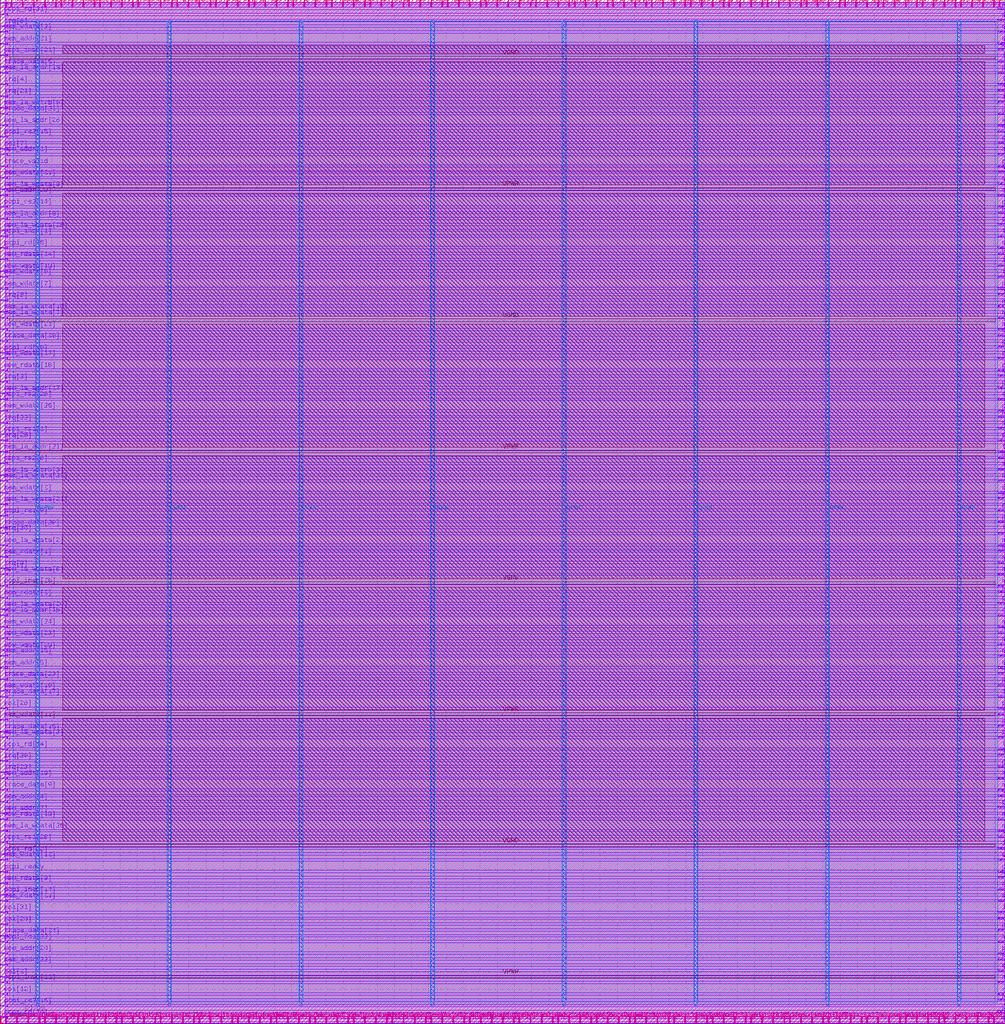
<source format=lef>
# Copyright 2020 The SkyWater PDK Authors
#
# Licensed under the Apache License, Version 2.0 (the "License");
# you may not use this file except in compliance with the License.
# You may obtain a copy of the License at
#
#     https://www.apache.org/licenses/LICENSE-2.0
#
# Unless required by applicable law or agreed to in writing, software
# distributed under the License is distributed on an "AS IS" BASIS,
# WITHOUT WARRANTIES OR CONDITIONS OF ANY KIND, either express or implied.
# See the License for the specific language governing permissions and
# limitations under the License.
#
# SPDX-License-Identifier: Apache-2.0

VERSION 5.7 ;

BUSBITCHARS "[]" ;
DIVIDERCHAR "/" ;

UNITS
  TIME NANOSECONDS 1 ;
  CAPACITANCE PICOFARADS 1 ;
  RESISTANCE OHMS 1 ;
  DATABASE MICRONS 1000 ;
END UNITS

MANUFACTURINGGRID 0.005 ;
USEMINSPACING OBS OFF ;

PROPERTYDEFINITIONS
  LAYER LEF58_TYPE STRING ;
END PROPERTYDEFINITIONS

# High density, single height
SITE unithd
  SYMMETRY Y ;
  CLASS CORE ;
  SIZE 0.46 BY 2.72 ;
END unithd

# High density, double height
SITE unithddbl
  SYMMETRY Y ;
  CLASS CORE ;
  SIZE 0.46 BY 5.44 ;
END unithddbl

LAYER nwell
  TYPE MASTERSLICE ;
  PROPERTY LEF58_TYPE "TYPE NWELL ;" ;
END nwell

LAYER pwell
  TYPE MASTERSLICE ;
  PROPERTY LEF58_TYPE "TYPE PWELL ;" ;
END pwell

LAYER li1
  TYPE ROUTING ;
  DIRECTION VERTICAL ;

  PITCH 0.46 0.34 ;
  OFFSET 0.23 0.17 ;

  WIDTH 0.17 ;          # LI 1
  # SPACING  0.17 ;     # LI 2
  SPACINGTABLE
     PARALLELRUNLENGTH 0
     WIDTH 0 0.17 ;
  AREA 0.0561 ;         # LI 6
  THICKNESS 0.1 ;
  EDGECAPACITANCE 40.697E-6 ;
  CAPACITANCE CPERSQDIST 36.9866E-6 ;
  RESISTANCE RPERSQ 12.2 ;

  ANTENNAMODEL OXIDE1 ;
  ANTENNADIFFSIDEAREARATIO PWL ( ( 0 75 ) ( 0.0125 75 ) ( 0.0225 85.125 ) ( 22.5 10200 ) ) ;
END li1

LAYER mcon
  TYPE CUT ;

  WIDTH 0.17 ;                # Mcon 1
  SPACING 0.19 ;              # Mcon 2
  ENCLOSURE BELOW 0 0 ;       # Mcon 4
  ENCLOSURE ABOVE 0.03 0.06 ; # Met1 4 / Met1 5

  ANTENNADIFFAREARATIO PWL ( ( 0 3 ) ( 0.0125 3 ) ( 0.0225 3.405 ) ( 22.5 408 ) ) ;
  DCCURRENTDENSITY AVERAGE 0.36 ; # mA per via Iavg_max at Tj = 90oC

END mcon

LAYER met1
  TYPE ROUTING ;
  DIRECTION HORIZONTAL ;

  PITCH 0.34 ;
  OFFSET 0.17 ;

  WIDTH 0.14 ;                     # Met1 1
  # SPACING 0.14 ;                 # Met1 2
  # SPACING 0.28 RANGE 3.001 100 ; # Met1 3b
  SPACINGTABLE
     PARALLELRUNLENGTH 0
     WIDTH 0 0.14
     WIDTH 3 0.28 ;
  AREA 0.083 ;                     # Met1 6
  THICKNESS 0.35 ;
  MINENCLOSEDAREA 0.14 ;

  ANTENNAMODEL OXIDE1 ;
  ANTENNADIFFSIDEAREARATIO PWL ( ( 0 400 ) ( 0.0125 400 ) ( 0.0225 2609 ) ( 22.5 11600 ) ) ;

  EDGECAPACITANCE 40.567E-6 ;
  CAPACITANCE CPERSQDIST 25.7784E-6 ;
  DCCURRENTDENSITY AVERAGE 2.8 ; # mA/um Iavg_max at Tj = 90oC
  ACCURRENTDENSITY RMS 6.1 ; # mA/um Irms_max at Tj = 90oC
  MAXIMUMDENSITY 70 ;
  DENSITYCHECKWINDOW 700 700 ;
  DENSITYCHECKSTEP 70 ;

  RESISTANCE RPERSQ 0.125 ;
END met1

LAYER via
  TYPE CUT ;
  WIDTH 0.15 ;                  # Via 1a
  SPACING 0.17 ;                # Via 2
  ENCLOSURE BELOW 0.055 0.085 ; # Via 4a / Via 5a
  ENCLOSURE ABOVE 0.055 0.085 ; # Met2 4 / Met2 5

  ANTENNADIFFAREARATIO PWL ( ( 0 6 ) ( 0.0125 6 ) ( 0.0225 6.81 ) ( 22.5 816 ) ) ;
  DCCURRENTDENSITY AVERAGE 0.29 ; # mA per via Iavg_max at Tj = 90oC
END via

LAYER met2
  TYPE ROUTING ;
  DIRECTION VERTICAL ;

  PITCH 0.46 ;
  OFFSET 0.23 ;

  WIDTH 0.14 ;                        # Met2 1
  # SPACING  0.14 ;                   # Met2 2
  # SPACING  0.28 RANGE 3.001 100 ;   # Met2 3b
  SPACINGTABLE
     PARALLELRUNLENGTH 0
     WIDTH 0 0.14
     WIDTH 3 0.28 ;
  AREA 0.0676 ;                       # Met2 6
  THICKNESS 0.35 ;
  MINENCLOSEDAREA 0.14 ;

  EDGECAPACITANCE 37.759E-6 ;
  CAPACITANCE CPERSQDIST 16.9423E-6 ;
  RESISTANCE RPERSQ 0.125 ;
  DCCURRENTDENSITY AVERAGE 2.8 ; # mA/um Iavg_max at Tj = 90oC
  ACCURRENTDENSITY RMS 6.1 ; # mA/um Irms_max at Tj = 90oC

  ANTENNAMODEL OXIDE1 ;
  ANTENNADIFFSIDEAREARATIO PWL ( ( 0 400 ) ( 0.0125 400 ) ( 0.0225 2609 ) ( 22.5 11600 ) ) ;

  MAXIMUMDENSITY 70 ;
  DENSITYCHECKWINDOW 700 700 ;
  DENSITYCHECKSTEP 70 ;
END met2

# ******** Layer via2, type routing, number 44 **************
LAYER via2
  TYPE CUT ;
  WIDTH 0.2 ;                   # Via2 1
  SPACING 0.2 ;                 # Via2 2
  ENCLOSURE BELOW 0.04 0.085 ;  # Via2 4
  ENCLOSURE ABOVE 0.065 0.065 ; # Met3 4
  ANTENNADIFFAREARATIO PWL ( ( 0 6 ) ( 0.0125 6 ) ( 0.0225 6.81 ) ( 22.5 816 ) ) ;
  DCCURRENTDENSITY AVERAGE 0.48 ; # mA per via Iavg_max at Tj = 90oC
END via2

LAYER met3
  TYPE ROUTING ;
  DIRECTION HORIZONTAL ;

  PITCH 0.68 ;
  OFFSET 0.34 ;

  WIDTH 0.3 ;              # Met3 1
  # SPACING 0.3 ;          # Met3 2
  SPACINGTABLE
     PARALLELRUNLENGTH 0
     WIDTH 0 0.3
     WIDTH 3 0.4 ;
  AREA 0.24 ;              # Met3 6
  THICKNESS 0.8 ;

  EDGECAPACITANCE 40.989E-6 ;
  CAPACITANCE CPERSQDIST 12.3729E-6 ;
  RESISTANCE RPERSQ 0.047 ;
  DCCURRENTDENSITY AVERAGE 6.8 ; # mA/um Iavg_max at Tj = 90oC
  ACCURRENTDENSITY RMS 14.9 ; # mA/um Irms_max at Tj = 90oC

  ANTENNAMODEL OXIDE1 ;
  ANTENNADIFFSIDEAREARATIO PWL ( ( 0 400 ) ( 0.0125 400 ) ( 0.0225 2609 ) ( 22.5 11600 ) ) ;

  MAXIMUMDENSITY 70 ;
  DENSITYCHECKWINDOW 700 700 ;
  DENSITYCHECKSTEP 70 ;
END met3

LAYER via3
  TYPE CUT ;
  WIDTH 0.2 ;                   # Via3 1
  SPACING 0.2 ;                 # Via3 2
  ENCLOSURE BELOW 0.06 0.09 ;   # Via3 4 / Via3 5
  ENCLOSURE ABOVE 0.065 0.065 ; # Met4 3
  ANTENNADIFFAREARATIO PWL ( ( 0 6 ) ( 0.0125 6 ) ( 0.0225 6.81 ) ( 22.5 816 ) ) ;
  DCCURRENTDENSITY AVERAGE 0.48 ; # mA per via Iavg_max at Tj = 90oC
END via3

LAYER met4
  TYPE ROUTING ;
  DIRECTION VERTICAL ;

  PITCH 0.92 ;
  OFFSET 0.46 ;

  WIDTH 0.3 ;             # Met4 1
  # SPACING  0.3 ;             # Met4 2
  SPACINGTABLE
     PARALLELRUNLENGTH 0
     WIDTH 0 0.3
     WIDTH 3 0.4 ;
  AREA 0.24 ;            # Met4 4a

  THICKNESS 0.8 ;

  EDGECAPACITANCE 36.676E-6 ;
  CAPACITANCE CPERSQDIST 8.41537E-6 ;
  RESISTANCE RPERSQ 0.047 ;
  DCCURRENTDENSITY AVERAGE 6.8 ; # mA/um Iavg_max at Tj = 90oC
  ACCURRENTDENSITY RMS 14.9 ; # mA/um Irms_max at Tj = 90oC

  ANTENNAMODEL OXIDE1 ;
  ANTENNADIFFSIDEAREARATIO PWL ( ( 0 400 ) ( 0.0125 400 ) ( 0.0225 2609 ) ( 22.5 11600 ) ) ;

  MAXIMUMDENSITY 70 ;
  DENSITYCHECKWINDOW 700 700 ;
  DENSITYCHECKSTEP 70 ;
END met4

LAYER via4
  TYPE CUT ;

  WIDTH 0.8 ;                 # Via4 1
  SPACING 0.8 ;               # Via4 2
  ENCLOSURE BELOW 0.19 0.19 ; # Via4 4
  ENCLOSURE ABOVE 0.31 0.31 ; # Met5 3
  ANTENNADIFFAREARATIO PWL ( ( 0 6 ) ( 0.0125 6 ) ( 0.0225 6.81 ) ( 22.5 816 ) ) ;
  DCCURRENTDENSITY AVERAGE 2.49 ; # mA per via Iavg_max at Tj = 90oC
END via4

LAYER met5
  TYPE ROUTING ;
  DIRECTION HORIZONTAL ;

  PITCH 3.4 ;
  OFFSET 1.7 ;

  WIDTH 1.6 ;            # Met5 1
  #SPACING  1.6 ;        # Met5 2
  SPACINGTABLE
     PARALLELRUNLENGTH 0
     WIDTH 0 1.6 ;
  AREA 4 ;               # Met5 4

  THICKNESS 1.2 ;

  EDGECAPACITANCE 38.851E-6 ;
  CAPACITANCE CPERSQDIST 6.32063E-6 ;
  RESISTANCE RPERSQ 0.0285 ;
  DCCURRENTDENSITY AVERAGE 10.17 ; # mA/um Iavg_max at Tj = 90oC
  ACCURRENTDENSITY RMS 22.34 ; # mA/um Irms_max at Tj = 90oC

  ANTENNAMODEL OXIDE1 ;
  ANTENNADIFFSIDEAREARATIO PWL ( ( 0 400 ) ( 0.0125 400 ) ( 0.0225 2609 ) ( 22.5 11600 ) ) ;
END met5


### Routing via cells section   ###
# Plus via rule, metals are along the prefered direction
VIA L1M1_PR DEFAULT
  LAYER mcon ;
  RECT -0.085 -0.085 0.085 0.085 ;
  LAYER li1 ;
  RECT -0.085 -0.085 0.085 0.085 ;
  LAYER met1 ;
  RECT -0.145 -0.115 0.145 0.115 ;
END L1M1_PR

VIARULE L1M1_PR GENERATE
  LAYER li1 ;
  ENCLOSURE 0 0 ;
  LAYER met1 ;
  ENCLOSURE 0.06 0.03 ;
  LAYER mcon ;
  RECT -0.085 -0.085 0.085 0.085 ;
  SPACING 0.36 BY 0.36 ;
END L1M1_PR

# Plus via rule, metals are along the non prefered direction
VIA L1M1_PR_R DEFAULT
  LAYER mcon ;
  RECT -0.085 -0.085 0.085 0.085 ;
  LAYER li1 ;
  RECT -0.085 -0.085 0.085 0.085 ;
  LAYER met1 ;
  RECT -0.115 -0.145 0.115 0.145 ;
END L1M1_PR_R

VIARULE L1M1_PR_R GENERATE
  LAYER li1 ;
  ENCLOSURE 0 0 ;
  LAYER met1 ;
  ENCLOSURE 0.03 0.06 ;
  LAYER mcon ;
  RECT -0.085 -0.085 0.085 0.085 ;
  SPACING 0.36 BY 0.36 ;
END L1M1_PR_R

# Minus via rule, lower layer metal is along prefered direction
VIA L1M1_PR_M DEFAULT
  LAYER mcon ;
  RECT -0.085 -0.085 0.085 0.085 ;
  LAYER li1 ;
  RECT -0.085 -0.085 0.085 0.085 ;
  LAYER met1 ;
  RECT -0.115 -0.145 0.115 0.145 ;
END L1M1_PR_M

VIARULE L1M1_PR_M GENERATE
  LAYER li1 ;
  ENCLOSURE 0 0 ;
  LAYER met1 ;
  ENCLOSURE 0.03 0.06 ;
  LAYER mcon ;
  RECT -0.085 -0.085 0.085 0.085 ;
  SPACING 0.36 BY 0.36 ;
END L1M1_PR_M

# Minus via rule, upper layer metal is along prefered direction
VIA L1M1_PR_MR DEFAULT
  LAYER mcon ;
  RECT -0.085 -0.085 0.085 0.085 ;
  LAYER li1 ;
  RECT -0.085 -0.085 0.085 0.085 ;
  LAYER met1 ;
  RECT -0.145 -0.115 0.145 0.115 ;
END L1M1_PR_MR

VIARULE L1M1_PR_MR GENERATE
  LAYER li1 ;
  ENCLOSURE 0 0 ;
  LAYER met1 ;
  ENCLOSURE 0.06 0.03 ;
  LAYER mcon ;
  RECT -0.085 -0.085 0.085 0.085 ;
  SPACING 0.36 BY 0.36 ;
END L1M1_PR_MR

# Centered via rule, we really do not want to use it
VIA L1M1_PR_C DEFAULT
  LAYER mcon ;
  RECT -0.085 -0.085 0.085 0.085 ;
  LAYER li1 ;
  RECT -0.085 -0.085 0.085 0.085 ;
  LAYER met1 ;
  RECT -0.145 -0.145 0.145 0.145 ;
END L1M1_PR_C

VIARULE L1M1_PR_C GENERATE
  LAYER li1 ;
  ENCLOSURE 0 0 ;
  LAYER met1 ;
  ENCLOSURE 0.06 0.06 ;
  LAYER mcon ;
  RECT -0.085 -0.085 0.085 0.085 ;
  SPACING 0.36 BY 0.36 ;
END L1M1_PR_C

# Plus via rule, metals are along the prefered direction
VIA M1M2_PR DEFAULT
  LAYER via ;
  RECT -0.075 -0.075 0.075 0.075 ;
  LAYER met1 ;
  RECT -0.16 -0.13 0.16 0.13 ;
  LAYER met2 ;
  RECT -0.13 -0.16 0.13 0.16 ;
END M1M2_PR

VIARULE M1M2_PR GENERATE
  LAYER met1 ;
  ENCLOSURE 0.085 0.055 ;
  LAYER met2 ;
  ENCLOSURE 0.055 0.085 ;
  LAYER via ;
  RECT -0.075 -0.075 0.075 0.075 ;
  SPACING 0.32 BY 0.32 ;
END M1M2_PR

# Plus via rule, metals are along the non prefered direction
VIA M1M2_PR_R DEFAULT
  LAYER via ;
  RECT -0.075 -0.075 0.075 0.075 ;
  LAYER met1 ;
  RECT -0.13 -0.16 0.13 0.16 ;
  LAYER met2 ;
  RECT -0.16 -0.13 0.16 0.13 ;
END M1M2_PR_R

VIARULE M1M2_PR_R GENERATE
  LAYER met1 ;
  ENCLOSURE 0.055 0.085 ;
  LAYER met2 ;
  ENCLOSURE 0.085 0.055 ;
  LAYER via ;
  RECT -0.075 -0.075 0.075 0.075 ;
  SPACING 0.32 BY 0.32 ;
END M1M2_PR_R

# Minus via rule, lower layer metal is along prefered direction
VIA M1M2_PR_M DEFAULT
  LAYER via ;
  RECT -0.075 -0.075 0.075 0.075 ;
  LAYER met1 ;
  RECT -0.16 -0.13 0.16 0.13 ;
  LAYER met2 ;
  RECT -0.16 -0.13 0.16 0.13 ;
END M1M2_PR_M

VIARULE M1M2_PR_M GENERATE
  LAYER met1 ;
  ENCLOSURE 0.085 0.055 ;
  LAYER met2 ;
  ENCLOSURE 0.085 0.055 ;
  LAYER via ;
  RECT -0.075 -0.075 0.075 0.075 ;
  SPACING 0.32 BY 0.32 ;
END M1M2_PR_M

# Minus via rule, upper layer metal is along prefered direction
VIA M1M2_PR_MR DEFAULT
  LAYER via ;
  RECT -0.075 -0.075 0.075 0.075 ;
  LAYER met1 ;
  RECT -0.13 -0.16 0.13 0.16 ;
  LAYER met2 ;
  RECT -0.13 -0.16 0.13 0.16 ;
END M1M2_PR_MR

VIARULE M1M2_PR_MR GENERATE
  LAYER met1 ;
  ENCLOSURE 0.055 0.085 ;
  LAYER met2 ;
  ENCLOSURE 0.055 0.085 ;
  LAYER via ;
  RECT -0.075 -0.075 0.075 0.075 ;
  SPACING 0.32 BY 0.32 ;
END M1M2_PR_MR

# Centered via rule, we really do not want to use it
VIA M1M2_PR_C DEFAULT
  LAYER via ;
  RECT -0.075 -0.075 0.075 0.075 ;
  LAYER met1 ;
  RECT -0.16 -0.16 0.16 0.16 ;
  LAYER met2 ;
  RECT -0.16 -0.16 0.16 0.16 ;
END M1M2_PR_C

VIARULE M1M2_PR_C GENERATE
  LAYER met1 ;
  ENCLOSURE 0.085 0.085 ;
  LAYER met2 ;
  ENCLOSURE 0.085 0.085 ;
  LAYER via ;
  RECT -0.075 -0.075 0.075 0.075 ;
  SPACING 0.32 BY 0.32 ;
END M1M2_PR_C

# Plus via rule, metals are along the prefered direction
VIA M2M3_PR DEFAULT
  LAYER via2 ;
  RECT -0.1 -0.1 0.1 0.1 ;
  LAYER met2 ;
  RECT -0.14 -0.185 0.14 0.185 ;
  LAYER met3 ;
  RECT -0.165 -0.165 0.165 0.165 ;
END M2M3_PR

VIARULE M2M3_PR GENERATE
  LAYER met2 ;
  ENCLOSURE 0.04 0.085 ;
  LAYER met3 ;
  ENCLOSURE 0.065 0.065 ;
  LAYER via2 ;
  RECT -0.1 -0.1 0.1 0.1 ;
  SPACING 0.4 BY 0.4 ;
END M2M3_PR

# Plus via rule, metals are along the non prefered direction
VIA M2M3_PR_R DEFAULT
  LAYER via2 ;
  RECT -0.1 -0.1 0.1 0.1 ;
  LAYER met2 ;
  RECT -0.185 -0.14 0.185 0.14 ;
  LAYER met3 ;
  RECT -0.165 -0.165 0.165 0.165 ;
END M2M3_PR_R

VIARULE M2M3_PR_R GENERATE
  LAYER met2 ;
  ENCLOSURE 0.085 0.04 ;
  LAYER met3 ;
  ENCLOSURE 0.065 0.065 ;
  LAYER via2 ;
  RECT -0.1 -0.1 0.1 0.1 ;
  SPACING 0.4 BY 0.4 ;
END M2M3_PR_R

# Minus via rule, lower layer metal is along prefered direction
VIA M2M3_PR_M DEFAULT
  LAYER via2 ;
  RECT -0.1 -0.1 0.1 0.1 ;
  LAYER met2 ;
  RECT -0.14 -0.185 0.14 0.185 ;
  LAYER met3 ;
  RECT -0.165 -0.165 0.165 0.165 ;
END M2M3_PR_M

VIARULE M2M3_PR_M GENERATE
  LAYER met2 ;
  ENCLOSURE 0.04 0.085 ;
  LAYER met3 ;
  ENCLOSURE 0.065 0.065 ;
  LAYER via2 ;
  RECT -0.1 -0.1 0.1 0.1 ;
  SPACING 0.4 BY 0.4 ;
END M2M3_PR_M

# Minus via rule, upper layer metal is along prefered direction
VIA M2M3_PR_MR DEFAULT
  LAYER via2 ;
  RECT -0.1 -0.1 0.1 0.1 ;
  LAYER met2 ;
  RECT -0.185 -0.14 0.185 0.14 ;
  LAYER met3 ;
  RECT -0.165 -0.165 0.165 0.165 ;
END M2M3_PR_MR

VIARULE M2M3_PR_MR GENERATE
  LAYER met2 ;
  ENCLOSURE 0.085 0.04 ;
  LAYER met3 ;
  ENCLOSURE 0.065 0.065 ;
  LAYER via2 ;
  RECT -0.1 -0.1 0.1 0.1 ;
  SPACING 0.4 BY 0.4 ;
END M2M3_PR_MR

# Centered via rule, we really do not want to use it
VIA M2M3_PR_C DEFAULT
  LAYER via2 ;
  RECT -0.1 -0.1 0.1 0.1 ;
  LAYER met2 ;
  RECT -0.185 -0.185 0.185 0.185 ;
  LAYER met3 ;
  RECT -0.165 -0.165 0.165 0.165 ;
END M2M3_PR_C

VIARULE M2M3_PR_C GENERATE
  LAYER met2 ;
  ENCLOSURE 0.085 0.085 ;
  LAYER met3 ;
  ENCLOSURE 0.065 0.065 ;
  LAYER via2 ;
  RECT -0.1 -0.1 0.1 0.1 ;
  SPACING 0.4 BY 0.4 ;
END M2M3_PR_C

# Plus via rule, metals are along the prefered direction
VIA M3M4_PR DEFAULT
  LAYER via3 ;
  RECT -0.1 -0.1 0.1 0.1 ;
  LAYER met3 ;
  RECT -0.19 -0.16 0.19 0.16 ;
  LAYER met4 ;
  RECT -0.165 -0.165 0.165 0.165 ;
END M3M4_PR

VIARULE M3M4_PR GENERATE
  LAYER met3 ;
  ENCLOSURE 0.09 0.06 ;
  LAYER met4 ;
  ENCLOSURE 0.065 0.065 ;
  LAYER via3 ;
  RECT -0.1 -0.1 0.1 0.1 ;
  SPACING 0.4 BY 0.4 ;
END M3M4_PR

# Plus via rule, metals are along the non prefered direction
VIA M3M4_PR_R DEFAULT
  LAYER via3 ;
  RECT -0.1 -0.1 0.1 0.1 ;
  LAYER met3 ;
  RECT -0.16 -0.19 0.16 0.19 ;
  LAYER met4 ;
  RECT -0.165 -0.165 0.165 0.165 ;
END M3M4_PR_R

VIARULE M3M4_PR_R GENERATE
  LAYER met3 ;
  ENCLOSURE 0.06 0.09 ;
  LAYER met4 ;
  ENCLOSURE 0.065 0.065 ;
  LAYER via3 ;
  RECT -0.1 -0.1 0.1 0.1 ;
  SPACING 0.4 BY 0.4 ;
END M3M4_PR_R

# Minus via rule, lower layer metal is along prefered direction
VIA M3M4_PR_M DEFAULT
  LAYER via3 ;
  RECT -0.1 -0.1 0.1 0.1 ;
  LAYER met3 ;
  RECT -0.19 -0.16 0.19 0.16 ;
  LAYER met4 ;
  RECT -0.165 -0.165 0.165 0.165 ;
END M3M4_PR_M

VIARULE M3M4_PR_M GENERATE
  LAYER met3 ;
  ENCLOSURE 0.09 0.06 ;
  LAYER met4 ;
  ENCLOSURE 0.065 0.065 ;
  LAYER via3 ;
  RECT -0.1 -0.1 0.1 0.1 ;
  SPACING 0.4 BY 0.4 ;
END M3M4_PR_M

# Minus via rule, upper layer metal is along prefered direction
VIA M3M4_PR_MR DEFAULT
  LAYER via3 ;
  RECT -0.1 -0.1 0.1 0.1 ;
  LAYER met3 ;
  RECT -0.16 -0.19 0.16 0.19 ;
  LAYER met4 ;
  RECT -0.165 -0.165 0.165 0.165 ;
END M3M4_PR_MR

VIARULE M3M4_PR_MR GENERATE
  LAYER met3 ;
  ENCLOSURE 0.06 0.09 ;
  LAYER met4 ;
  ENCLOSURE 0.065 0.065 ;
  LAYER via3 ;
  RECT -0.1 -0.1 0.1 0.1 ;
  SPACING 0.4 BY 0.4 ;
END M3M4_PR_MR

# Centered via rule, we really do not want to use it
VIA M3M4_PR_C DEFAULT
  LAYER via3 ;
  RECT -0.1 -0.1 0.1 0.1 ;
  LAYER met3 ;
  RECT -0.19 -0.19 0.19 0.19 ;
  LAYER met4 ;
  RECT -0.165 -0.165 0.165 0.165 ;
END M3M4_PR_C

VIARULE M3M4_PR_C GENERATE
  LAYER met3 ;
  ENCLOSURE 0.09 0.09 ;
  LAYER met4 ;
  ENCLOSURE 0.065 0.065 ;
  LAYER via3 ;
  RECT -0.1 -0.1 0.1 0.1 ;
  SPACING 0.4 BY 0.4 ;
END M3M4_PR_C

# Plus via rule, metals are along the prefered direction
VIA M4M5_PR DEFAULT
  LAYER via4 ;
  RECT -0.4 -0.4 0.4 0.4 ;
  LAYER met4 ;
  RECT -0.59 -0.59 0.59 0.59 ;
  LAYER met5 ;
  RECT -0.71 -0.71 0.71 0.71 ;
END M4M5_PR

VIARULE M4M5_PR GENERATE
  LAYER met4 ;
  ENCLOSURE 0.19 0.19 ;
  LAYER met5 ;
  ENCLOSURE 0.31 0.31 ;
  LAYER via4 ;
  RECT -0.4 -0.4 0.4 0.4 ;
  SPACING 1.6 BY 1.6 ;
END M4M5_PR

# Plus via rule, metals are along the non prefered direction
VIA M4M5_PR_R DEFAULT
  LAYER via4 ;
  RECT -0.4 -0.4 0.4 0.4 ;
  LAYER met4 ;
  RECT -0.59 -0.59 0.59 0.59 ;
  LAYER met5 ;
  RECT -0.71 -0.71 0.71 0.71 ;
END M4M5_PR_R

VIARULE M4M5_PR_R GENERATE
  LAYER met4 ;
  ENCLOSURE 0.19 0.19 ;
  LAYER met5 ;
  ENCLOSURE 0.31 0.31 ;
  LAYER via4 ;
  RECT -0.4 -0.4 0.4 0.4 ;
  SPACING 1.6 BY 1.6 ;
END M4M5_PR_R

# Minus via rule, lower layer metal is along prefered direction
VIA M4M5_PR_M DEFAULT
  LAYER via4 ;
  RECT -0.4 -0.4 0.4 0.4 ;
  LAYER met4 ;
  RECT -0.59 -0.59 0.59 0.59 ;
  LAYER met5 ;
  RECT -0.71 -0.71 0.71 0.71 ;
END M4M5_PR_M

VIARULE M4M5_PR_M GENERATE
  LAYER met4 ;
  ENCLOSURE 0.19 0.19 ;
  LAYER met5 ;
  ENCLOSURE 0.31 0.31 ;
  LAYER via4 ;
  RECT -0.4 -0.4 0.4 0.4 ;
  SPACING 1.6 BY 1.6 ;
END M4M5_PR_M

# Minus via rule, upper layer metal is along prefered direction
VIA M4M5_PR_MR DEFAULT
  LAYER via4 ;
  RECT -0.4 -0.4 0.4 0.4 ;
  LAYER met4 ;
  RECT -0.59 -0.59 0.59 0.59 ;
  LAYER met5 ;
  RECT -0.71 -0.71 0.71 0.71 ;
END M4M5_PR_MR

VIARULE M4M5_PR_MR GENERATE
  LAYER met4 ;
  ENCLOSURE 0.19 0.19 ;
  LAYER met5 ;
  ENCLOSURE 0.31 0.31 ;
  LAYER via4 ;
  RECT -0.4 -0.4 0.4 0.4 ;
  SPACING 1.6 BY 1.6 ;
END M4M5_PR_MR

# Centered via rule, we really do not want to use it
VIA M4M5_PR_C DEFAULT
  LAYER via4 ;
  RECT -0.4 -0.4 0.4 0.4 ;
  LAYER met4 ;
  RECT -0.59 -0.59 0.59 0.59 ;
  LAYER met5 ;
  RECT -0.71 -0.71 0.71 0.71 ;
END M4M5_PR_C

VIARULE M4M5_PR_C GENERATE
  LAYER met4 ;
  ENCLOSURE 0.19 0.19 ;
  LAYER met5 ;
  ENCLOSURE 0.31 0.31 ;
  LAYER via4 ;
  RECT -0.4 -0.4 0.4 0.4 ;
  SPACING 1.6 BY 1.6 ;
END M4M5_PR_C
###  end of single via cells   ###


MACRO sky130_ef_sc_hd__decap_12
  CLASS BLOCK ;
  FOREIGN sky130_ef_sc_hd__decap_12 ;
  ORIGIN 0.000 0.000 ;
  SIZE 5.520 BY 2.720 ;
  PIN VGND
    DIRECTION INPUT ;
    USE GROUND ;
    PORT
      LAYER met1 ;
        RECT 0.000 -0.240 5.520 0.240 ;
    END
  END VGND
  PIN VPWR
    DIRECTION INPUT ;
    USE POWER ;
    PORT
      LAYER met1 ;
        RECT 0.000 2.480 5.520 2.960 ;
    END
  END VPWR
  PIN VPB
    DIRECTION INPUT ;
    USE POWER ;
    PORT
      LAYER nwell ;
        RECT -0.190 1.305 5.710 2.910 ;
    END
  END VPB
  PIN VNB
    DIRECTION INPUT ;
    USE GROUND ;
    PORT
      LAYER pwell ;
        RECT 0.005 0.105 5.515 0.915 ;
        RECT 0.145 -0.085 0.315 0.105 ;
    END
  END VNB
  OBS
      LAYER li1 ;
        RECT 0.000 2.635 5.520 2.805 ;
        RECT 0.085 2.200 5.430 2.635 ;
        RECT 1.670 0.630 2.010 1.460 ;
        RECT 3.490 0.950 3.840 2.200 ;
        RECT 0.085 0.085 5.430 0.630 ;
        RECT 0.000 -0.085 5.520 0.085 ;
      LAYER mcon ;
        RECT 0.145 2.635 0.315 2.805 ;
        RECT 0.605 2.635 0.775 2.805 ;
        RECT 1.065 2.635 1.235 2.805 ;
        RECT 1.525 2.635 1.695 2.805 ;
        RECT 1.985 2.635 2.155 2.805 ;
        RECT 2.445 2.635 2.615 2.805 ;
        RECT 2.905 2.635 3.075 2.805 ;
        RECT 3.365 2.635 3.535 2.805 ;
        RECT 3.825 2.635 3.995 2.805 ;
        RECT 4.285 2.635 4.455 2.805 ;
        RECT 4.745 2.635 4.915 2.805 ;
        RECT 5.205 2.635 5.375 2.805 ;
        RECT 0.145 -0.085 0.315 0.085 ;
        RECT 0.605 -0.085 0.775 0.085 ;
        RECT 1.065 -0.085 1.235 0.085 ;
        RECT 1.525 -0.085 1.695 0.085 ;
        RECT 1.985 -0.085 2.155 0.085 ;
        RECT 2.445 -0.085 2.615 0.085 ;
        RECT 2.905 -0.085 3.075 0.085 ;
        RECT 3.365 -0.085 3.535 0.085 ;
        RECT 3.825 -0.085 3.995 0.085 ;
        RECT 4.285 -0.085 4.455 0.085 ;
        RECT 4.745 -0.085 4.915 0.085 ;
        RECT 5.205 -0.085 5.375 0.085 ;
  END
END sky130_ef_sc_hd__decap_12
MACRO sky130_ef_sc_hd__fakediode_2
  CLASS CORE SPACER ;
  FOREIGN sky130_ef_sc_hd__fakediode_2 ;
  ORIGIN 0.000 0.000 ;
  SIZE 0.920 BY 2.720 ;
  SYMMETRY X Y R90 ;
  SITE unithd ;
  PIN DIODE
    DIRECTION INPUT ;
    USE SIGNAL ;
    PORT
      LAYER li1 ;
        RECT 0.085 0.255 0.835 2.465 ;
    END
  END DIODE
  PIN VGND
    DIRECTION INOUT ;
    USE GROUND ;
    SHAPE ABUTMENT ;
    PORT
      LAYER met1 ;
        RECT 0.000 -0.240 0.920 0.240 ;
    END
  END VGND
  PIN VPWR
    DIRECTION INOUT ;
    USE POWER ;
    SHAPE ABUTMENT ;
    PORT
      LAYER met1 ;
        RECT 0.000 2.480 0.920 2.960 ;
    END
  END VPWR
  PIN VPB
    DIRECTION INOUT ;
    USE POWER ;
    PORT
      LAYER nwell ;
        RECT -0.190 1.305 1.110 2.910 ;
    END
  END VPB
  PIN VNB
    DIRECTION INOUT ;
    USE GROUND ;
    PORT
      LAYER pwell ;
        RECT 0.025 0.065 0.915 1.015 ;
        RECT 0.145 -0.085 0.315 0.065 ;
    END
  END VNB
  OBS
      LAYER li1 ;
        RECT 0.000 2.635 0.920 2.805 ;
        RECT 0.000 -0.085 0.920 0.085 ;
      LAYER mcon ;
        RECT 0.145 2.635 0.315 2.805 ;
        RECT 0.605 2.635 0.775 2.805 ;
        RECT 0.145 -0.085 0.315 0.085 ;
        RECT 0.605 -0.085 0.775 0.085 ;
  END
END sky130_ef_sc_hd__fakediode_2
MACRO sky130_ef_sc_hd__fill_8
  CLASS CORE SPACER ;
  FOREIGN sky130_ef_sc_hd__fill_8 ;
  ORIGIN 0.000 0.000 ;
  SIZE 3.680 BY 2.720 ;
  SYMMETRY X Y R90 ;
  SITE unithd ;
  PIN VGND
    DIRECTION INOUT ;
    USE GROUND ;
    SHAPE ABUTMENT ;
    PORT
      LAYER met1 ;
        RECT 0.000 -0.240 3.680 0.240 ;
    END
  END VGND
  PIN VPWR
    DIRECTION INOUT ;
    USE POWER ;
    SHAPE ABUTMENT ;
    PORT
      LAYER met1 ;
        RECT 0.000 2.480 3.680 2.960 ;
    END
  END VPWR
  PIN VPB
    PORT
      LAYER nwell ;
        RECT -0.190 1.305 3.870 2.910 ;
    END
  END VPB
  PIN VNB
    PORT
      LAYER pwell ;
        RECT 0.025 0.065 3.655 1.015 ;
        RECT 0.130 -0.120 0.350 0.065 ;
    END
  END VNB
  OBS
      LAYER li1 ;
        RECT 0.000 2.635 3.680 2.805 ;
        RECT 0.000 -0.085 3.680 0.085 ;
      LAYER mcon ;
        RECT 0.145 2.635 0.315 2.805 ;
        RECT 0.605 2.635 0.775 2.805 ;
        RECT 1.065 2.635 1.235 2.805 ;
        RECT 1.525 2.635 1.695 2.805 ;
        RECT 1.985 2.635 2.155 2.805 ;
        RECT 2.445 2.635 2.615 2.805 ;
        RECT 2.905 2.635 3.075 2.805 ;
        RECT 3.365 2.635 3.535 2.805 ;
        RECT 0.145 -0.085 0.315 0.085 ;
        RECT 0.605 -0.085 0.775 0.085 ;
        RECT 1.065 -0.085 1.235 0.085 ;
        RECT 1.525 -0.085 1.695 0.085 ;
        RECT 1.985 -0.085 2.155 0.085 ;
        RECT 2.445 -0.085 2.615 0.085 ;
        RECT 2.905 -0.085 3.075 0.085 ;
        RECT 3.365 -0.085 3.535 0.085 ;
  END
END sky130_ef_sc_hd__fill_8
MACRO sky130_ef_sc_hd__fill_12
  CLASS CORE ;
  FOREIGN sky130_ef_sc_hd__fill_12 ;
  ORIGIN 0.000 0.000 ;
  SIZE 5.520 BY 2.720 ;
  SYMMETRY X Y R90 ;
  SITE unithd ;
  OBS
      LAYER nwell ;
        RECT -0.190 1.305 5.710 2.910 ;
      LAYER pwell ;
        RECT 0.005 0.105 2.755 0.915 ;
        RECT 0.145 -0.085 0.315 0.105 ;
        RECT 2.935 -0.060 3.045 0.060 ;
        RECT 4.755 -0.050 4.915 0.060 ;
      LAYER li1 ;
        RECT 0.000 2.635 5.520 2.805 ;
        RECT 0.085 1.545 2.675 2.635 ;
        RECT 0.085 0.855 1.295 1.375 ;
        RECT 1.465 1.025 2.675 1.545 ;
        RECT 0.085 0.085 2.675 0.855 ;
        RECT 0.000 -0.085 5.520 0.085 ;
      LAYER mcon ;
        RECT 0.145 2.635 0.315 2.805 ;
        RECT 0.605 2.635 0.775 2.805 ;
        RECT 1.065 2.635 1.235 2.805 ;
        RECT 1.525 2.635 1.695 2.805 ;
        RECT 1.985 2.635 2.155 2.805 ;
        RECT 2.445 2.635 2.615 2.805 ;
        RECT 2.905 2.635 3.075 2.805 ;
        RECT 3.365 2.635 3.535 2.805 ;
        RECT 3.825 2.635 3.995 2.805 ;
        RECT 4.285 2.635 4.455 2.805 ;
        RECT 4.745 2.635 4.915 2.805 ;
        RECT 5.205 2.635 5.375 2.805 ;
        RECT 0.145 -0.085 0.315 0.085 ;
        RECT 0.605 -0.085 0.775 0.085 ;
        RECT 1.065 -0.085 1.235 0.085 ;
        RECT 1.525 -0.085 1.695 0.085 ;
        RECT 1.985 -0.085 2.155 0.085 ;
        RECT 2.445 -0.085 2.615 0.085 ;
        RECT 2.905 -0.085 3.075 0.085 ;
        RECT 3.365 -0.085 3.535 0.085 ;
        RECT 3.825 -0.085 3.995 0.085 ;
        RECT 4.285 -0.085 4.455 0.085 ;
        RECT 4.745 -0.085 4.915 0.085 ;
        RECT 5.205 -0.085 5.375 0.085 ;
      LAYER met1 ;
        RECT 0.000 2.480 5.520 2.960 ;
        RECT 0.000 -0.240 5.520 0.240 ;
  END
END sky130_ef_sc_hd__fill_12
MACRO sky130_fd_sc_hd__a2bb2o_1
  CLASS CORE ;
  FOREIGN sky130_fd_sc_hd__a2bb2o_1 ;
  ORIGIN 0.000 0.000 ;
  SIZE 3.680 BY 2.720 ;
  SYMMETRY X Y R90 ;
  SITE unithd ;
  PIN A1_N
    DIRECTION INPUT ;
    USE SIGNAL ;
    ANTENNAGATEAREA 0.126000 ;
    PORT
      LAYER li1 ;
        RECT 0.910 0.995 1.240 1.615 ;
    END
  END A1_N
  PIN A2_N
    DIRECTION INPUT ;
    USE SIGNAL ;
    ANTENNAGATEAREA 0.126000 ;
    PORT
      LAYER li1 ;
        RECT 1.410 0.995 1.700 1.375 ;
    END
  END A2_N
  PIN B1
    DIRECTION INPUT ;
    USE SIGNAL ;
    ANTENNAGATEAREA 0.126000 ;
    PORT
      LAYER li1 ;
        RECT 3.280 0.765 3.540 1.655 ;
    END
  END B1
  PIN B2
    DIRECTION INPUT ;
    USE SIGNAL ;
    ANTENNAGATEAREA 0.126000 ;
    PORT
      LAYER li1 ;
        RECT 2.600 1.355 3.080 1.655 ;
        RECT 2.820 0.765 3.080 1.355 ;
    END
  END B2
  PIN VGND
    DIRECTION INOUT ;
    USE GROUND ;
    SHAPE ABUTMENT ;
    PORT
      LAYER met1 ;
        RECT 0.000 -0.240 3.680 0.240 ;
    END
  END VGND
  PIN VNB
    DIRECTION INOUT ;
    USE GROUND ;
    PORT
      LAYER pwell ;
        RECT 0.005 0.785 0.925 1.015 ;
        RECT 0.005 0.105 3.590 0.785 ;
        RECT 0.150 -0.085 0.320 0.105 ;
    END
  END VNB
  PIN VPB
    DIRECTION INOUT ;
    USE POWER ;
    PORT
      LAYER nwell ;
        RECT -0.190 1.305 3.870 2.910 ;
    END
  END VPB
  PIN VPWR
    DIRECTION INOUT ;
    USE POWER ;
    SHAPE ABUTMENT ;
    PORT
      LAYER met1 ;
        RECT 0.000 2.480 3.680 2.960 ;
    END
  END VPWR
  PIN X
    DIRECTION OUTPUT ;
    USE SIGNAL ;
    ANTENNADIFFAREA 0.429000 ;
    PORT
      LAYER li1 ;
        RECT 0.085 1.525 0.345 2.465 ;
        RECT 0.085 0.810 0.260 1.525 ;
        RECT 0.085 0.255 0.345 0.810 ;
    END
  END X
  OBS
      LAYER li1 ;
        RECT 0.000 2.635 3.680 2.805 ;
        RECT 0.515 2.235 0.845 2.635 ;
        RECT 1.990 2.370 2.245 2.465 ;
        RECT 1.105 2.200 2.245 2.370 ;
        RECT 2.415 2.255 2.745 2.425 ;
        RECT 1.105 1.975 1.275 2.200 ;
        RECT 0.515 1.805 1.275 1.975 ;
        RECT 1.990 2.065 2.245 2.200 ;
        RECT 0.515 1.325 0.685 1.805 ;
        RECT 1.540 1.715 1.710 1.905 ;
        RECT 1.990 1.895 2.400 2.065 ;
        RECT 1.540 1.545 2.060 1.715 ;
        RECT 0.430 0.995 0.685 1.325 ;
        RECT 1.890 0.825 2.060 1.545 ;
        RECT 1.180 0.655 2.060 0.825 ;
        RECT 2.230 0.870 2.400 1.895 ;
        RECT 2.575 2.005 2.745 2.255 ;
        RECT 2.915 2.175 3.165 2.635 ;
        RECT 3.335 2.005 3.515 2.465 ;
        RECT 2.575 1.835 3.515 2.005 ;
        RECT 2.230 0.700 2.580 0.870 ;
        RECT 0.515 0.085 0.945 0.530 ;
        RECT 1.180 0.255 1.350 0.655 ;
        RECT 1.520 0.085 2.240 0.485 ;
        RECT 2.410 0.255 2.580 0.700 ;
        RECT 3.155 0.085 3.555 0.595 ;
        RECT 0.000 -0.085 3.680 0.085 ;
      LAYER mcon ;
        RECT 0.145 2.635 0.315 2.805 ;
        RECT 0.605 2.635 0.775 2.805 ;
        RECT 1.065 2.635 1.235 2.805 ;
        RECT 1.525 2.635 1.695 2.805 ;
        RECT 1.985 2.635 2.155 2.805 ;
        RECT 2.445 2.635 2.615 2.805 ;
        RECT 2.905 2.635 3.075 2.805 ;
        RECT 3.365 2.635 3.535 2.805 ;
        RECT 0.145 -0.085 0.315 0.085 ;
        RECT 0.605 -0.085 0.775 0.085 ;
        RECT 1.065 -0.085 1.235 0.085 ;
        RECT 1.525 -0.085 1.695 0.085 ;
        RECT 1.985 -0.085 2.155 0.085 ;
        RECT 2.445 -0.085 2.615 0.085 ;
        RECT 2.905 -0.085 3.075 0.085 ;
        RECT 3.365 -0.085 3.535 0.085 ;
  END
END sky130_fd_sc_hd__a2bb2o_1
MACRO sky130_fd_sc_hd__a2bb2o_2
  CLASS CORE ;
  FOREIGN sky130_fd_sc_hd__a2bb2o_2 ;
  ORIGIN 0.000 0.000 ;
  SIZE 4.140 BY 2.720 ;
  SYMMETRY X Y R90 ;
  SITE unithd ;
  PIN A1_N
    DIRECTION INPUT ;
    USE SIGNAL ;
    ANTENNAGATEAREA 0.159000 ;
    PORT
      LAYER li1 ;
        RECT 1.345 0.995 1.675 1.615 ;
    END
  END A1_N
  PIN A2_N
    DIRECTION INPUT ;
    USE SIGNAL ;
    ANTENNAGATEAREA 0.159000 ;
    PORT
      LAYER li1 ;
        RECT 1.845 0.995 2.135 1.375 ;
    END
  END A2_N
  PIN B1
    DIRECTION INPUT ;
    USE SIGNAL ;
    ANTENNAGATEAREA 0.159000 ;
    PORT
      LAYER li1 ;
        RECT 3.730 0.765 3.990 1.655 ;
    END
  END B1
  PIN B2
    DIRECTION INPUT ;
    USE SIGNAL ;
    ANTENNAGATEAREA 0.159000 ;
    PORT
      LAYER li1 ;
        RECT 3.050 1.355 3.530 1.655 ;
        RECT 3.270 0.765 3.530 1.355 ;
    END
  END B2
  PIN VGND
    DIRECTION INOUT ;
    USE GROUND ;
    SHAPE ABUTMENT ;
    PORT
      LAYER met1 ;
        RECT 0.000 -0.240 4.140 0.240 ;
    END
  END VGND
  PIN VNB
    DIRECTION INOUT ;
    USE GROUND ;
    PORT
      LAYER pwell ;
        RECT 0.015 0.785 1.360 1.015 ;
        RECT 0.015 0.105 4.040 0.785 ;
        RECT 0.125 -0.085 0.295 0.105 ;
    END
  END VNB
  PIN VPB
    DIRECTION INOUT ;
    USE POWER ;
    PORT
      LAYER nwell ;
        RECT -0.190 1.305 4.330 2.910 ;
    END
  END VPB
  PIN VPWR
    DIRECTION INOUT ;
    USE POWER ;
    SHAPE ABUTMENT ;
    PORT
      LAYER met1 ;
        RECT 0.000 2.480 4.140 2.960 ;
    END
  END VPWR
  PIN X
    DIRECTION OUTPUT ;
    USE SIGNAL ;
    ANTENNADIFFAREA 0.445500 ;
    PORT
      LAYER li1 ;
        RECT 0.525 1.525 0.780 2.465 ;
        RECT 0.525 0.810 0.695 1.525 ;
        RECT 0.525 0.255 0.780 0.810 ;
    END
  END X
  OBS
      LAYER li1 ;
        RECT 0.000 2.635 4.140 2.805 ;
        RECT 0.185 1.445 0.355 2.635 ;
        RECT 0.950 2.235 1.280 2.635 ;
        RECT 2.500 2.370 2.670 2.465 ;
        RECT 1.540 2.200 2.670 2.370 ;
        RECT 2.875 2.255 3.205 2.425 ;
        RECT 1.540 1.975 1.710 2.200 ;
        RECT 0.950 1.805 1.710 1.975 ;
        RECT 2.440 2.065 2.670 2.200 ;
        RECT 0.950 1.325 1.120 1.805 ;
        RECT 1.975 1.715 2.145 1.905 ;
        RECT 2.440 1.895 2.850 2.065 ;
        RECT 1.975 1.545 2.510 1.715 ;
        RECT 0.865 0.995 1.120 1.325 ;
        RECT 0.185 0.085 0.355 0.930 ;
        RECT 2.340 0.825 2.510 1.545 ;
        RECT 1.615 0.655 2.510 0.825 ;
        RECT 2.680 0.870 2.850 1.895 ;
        RECT 3.035 2.005 3.205 2.255 ;
        RECT 3.375 2.175 3.625 2.635 ;
        RECT 3.795 2.005 3.965 2.465 ;
        RECT 3.035 1.835 3.965 2.005 ;
        RECT 2.680 0.700 3.030 0.870 ;
        RECT 0.950 0.085 1.380 0.530 ;
        RECT 1.615 0.255 1.785 0.655 ;
        RECT 1.955 0.085 2.690 0.485 ;
        RECT 2.860 0.255 3.030 0.700 ;
        RECT 3.605 0.085 4.005 0.595 ;
        RECT 0.000 -0.085 4.140 0.085 ;
      LAYER mcon ;
        RECT 0.145 2.635 0.315 2.805 ;
        RECT 0.605 2.635 0.775 2.805 ;
        RECT 1.065 2.635 1.235 2.805 ;
        RECT 1.525 2.635 1.695 2.805 ;
        RECT 1.985 2.635 2.155 2.805 ;
        RECT 2.445 2.635 2.615 2.805 ;
        RECT 2.905 2.635 3.075 2.805 ;
        RECT 3.365 2.635 3.535 2.805 ;
        RECT 3.825 2.635 3.995 2.805 ;
        RECT 0.145 -0.085 0.315 0.085 ;
        RECT 0.605 -0.085 0.775 0.085 ;
        RECT 1.065 -0.085 1.235 0.085 ;
        RECT 1.525 -0.085 1.695 0.085 ;
        RECT 1.985 -0.085 2.155 0.085 ;
        RECT 2.445 -0.085 2.615 0.085 ;
        RECT 2.905 -0.085 3.075 0.085 ;
        RECT 3.365 -0.085 3.535 0.085 ;
        RECT 3.825 -0.085 3.995 0.085 ;
  END
END sky130_fd_sc_hd__a2bb2o_2
MACRO sky130_fd_sc_hd__a2bb2o_4
  CLASS CORE ;
  FOREIGN sky130_fd_sc_hd__a2bb2o_4 ;
  ORIGIN 0.000 0.000 ;
  SIZE 7.360 BY 2.720 ;
  SYMMETRY X Y R90 ;
  SITE unithd ;
  PIN A1_N
    DIRECTION INPUT ;
    USE SIGNAL ;
    ANTENNAGATEAREA 0.495000 ;
    PORT
      LAYER li1 ;
        RECT 3.475 1.445 4.965 1.615 ;
        RECT 3.475 1.325 3.645 1.445 ;
        RECT 3.315 1.075 3.645 1.325 ;
        RECT 4.605 1.075 4.965 1.445 ;
    END
  END A1_N
  PIN A2_N
    DIRECTION INPUT ;
    USE SIGNAL ;
    ANTENNAGATEAREA 0.495000 ;
    PORT
      LAYER li1 ;
        RECT 3.815 1.075 4.435 1.275 ;
    END
  END A2_N
  PIN B1
    DIRECTION INPUT ;
    USE SIGNAL ;
    ANTENNAGATEAREA 0.495000 ;
    PORT
      LAYER li1 ;
        RECT 0.085 1.445 1.685 1.615 ;
        RECT 0.085 1.075 0.575 1.445 ;
        RECT 1.515 1.245 1.685 1.445 ;
        RECT 1.515 1.075 1.895 1.245 ;
    END
  END B1
  PIN B2
    DIRECTION INPUT ;
    USE SIGNAL ;
    ANTENNAGATEAREA 0.495000 ;
    PORT
      LAYER li1 ;
        RECT 0.805 1.075 1.345 1.275 ;
    END
  END B2
  PIN VGND
    DIRECTION INOUT ;
    USE GROUND ;
    SHAPE ABUTMENT ;
    PORT
      LAYER met1 ;
        RECT 0.000 -0.240 7.360 0.240 ;
    END
  END VGND
  PIN VNB
    DIRECTION INOUT ;
    USE GROUND ;
    PORT
      LAYER pwell ;
        RECT 0.005 0.105 6.915 1.015 ;
        RECT 0.150 -0.085 0.320 0.105 ;
    END
  END VNB
  PIN VPB
    DIRECTION INOUT ;
    USE POWER ;
    PORT
      LAYER nwell ;
        RECT -0.190 1.305 7.550 2.910 ;
    END
  END VPB
  PIN VPWR
    DIRECTION INOUT ;
    USE POWER ;
    SHAPE ABUTMENT ;
    PORT
      LAYER met1 ;
        RECT 0.000 2.480 7.360 2.960 ;
    END
  END VPWR
  PIN X
    DIRECTION OUTPUT ;
    USE SIGNAL ;
    ANTENNADIFFAREA 0.891000 ;
    PORT
      LAYER li1 ;
        RECT 5.275 1.955 5.525 2.465 ;
        RECT 6.115 1.955 6.365 2.465 ;
        RECT 5.275 1.785 6.365 1.955 ;
        RECT 6.115 1.655 6.365 1.785 ;
        RECT 6.115 1.415 6.920 1.655 ;
        RECT 6.610 0.905 6.920 1.415 ;
        RECT 5.235 0.725 6.920 0.905 ;
        RECT 5.235 0.275 5.565 0.725 ;
        RECT 6.075 0.275 6.405 0.725 ;
    END
  END X
  OBS
      LAYER li1 ;
        RECT 0.000 2.635 7.360 2.805 ;
        RECT 0.135 1.955 0.385 2.465 ;
        RECT 0.555 2.125 0.805 2.635 ;
        RECT 0.975 1.955 1.225 2.465 ;
        RECT 1.395 2.125 1.645 2.635 ;
        RECT 1.815 2.295 2.905 2.465 ;
        RECT 1.815 1.955 2.065 2.295 ;
        RECT 2.655 2.135 2.905 2.295 ;
        RECT 3.175 2.135 3.425 2.635 ;
        RECT 3.595 2.295 4.685 2.465 ;
        RECT 3.595 2.135 3.845 2.295 ;
        RECT 0.135 1.785 2.065 1.955 ;
        RECT 1.855 1.455 2.065 1.785 ;
        RECT 2.235 1.965 2.485 2.125 ;
        RECT 4.015 1.965 4.265 2.125 ;
        RECT 2.235 1.415 2.620 1.965 ;
        RECT 3.135 1.785 4.265 1.965 ;
        RECT 4.435 1.785 4.685 2.295 ;
        RECT 4.855 1.795 5.105 2.635 ;
        RECT 5.695 2.165 5.945 2.635 ;
        RECT 6.535 1.825 6.785 2.635 ;
        RECT 3.135 1.665 3.305 1.785 ;
        RECT 2.955 1.495 3.305 1.665 ;
        RECT 2.235 0.905 2.445 1.415 ;
        RECT 2.955 1.245 3.145 1.495 ;
        RECT 2.615 1.075 3.145 1.245 ;
        RECT 5.135 1.245 5.460 1.615 ;
        RECT 5.135 1.075 6.440 1.245 ;
        RECT 2.955 0.905 3.145 1.075 ;
        RECT 0.175 0.085 0.345 0.895 ;
        RECT 0.515 0.475 0.765 0.905 ;
        RECT 0.935 0.735 2.525 0.905 ;
        RECT 0.935 0.645 1.270 0.735 ;
        RECT 0.515 0.255 1.685 0.475 ;
        RECT 1.855 0.085 2.025 0.555 ;
        RECT 2.195 0.255 2.525 0.735 ;
        RECT 2.955 0.725 4.725 0.905 ;
        RECT 2.695 0.085 3.385 0.555 ;
        RECT 3.555 0.255 3.885 0.725 ;
        RECT 4.055 0.085 4.225 0.555 ;
        RECT 4.395 0.255 4.725 0.725 ;
        RECT 4.895 0.085 5.065 0.895 ;
        RECT 5.735 0.085 5.905 0.555 ;
        RECT 6.575 0.085 6.745 0.555 ;
        RECT 0.000 -0.085 7.360 0.085 ;
      LAYER mcon ;
        RECT 0.145 2.635 0.315 2.805 ;
        RECT 0.605 2.635 0.775 2.805 ;
        RECT 1.065 2.635 1.235 2.805 ;
        RECT 1.525 2.635 1.695 2.805 ;
        RECT 1.985 2.635 2.155 2.805 ;
        RECT 2.445 2.635 2.615 2.805 ;
        RECT 2.905 2.635 3.075 2.805 ;
        RECT 3.365 2.635 3.535 2.805 ;
        RECT 3.825 2.635 3.995 2.805 ;
        RECT 4.285 2.635 4.455 2.805 ;
        RECT 4.745 2.635 4.915 2.805 ;
        RECT 5.205 2.635 5.375 2.805 ;
        RECT 5.665 2.635 5.835 2.805 ;
        RECT 6.125 2.635 6.295 2.805 ;
        RECT 6.585 2.635 6.755 2.805 ;
        RECT 7.045 2.635 7.215 2.805 ;
        RECT 2.450 1.445 2.620 1.615 ;
        RECT 5.230 1.445 5.400 1.615 ;
        RECT 0.145 -0.085 0.315 0.085 ;
        RECT 0.605 -0.085 0.775 0.085 ;
        RECT 1.065 -0.085 1.235 0.085 ;
        RECT 1.525 -0.085 1.695 0.085 ;
        RECT 1.985 -0.085 2.155 0.085 ;
        RECT 2.445 -0.085 2.615 0.085 ;
        RECT 2.905 -0.085 3.075 0.085 ;
        RECT 3.365 -0.085 3.535 0.085 ;
        RECT 3.825 -0.085 3.995 0.085 ;
        RECT 4.285 -0.085 4.455 0.085 ;
        RECT 4.745 -0.085 4.915 0.085 ;
        RECT 5.205 -0.085 5.375 0.085 ;
        RECT 5.665 -0.085 5.835 0.085 ;
        RECT 6.125 -0.085 6.295 0.085 ;
        RECT 6.585 -0.085 6.755 0.085 ;
        RECT 7.045 -0.085 7.215 0.085 ;
      LAYER met1 ;
        RECT 2.390 1.600 2.680 1.645 ;
        RECT 5.170 1.600 5.460 1.645 ;
        RECT 2.390 1.460 5.460 1.600 ;
        RECT 2.390 1.415 2.680 1.460 ;
        RECT 5.170 1.415 5.460 1.460 ;
  END
END sky130_fd_sc_hd__a2bb2o_4
MACRO sky130_fd_sc_hd__a2bb2oi_1
  CLASS CORE ;
  FOREIGN sky130_fd_sc_hd__a2bb2oi_1 ;
  ORIGIN 0.000 0.000 ;
  SIZE 3.220 BY 2.720 ;
  SYMMETRY X Y R90 ;
  SITE unithd ;
  PIN A1_N
    DIRECTION INPUT ;
    USE SIGNAL ;
    ANTENNAGATEAREA 0.247500 ;
    PORT
      LAYER li1 ;
        RECT 0.150 0.995 0.520 1.615 ;
    END
  END A1_N
  PIN A2_N
    DIRECTION INPUT ;
    USE SIGNAL ;
    ANTENNAGATEAREA 0.247500 ;
    PORT
      LAYER li1 ;
        RECT 0.725 1.010 1.240 1.275 ;
    END
  END A2_N
  PIN B1
    DIRECTION INPUT ;
    USE SIGNAL ;
    ANTENNAGATEAREA 0.247500 ;
    PORT
      LAYER li1 ;
        RECT 2.780 0.995 3.070 1.615 ;
    END
  END B1
  PIN B2
    DIRECTION INPUT ;
    USE SIGNAL ;
    ANTENNAGATEAREA 0.247500 ;
    PORT
      LAYER li1 ;
        RECT 2.245 0.995 2.610 1.615 ;
        RECT 2.440 0.425 2.610 0.995 ;
    END
  END B2
  PIN VGND
    DIRECTION INOUT ;
    USE GROUND ;
    SHAPE ABUTMENT ;
    PORT
      LAYER met1 ;
        RECT 0.000 -0.240 3.220 0.240 ;
    END
  END VGND
  PIN VNB
    DIRECTION INOUT ;
    USE GROUND ;
    PORT
      LAYER pwell ;
        RECT 0.005 0.105 3.215 1.015 ;
        RECT 0.145 -0.085 0.315 0.105 ;
    END
  END VNB
  PIN VPB
    DIRECTION INOUT ;
    USE POWER ;
    PORT
      LAYER nwell ;
        RECT -0.190 1.305 3.410 2.910 ;
    END
  END VPB
  PIN VPWR
    DIRECTION INOUT ;
    USE POWER ;
    SHAPE ABUTMENT ;
    PORT
      LAYER met1 ;
        RECT 0.000 2.480 3.220 2.960 ;
    END
  END VPWR
  PIN Y
    DIRECTION OUTPUT ;
    USE SIGNAL ;
    ANTENNADIFFAREA 0.515500 ;
    PORT
      LAYER li1 ;
        RECT 1.420 1.955 1.785 2.465 ;
        RECT 1.420 1.785 1.945 1.955 ;
        RECT 1.775 0.825 1.945 1.785 ;
        RECT 1.775 0.255 2.205 0.825 ;
    END
  END Y
  OBS
      LAYER li1 ;
        RECT 0.000 2.635 3.220 2.805 ;
        RECT 0.095 1.805 0.425 2.635 ;
        RECT 0.875 1.615 1.205 2.465 ;
        RECT 1.955 2.235 2.285 2.465 ;
        RECT 2.115 1.955 2.285 2.235 ;
        RECT 2.455 2.135 2.705 2.635 ;
        RECT 2.875 1.955 3.130 2.465 ;
        RECT 2.115 1.785 3.130 1.955 ;
        RECT 0.875 1.445 1.580 1.615 ;
        RECT 1.410 0.830 1.580 1.445 ;
        RECT 0.095 0.085 0.425 0.825 ;
        RECT 0.595 0.660 1.580 0.830 ;
        RECT 0.595 0.255 0.765 0.660 ;
        RECT 0.935 0.085 1.605 0.490 ;
        RECT 2.795 0.085 3.125 0.825 ;
        RECT 0.000 -0.085 3.220 0.085 ;
      LAYER mcon ;
        RECT 0.145 2.635 0.315 2.805 ;
        RECT 0.605 2.635 0.775 2.805 ;
        RECT 1.065 2.635 1.235 2.805 ;
        RECT 1.525 2.635 1.695 2.805 ;
        RECT 1.985 2.635 2.155 2.805 ;
        RECT 2.445 2.635 2.615 2.805 ;
        RECT 2.905 2.635 3.075 2.805 ;
        RECT 0.145 -0.085 0.315 0.085 ;
        RECT 0.605 -0.085 0.775 0.085 ;
        RECT 1.065 -0.085 1.235 0.085 ;
        RECT 1.525 -0.085 1.695 0.085 ;
        RECT 1.985 -0.085 2.155 0.085 ;
        RECT 2.445 -0.085 2.615 0.085 ;
        RECT 2.905 -0.085 3.075 0.085 ;
  END
END sky130_fd_sc_hd__a2bb2oi_1
MACRO sky130_fd_sc_hd__a2bb2oi_2
  CLASS CORE ;
  FOREIGN sky130_fd_sc_hd__a2bb2oi_2 ;
  ORIGIN 0.000 0.000 ;
  SIZE 5.520 BY 2.720 ;
  SYMMETRY X Y R90 ;
  SITE unithd ;
  PIN A1_N
    DIRECTION INPUT ;
    USE SIGNAL ;
    ANTENNAGATEAREA 0.495000 ;
    PORT
      LAYER li1 ;
        RECT 3.310 1.075 4.205 1.275 ;
    END
  END A1_N
  PIN A2_N
    DIRECTION INPUT ;
    USE SIGNAL ;
    ANTENNAGATEAREA 0.495000 ;
    PORT
      LAYER li1 ;
        RECT 4.455 1.075 5.435 1.275 ;
    END
  END A2_N
  PIN B1
    DIRECTION INPUT ;
    USE SIGNAL ;
    ANTENNAGATEAREA 0.495000 ;
    PORT
      LAYER li1 ;
        RECT 0.085 1.445 2.030 1.615 ;
        RECT 0.085 1.075 0.710 1.445 ;
        RECT 1.700 1.075 2.030 1.445 ;
    END
  END B1
  PIN B2
    DIRECTION INPUT ;
    USE SIGNAL ;
    ANTENNAGATEAREA 0.495000 ;
    PORT
      LAYER li1 ;
        RECT 0.940 1.075 1.480 1.275 ;
    END
  END B2
  PIN VGND
    DIRECTION INOUT ;
    USE GROUND ;
    SHAPE ABUTMENT ;
    PORT
      LAYER met1 ;
        RECT 0.000 -0.240 5.520 0.240 ;
    END
  END VGND
  PIN VNB
    DIRECTION INOUT ;
    USE GROUND ;
    PORT
      LAYER pwell ;
        RECT 0.140 0.105 5.390 1.015 ;
        RECT 0.145 -0.085 0.315 0.105 ;
    END
  END VNB
  PIN VPB
    DIRECTION INOUT ;
    USE POWER ;
    PORT
      LAYER nwell ;
        RECT -0.190 1.305 5.710 2.910 ;
    END
  END VPB
  PIN VPWR
    DIRECTION INOUT ;
    USE POWER ;
    SHAPE ABUTMENT ;
    PORT
      LAYER met1 ;
        RECT 0.000 2.480 5.520 2.960 ;
    END
  END VPWR
  PIN Y
    DIRECTION OUTPUT ;
    USE SIGNAL ;
    ANTENNADIFFAREA 0.621000 ;
    PORT
      LAYER li1 ;
        RECT 2.370 1.660 2.620 2.125 ;
        RECT 2.370 0.905 2.660 1.660 ;
        RECT 1.070 0.725 2.660 0.905 ;
        RECT 1.070 0.645 1.400 0.725 ;
        RECT 2.330 0.255 2.660 0.725 ;
    END
  END Y
  OBS
      LAYER li1 ;
        RECT 0.000 2.635 5.520 2.805 ;
        RECT 0.270 1.955 0.520 2.465 ;
        RECT 0.690 2.135 0.940 2.635 ;
        RECT 1.110 1.955 1.360 2.465 ;
        RECT 1.530 2.135 1.780 2.635 ;
        RECT 1.950 2.295 3.040 2.465 ;
        RECT 1.950 1.955 2.200 2.295 ;
        RECT 0.270 1.785 2.200 1.955 ;
        RECT 2.790 1.795 3.040 2.295 ;
        RECT 3.310 1.965 3.560 2.465 ;
        RECT 3.730 2.135 3.980 2.635 ;
        RECT 4.150 2.295 5.240 2.465 ;
        RECT 4.150 1.965 4.400 2.295 ;
        RECT 3.310 1.785 4.400 1.965 ;
        RECT 4.570 1.615 4.820 2.125 ;
        RECT 2.950 1.445 4.820 1.615 ;
        RECT 4.990 1.455 5.240 2.295 ;
        RECT 2.950 1.325 3.120 1.445 ;
        RECT 2.830 0.995 3.120 1.325 ;
        RECT 2.950 0.905 3.120 0.995 ;
        RECT 0.310 0.085 0.480 0.895 ;
        RECT 0.650 0.475 0.900 0.895 ;
        RECT 2.950 0.725 4.860 0.905 ;
        RECT 0.650 0.255 1.820 0.475 ;
        RECT 1.990 0.085 2.160 0.555 ;
        RECT 2.830 0.085 3.520 0.555 ;
        RECT 3.690 0.255 4.020 0.725 ;
        RECT 4.190 0.085 4.360 0.555 ;
        RECT 4.530 0.255 4.860 0.725 ;
        RECT 5.030 0.085 5.200 0.905 ;
        RECT 0.000 -0.085 5.520 0.085 ;
      LAYER mcon ;
        RECT 0.145 2.635 0.315 2.805 ;
        RECT 0.605 2.635 0.775 2.805 ;
        RECT 1.065 2.635 1.235 2.805 ;
        RECT 1.525 2.635 1.695 2.805 ;
        RECT 1.985 2.635 2.155 2.805 ;
        RECT 2.445 2.635 2.615 2.805 ;
        RECT 2.905 2.635 3.075 2.805 ;
        RECT 3.365 2.635 3.535 2.805 ;
        RECT 3.825 2.635 3.995 2.805 ;
        RECT 4.285 2.635 4.455 2.805 ;
        RECT 4.745 2.635 4.915 2.805 ;
        RECT 5.205 2.635 5.375 2.805 ;
        RECT 0.145 -0.085 0.315 0.085 ;
        RECT 0.605 -0.085 0.775 0.085 ;
        RECT 1.065 -0.085 1.235 0.085 ;
        RECT 1.525 -0.085 1.695 0.085 ;
        RECT 1.985 -0.085 2.155 0.085 ;
        RECT 2.445 -0.085 2.615 0.085 ;
        RECT 2.905 -0.085 3.075 0.085 ;
        RECT 3.365 -0.085 3.535 0.085 ;
        RECT 3.825 -0.085 3.995 0.085 ;
        RECT 4.285 -0.085 4.455 0.085 ;
        RECT 4.745 -0.085 4.915 0.085 ;
        RECT 5.205 -0.085 5.375 0.085 ;
  END
END sky130_fd_sc_hd__a2bb2oi_2
MACRO sky130_fd_sc_hd__a2bb2oi_4
  CLASS CORE ;
  FOREIGN sky130_fd_sc_hd__a2bb2oi_4 ;
  ORIGIN 0.000 0.000 ;
  SIZE 9.660 BY 2.720 ;
  SYMMETRY X Y R90 ;
  SITE unithd ;
  PIN A1_N
    DIRECTION INPUT ;
    USE SIGNAL ;
    ANTENNAGATEAREA 0.990000 ;
    PORT
      LAYER li1 ;
        RECT 5.945 1.075 7.320 1.275 ;
    END
  END A1_N
  PIN A2_N
    DIRECTION INPUT ;
    USE SIGNAL ;
    ANTENNAGATEAREA 0.990000 ;
    PORT
      LAYER li1 ;
        RECT 7.595 1.075 9.045 1.275 ;
    END
  END A2_N
  PIN B1
    DIRECTION INPUT ;
    USE SIGNAL ;
    ANTENNAGATEAREA 0.990000 ;
    PORT
      LAYER li1 ;
        RECT 1.385 1.445 3.575 1.615 ;
        RECT 1.385 1.285 1.555 1.445 ;
        RECT 0.100 1.075 1.555 1.285 ;
        RECT 3.245 1.075 3.575 1.445 ;
    END
  END B1
  PIN B2
    DIRECTION INPUT ;
    USE SIGNAL ;
    ANTENNAGATEAREA 0.990000 ;
    PORT
      LAYER li1 ;
        RECT 1.725 1.075 3.075 1.275 ;
    END
  END B2
  PIN VGND
    DIRECTION INOUT ;
    USE GROUND ;
    SHAPE ABUTMENT ;
    PORT
      LAYER met1 ;
        RECT 0.000 -0.240 9.660 0.240 ;
    END
  END VGND
  PIN VNB
    DIRECTION INOUT ;
    USE GROUND ;
    PORT
      LAYER pwell ;
        RECT 0.005 0.105 9.435 1.015 ;
        RECT 0.150 -0.085 0.320 0.105 ;
    END
  END VNB
  PIN VPB
    DIRECTION INOUT ;
    USE POWER ;
    PORT
      LAYER nwell ;
        RECT -0.190 1.305 9.850 2.910 ;
    END
  END VPB
  PIN VPWR
    DIRECTION INOUT ;
    USE POWER ;
    SHAPE ABUTMENT ;
    PORT
      LAYER met1 ;
        RECT 0.000 2.480 9.660 2.960 ;
    END
  END VPWR
  PIN Y
    DIRECTION OUTPUT ;
    USE SIGNAL ;
    ANTENNADIFFAREA 1.242000 ;
    PORT
      LAYER li1 ;
        RECT 3.915 1.615 4.165 2.125 ;
        RECT 4.745 1.615 4.965 2.125 ;
        RECT 3.745 1.415 4.965 1.615 ;
        RECT 3.745 0.905 3.915 1.415 ;
        RECT 1.775 0.725 5.045 0.905 ;
        RECT 1.775 0.645 2.995 0.725 ;
        RECT 3.875 0.275 4.205 0.725 ;
        RECT 4.715 0.275 5.045 0.725 ;
    END
  END Y
  OBS
      LAYER li1 ;
        RECT 0.000 2.635 9.660 2.805 ;
        RECT 0.085 1.625 0.425 2.465 ;
        RECT 0.595 1.795 0.805 2.635 ;
        RECT 0.975 1.965 1.215 2.465 ;
        RECT 1.395 2.135 1.645 2.635 ;
        RECT 1.815 1.965 2.065 2.465 ;
        RECT 2.235 2.135 2.485 2.635 ;
        RECT 2.655 1.965 2.905 2.465 ;
        RECT 3.075 2.135 3.325 2.635 ;
        RECT 3.495 2.295 5.465 2.465 ;
        RECT 3.495 1.965 3.745 2.295 ;
        RECT 0.975 1.795 3.745 1.965 ;
        RECT 4.335 1.795 4.575 2.295 ;
        RECT 0.975 1.625 1.215 1.795 ;
        RECT 0.085 1.455 1.215 1.625 ;
        RECT 5.135 1.455 5.465 2.295 ;
        RECT 5.655 1.625 5.985 2.465 ;
        RECT 6.155 1.795 6.365 2.635 ;
        RECT 6.540 1.625 6.780 2.465 ;
        RECT 6.955 1.795 7.205 2.635 ;
        RECT 7.375 2.295 9.310 2.465 ;
        RECT 7.375 1.625 7.625 2.295 ;
        RECT 5.655 1.455 7.625 1.625 ;
        RECT 7.795 1.625 8.045 2.125 ;
        RECT 8.215 1.795 8.465 2.295 ;
        RECT 8.635 1.625 8.885 2.125 ;
        RECT 9.060 1.795 9.310 2.295 ;
        RECT 7.795 1.455 9.575 1.625 ;
        RECT 4.085 1.075 5.725 1.245 ;
        RECT 5.555 0.905 5.725 1.075 ;
        RECT 9.215 0.905 9.575 1.455 ;
        RECT 0.175 0.085 0.345 0.895 ;
        RECT 0.515 0.725 1.605 0.905 ;
        RECT 5.555 0.735 9.575 0.905 ;
        RECT 0.515 0.255 0.845 0.725 ;
        RECT 1.015 0.085 1.185 0.555 ;
        RECT 1.355 0.475 1.605 0.725 ;
        RECT 6.075 0.725 8.925 0.735 ;
        RECT 1.355 0.255 3.365 0.475 ;
        RECT 3.535 0.085 3.705 0.555 ;
        RECT 4.375 0.085 4.545 0.555 ;
        RECT 5.215 0.085 5.905 0.555 ;
        RECT 6.075 0.255 6.405 0.725 ;
        RECT 6.575 0.085 6.745 0.555 ;
        RECT 6.915 0.255 7.245 0.725 ;
        RECT 7.415 0.085 7.585 0.555 ;
        RECT 7.755 0.255 8.085 0.725 ;
        RECT 8.255 0.085 8.425 0.555 ;
        RECT 8.595 0.255 8.925 0.725 ;
        RECT 9.095 0.085 9.265 0.555 ;
        RECT 0.000 -0.085 9.660 0.085 ;
      LAYER mcon ;
        RECT 0.145 2.635 0.315 2.805 ;
        RECT 0.605 2.635 0.775 2.805 ;
        RECT 1.065 2.635 1.235 2.805 ;
        RECT 1.525 2.635 1.695 2.805 ;
        RECT 1.985 2.635 2.155 2.805 ;
        RECT 2.445 2.635 2.615 2.805 ;
        RECT 2.905 2.635 3.075 2.805 ;
        RECT 3.365 2.635 3.535 2.805 ;
        RECT 3.825 2.635 3.995 2.805 ;
        RECT 4.285 2.635 4.455 2.805 ;
        RECT 4.745 2.635 4.915 2.805 ;
        RECT 5.205 2.635 5.375 2.805 ;
        RECT 5.665 2.635 5.835 2.805 ;
        RECT 6.125 2.635 6.295 2.805 ;
        RECT 6.585 2.635 6.755 2.805 ;
        RECT 7.045 2.635 7.215 2.805 ;
        RECT 7.505 2.635 7.675 2.805 ;
        RECT 7.965 2.635 8.135 2.805 ;
        RECT 8.425 2.635 8.595 2.805 ;
        RECT 8.885 2.635 9.055 2.805 ;
        RECT 9.345 2.635 9.515 2.805 ;
        RECT 0.145 -0.085 0.315 0.085 ;
        RECT 0.605 -0.085 0.775 0.085 ;
        RECT 1.065 -0.085 1.235 0.085 ;
        RECT 1.525 -0.085 1.695 0.085 ;
        RECT 1.985 -0.085 2.155 0.085 ;
        RECT 2.445 -0.085 2.615 0.085 ;
        RECT 2.905 -0.085 3.075 0.085 ;
        RECT 3.365 -0.085 3.535 0.085 ;
        RECT 3.825 -0.085 3.995 0.085 ;
        RECT 4.285 -0.085 4.455 0.085 ;
        RECT 4.745 -0.085 4.915 0.085 ;
        RECT 5.205 -0.085 5.375 0.085 ;
        RECT 5.665 -0.085 5.835 0.085 ;
        RECT 6.125 -0.085 6.295 0.085 ;
        RECT 6.585 -0.085 6.755 0.085 ;
        RECT 7.045 -0.085 7.215 0.085 ;
        RECT 7.505 -0.085 7.675 0.085 ;
        RECT 7.965 -0.085 8.135 0.085 ;
        RECT 8.425 -0.085 8.595 0.085 ;
        RECT 8.885 -0.085 9.055 0.085 ;
        RECT 9.345 -0.085 9.515 0.085 ;
  END
END sky130_fd_sc_hd__a2bb2oi_4
MACRO sky130_fd_sc_hd__a21bo_1
  CLASS CORE ;
  FOREIGN sky130_fd_sc_hd__a21bo_1 ;
  ORIGIN 0.000 0.000 ;
  SIZE 3.680 BY 2.720 ;
  SYMMETRY X Y R90 ;
  SITE unithd ;
  PIN A1
    DIRECTION INPUT ;
    USE SIGNAL ;
    ANTENNAGATEAREA 0.247500 ;
    PORT
      LAYER li1 ;
        RECT 1.750 0.995 2.175 1.615 ;
    END
  END A1
  PIN A2
    DIRECTION INPUT ;
    USE SIGNAL ;
    ANTENNAGATEAREA 0.247500 ;
    PORT
      LAYER li1 ;
        RECT 2.370 0.995 2.630 1.615 ;
    END
  END A2
  PIN B1_N
    DIRECTION INPUT ;
    USE SIGNAL ;
    ANTENNAGATEAREA 0.126000 ;
    PORT
      LAYER li1 ;
        RECT 0.105 0.325 0.335 1.665 ;
    END
  END B1_N
  PIN VGND
    DIRECTION INOUT ;
    USE GROUND ;
    SHAPE ABUTMENT ;
    PORT
      LAYER met1 ;
        RECT 0.000 -0.240 3.680 0.240 ;
    END
  END VGND
  PIN VNB
    DIRECTION INOUT ;
    USE GROUND ;
    PORT
      LAYER pwell ;
        RECT 0.145 -0.085 0.315 0.085 ;
    END
  END VNB
  PIN VPB
    DIRECTION INOUT ;
    USE POWER ;
    PORT
      LAYER nwell ;
        RECT -0.190 1.305 3.870 2.910 ;
    END
  END VPB
  PIN VPWR
    DIRECTION INOUT ;
    USE POWER ;
    SHAPE ABUTMENT ;
    PORT
      LAYER met1 ;
        RECT 0.000 2.480 3.680 2.960 ;
    END
  END VPWR
  PIN X
    DIRECTION OUTPUT ;
    USE SIGNAL ;
    ANTENNADIFFAREA 0.429000 ;
    PORT
      LAYER li1 ;
        RECT 3.300 0.265 3.580 2.455 ;
    END
  END X
  OBS
      LAYER pwell ;
        RECT 0.850 0.785 3.675 1.015 ;
        RECT 0.345 0.105 3.675 0.785 ;
      LAYER li1 ;
        RECT 0.000 2.635 3.680 2.805 ;
        RECT 0.105 2.045 0.345 2.435 ;
        RECT 0.515 2.225 0.865 2.635 ;
        RECT 0.105 1.845 0.855 2.045 ;
        RECT 0.515 1.165 0.855 1.845 ;
        RECT 1.035 1.345 1.365 2.455 ;
        RECT 1.535 1.985 1.715 2.455 ;
        RECT 1.885 2.155 2.215 2.635 ;
        RECT 2.390 1.985 2.560 2.455 ;
        RECT 1.535 1.785 2.560 1.985 ;
        RECT 2.825 1.495 3.110 2.635 ;
        RECT 0.515 0.265 0.745 1.165 ;
        RECT 1.035 1.045 1.580 1.345 ;
        RECT 0.945 0.085 1.190 0.865 ;
        RECT 1.360 0.815 1.580 1.045 ;
        RECT 2.840 0.815 3.100 1.325 ;
        RECT 1.360 0.625 3.100 0.815 ;
        RECT 1.360 0.265 1.790 0.625 ;
        RECT 2.370 0.085 3.100 0.455 ;
        RECT 0.000 -0.085 3.680 0.085 ;
      LAYER mcon ;
        RECT 0.145 2.635 0.315 2.805 ;
        RECT 0.605 2.635 0.775 2.805 ;
        RECT 1.065 2.635 1.235 2.805 ;
        RECT 1.525 2.635 1.695 2.805 ;
        RECT 1.985 2.635 2.155 2.805 ;
        RECT 2.445 2.635 2.615 2.805 ;
        RECT 2.905 2.635 3.075 2.805 ;
        RECT 3.365 2.635 3.535 2.805 ;
        RECT 0.145 -0.085 0.315 0.085 ;
        RECT 0.605 -0.085 0.775 0.085 ;
        RECT 1.065 -0.085 1.235 0.085 ;
        RECT 1.525 -0.085 1.695 0.085 ;
        RECT 1.985 -0.085 2.155 0.085 ;
        RECT 2.445 -0.085 2.615 0.085 ;
        RECT 2.905 -0.085 3.075 0.085 ;
        RECT 3.365 -0.085 3.535 0.085 ;
  END
END sky130_fd_sc_hd__a21bo_1
MACRO sky130_fd_sc_hd__a21bo_2
  CLASS CORE ;
  FOREIGN sky130_fd_sc_hd__a21bo_2 ;
  ORIGIN 0.000 0.000 ;
  SIZE 3.680 BY 2.720 ;
  SYMMETRY X Y R90 ;
  SITE unithd ;
  PIN A1
    DIRECTION INPUT ;
    USE SIGNAL ;
    ANTENNAGATEAREA 0.247500 ;
    PORT
      LAYER li1 ;
        RECT 2.685 0.995 3.100 1.615 ;
    END
  END A1
  PIN A2
    DIRECTION INPUT ;
    USE SIGNAL ;
    ANTENNAGATEAREA 0.247500 ;
    PORT
      LAYER li1 ;
        RECT 3.270 0.995 3.560 1.615 ;
    END
  END A2
  PIN B1_N
    DIRECTION INPUT ;
    USE SIGNAL ;
    ANTENNAGATEAREA 0.126000 ;
    PORT
      LAYER li1 ;
        RECT 1.070 1.035 1.525 1.325 ;
        RECT 1.330 0.995 1.525 1.035 ;
    END
  END B1_N
  PIN VGND
    DIRECTION INOUT ;
    USE GROUND ;
    SHAPE ABUTMENT ;
    PORT
      LAYER met1 ;
        RECT 0.000 -0.240 3.680 0.240 ;
    END
  END VGND
  PIN VNB
    DIRECTION INOUT ;
    USE GROUND ;
    PORT
      LAYER pwell ;
        RECT 0.005 0.105 3.655 1.015 ;
        RECT 0.150 -0.085 0.320 0.105 ;
    END
  END VNB
  PIN VPB
    DIRECTION INOUT ;
    USE POWER ;
    PORT
      LAYER nwell ;
        RECT -0.190 1.305 3.870 2.910 ;
    END
  END VPB
  PIN VPWR
    DIRECTION INOUT ;
    USE POWER ;
    SHAPE ABUTMENT ;
    PORT
      LAYER met1 ;
        RECT 0.000 2.480 3.680 2.960 ;
    END
  END VPWR
  PIN X
    DIRECTION OUTPUT ;
    USE SIGNAL ;
    ANTENNADIFFAREA 0.462000 ;
    PORT
      LAYER li1 ;
        RECT 0.595 2.005 0.850 2.425 ;
        RECT 0.150 1.835 0.850 2.005 ;
        RECT 0.150 0.885 0.380 1.835 ;
        RECT 0.150 0.715 0.850 0.885 ;
        RECT 0.520 0.315 0.850 0.715 ;
    END
  END X
  OBS
      LAYER li1 ;
        RECT 0.000 2.635 3.680 2.805 ;
        RECT 0.090 2.255 0.425 2.635 ;
        RECT 1.040 2.275 1.370 2.635 ;
        RECT 1.975 2.105 2.225 2.465 ;
        RECT 1.115 1.895 2.225 2.105 ;
        RECT 1.115 1.665 1.285 1.895 ;
        RECT 0.570 1.495 1.285 1.665 ;
        RECT 1.455 1.555 1.865 1.725 ;
        RECT 0.570 1.075 0.900 1.495 ;
        RECT 1.695 1.325 1.865 1.555 ;
        RECT 2.055 1.675 2.225 1.895 ;
        RECT 2.395 2.015 2.725 2.465 ;
        RECT 2.895 2.185 3.065 2.635 ;
        RECT 3.235 2.015 3.565 2.465 ;
        RECT 2.395 1.845 3.565 2.015 ;
        RECT 2.055 1.505 2.515 1.675 ;
        RECT 1.695 0.995 2.175 1.325 ;
        RECT 0.090 0.085 0.345 0.545 ;
        RECT 1.020 0.085 1.220 0.865 ;
        RECT 1.695 0.825 1.865 0.995 ;
        RECT 1.455 0.655 1.865 0.825 ;
        RECT 2.345 0.825 2.515 1.505 ;
        RECT 2.345 0.635 2.740 0.825 ;
        RECT 1.975 0.085 2.305 0.465 ;
        RECT 3.235 0.085 3.565 0.825 ;
        RECT 0.000 -0.085 3.680 0.085 ;
      LAYER mcon ;
        RECT 0.145 2.635 0.315 2.805 ;
        RECT 0.605 2.635 0.775 2.805 ;
        RECT 1.065 2.635 1.235 2.805 ;
        RECT 1.525 2.635 1.695 2.805 ;
        RECT 1.985 2.635 2.155 2.805 ;
        RECT 2.445 2.635 2.615 2.805 ;
        RECT 2.905 2.635 3.075 2.805 ;
        RECT 3.365 2.635 3.535 2.805 ;
        RECT 0.145 -0.085 0.315 0.085 ;
        RECT 0.605 -0.085 0.775 0.085 ;
        RECT 1.065 -0.085 1.235 0.085 ;
        RECT 1.525 -0.085 1.695 0.085 ;
        RECT 1.985 -0.085 2.155 0.085 ;
        RECT 2.445 -0.085 2.615 0.085 ;
        RECT 2.905 -0.085 3.075 0.085 ;
        RECT 3.365 -0.085 3.535 0.085 ;
  END
END sky130_fd_sc_hd__a21bo_2
MACRO sky130_fd_sc_hd__a21bo_4
  CLASS CORE ;
  FOREIGN sky130_fd_sc_hd__a21bo_4 ;
  ORIGIN 0.000 0.000 ;
  SIZE 5.980 BY 2.720 ;
  SYMMETRY X Y R90 ;
  SITE unithd ;
  PIN A1
    DIRECTION INPUT ;
    USE SIGNAL ;
    ANTENNAGATEAREA 0.495000 ;
    PORT
      LAYER li1 ;
        RECT 4.590 1.010 4.955 1.360 ;
    END
  END A1
  PIN A2
    DIRECTION INPUT ;
    USE SIGNAL ;
    ANTENNAGATEAREA 0.495000 ;
    PORT
      LAYER li1 ;
        RECT 4.245 1.595 5.390 1.765 ;
        RECT 4.245 1.275 4.420 1.595 ;
        RECT 4.025 1.010 4.420 1.275 ;
        RECT 5.220 1.290 5.390 1.595 ;
        RECT 5.220 1.055 5.700 1.290 ;
    END
  END A2
  PIN B1_N
    DIRECTION INPUT ;
    USE SIGNAL ;
    ANTENNAGATEAREA 0.247500 ;
    PORT
      LAYER li1 ;
        RECT 0.500 1.010 0.830 1.625 ;
    END
  END B1_N
  PIN VGND
    DIRECTION INOUT ;
    USE GROUND ;
    SHAPE ABUTMENT ;
    PORT
      LAYER met1 ;
        RECT 0.000 -0.240 5.980 0.240 ;
    END
  END VGND
  PIN VNB
    DIRECTION INOUT ;
    USE GROUND ;
    PORT
      LAYER pwell ;
        RECT 0.080 0.105 5.915 1.015 ;
        RECT 0.145 -0.085 0.315 0.105 ;
    END
  END VNB
  PIN VPB
    DIRECTION INOUT ;
    USE POWER ;
    PORT
      LAYER nwell ;
        RECT -0.190 1.305 6.170 2.910 ;
    END
  END VPB
  PIN VPWR
    DIRECTION INOUT ;
    USE POWER ;
    SHAPE ABUTMENT ;
    PORT
      LAYER met1 ;
        RECT 0.000 2.480 5.980 2.960 ;
    END
  END VPWR
  PIN X
    DIRECTION OUTPUT ;
    USE SIGNAL ;
    ANTENNADIFFAREA 0.924000 ;
    PORT
      LAYER li1 ;
        RECT 1.000 1.595 2.410 1.765 ;
        RECT 1.000 0.785 1.235 1.595 ;
        RECT 1.000 0.615 2.340 0.785 ;
    END
  END X
  OBS
      LAYER li1 ;
        RECT 0.000 2.635 5.980 2.805 ;
        RECT 0.105 2.105 0.550 2.465 ;
        RECT 0.720 2.275 1.050 2.635 ;
        RECT 1.580 2.275 1.910 2.635 ;
        RECT 2.435 2.275 2.770 2.635 ;
        RECT 3.055 2.210 4.065 2.380 ;
        RECT 4.235 2.275 4.565 2.635 ;
        RECT 5.075 2.275 5.405 2.635 ;
        RECT 0.105 1.935 2.870 2.105 ;
        RECT 0.105 1.795 0.565 1.935 ;
        RECT 0.105 0.840 0.330 1.795 ;
        RECT 2.700 1.525 2.870 1.935 ;
        RECT 3.055 1.695 3.225 2.210 ;
        RECT 3.885 2.105 4.065 2.210 ;
        RECT 3.885 1.935 5.825 2.105 ;
        RECT 2.700 1.355 3.305 1.525 ;
        RECT 1.405 1.185 2.530 1.325 ;
        RECT 1.405 0.995 2.810 1.185 ;
        RECT 2.995 0.995 3.305 1.355 ;
        RECT 0.105 0.255 0.540 0.840 ;
        RECT 2.640 0.800 2.810 0.995 ;
        RECT 3.475 0.840 3.645 1.805 ;
        RECT 3.885 1.445 4.065 1.935 ;
        RECT 5.570 1.460 5.825 1.935 ;
        RECT 2.640 0.785 3.010 0.800 ;
        RECT 3.475 0.785 4.965 0.840 ;
        RECT 2.640 0.670 4.965 0.785 ;
        RECT 2.640 0.615 3.645 0.670 ;
        RECT 0.710 0.085 1.050 0.445 ;
        RECT 1.580 0.085 1.910 0.445 ;
        RECT 2.515 0.085 3.285 0.445 ;
        RECT 3.475 0.255 3.645 0.615 ;
        RECT 3.855 0.085 4.185 0.445 ;
        RECT 4.685 0.405 4.965 0.670 ;
        RECT 5.545 0.085 5.825 0.885 ;
        RECT 0.000 -0.085 5.980 0.085 ;
      LAYER mcon ;
        RECT 0.145 2.635 0.315 2.805 ;
        RECT 0.605 2.635 0.775 2.805 ;
        RECT 1.065 2.635 1.235 2.805 ;
        RECT 1.525 2.635 1.695 2.805 ;
        RECT 1.985 2.635 2.155 2.805 ;
        RECT 2.445 2.635 2.615 2.805 ;
        RECT 2.905 2.635 3.075 2.805 ;
        RECT 3.365 2.635 3.535 2.805 ;
        RECT 3.825 2.635 3.995 2.805 ;
        RECT 4.285 2.635 4.455 2.805 ;
        RECT 4.745 2.635 4.915 2.805 ;
        RECT 5.205 2.635 5.375 2.805 ;
        RECT 5.665 2.635 5.835 2.805 ;
        RECT 0.145 -0.085 0.315 0.085 ;
        RECT 0.605 -0.085 0.775 0.085 ;
        RECT 1.065 -0.085 1.235 0.085 ;
        RECT 1.525 -0.085 1.695 0.085 ;
        RECT 1.985 -0.085 2.155 0.085 ;
        RECT 2.445 -0.085 2.615 0.085 ;
        RECT 2.905 -0.085 3.075 0.085 ;
        RECT 3.365 -0.085 3.535 0.085 ;
        RECT 3.825 -0.085 3.995 0.085 ;
        RECT 4.285 -0.085 4.455 0.085 ;
        RECT 4.745 -0.085 4.915 0.085 ;
        RECT 5.205 -0.085 5.375 0.085 ;
        RECT 5.665 -0.085 5.835 0.085 ;
  END
END sky130_fd_sc_hd__a21bo_4
MACRO sky130_fd_sc_hd__a21boi_0
  CLASS CORE ;
  FOREIGN sky130_fd_sc_hd__a21boi_0 ;
  ORIGIN 0.000 0.000 ;
  SIZE 2.760 BY 2.720 ;
  SYMMETRY X Y R90 ;
  SITE unithd ;
  PIN A1
    DIRECTION INPUT ;
    USE SIGNAL ;
    ANTENNAGATEAREA 0.159000 ;
    PORT
      LAYER li1 ;
        RECT 1.780 0.765 2.170 1.615 ;
    END
  END A1
  PIN A2
    DIRECTION INPUT ;
    USE SIGNAL ;
    ANTENNAGATEAREA 0.159000 ;
    PORT
      LAYER li1 ;
        RECT 2.340 0.765 2.615 1.435 ;
    END
  END A2
  PIN B1_N
    DIRECTION INPUT ;
    USE SIGNAL ;
    ANTENNAGATEAREA 0.126000 ;
    PORT
      LAYER li1 ;
        RECT 0.470 1.200 0.895 1.955 ;
    END
  END B1_N
  PIN VGND
    DIRECTION INOUT ;
    USE GROUND ;
    SHAPE ABUTMENT ;
    PORT
      LAYER met1 ;
        RECT 0.000 -0.240 2.760 0.240 ;
    END
  END VGND
  PIN VNB
    DIRECTION INOUT ;
    USE GROUND ;
    PORT
      LAYER pwell ;
        RECT 0.005 0.105 2.755 0.785 ;
        RECT 0.145 -0.085 0.315 0.105 ;
    END
  END VNB
  PIN VPB
    DIRECTION INOUT ;
    USE POWER ;
    PORT
      LAYER nwell ;
        RECT -0.190 1.305 2.950 2.910 ;
    END
  END VPB
  PIN VPWR
    DIRECTION INOUT ;
    USE POWER ;
    SHAPE ABUTMENT ;
    PORT
      LAYER met1 ;
        RECT 0.000 2.480 2.760 2.960 ;
    END
  END VPWR
  PIN Y
    DIRECTION OUTPUT ;
    USE SIGNAL ;
    ANTENNADIFFAREA 0.392200 ;
    PORT
      LAYER li1 ;
        RECT 1.065 1.655 1.305 2.465 ;
        RECT 1.065 1.200 1.610 1.655 ;
        RECT 1.315 0.255 1.610 1.200 ;
    END
  END Y
  OBS
      LAYER li1 ;
        RECT 0.000 2.635 2.760 2.805 ;
        RECT 0.095 2.085 0.355 2.465 ;
        RECT 0.525 2.175 0.855 2.635 ;
        RECT 0.095 1.030 0.300 2.085 ;
        RECT 1.475 2.005 1.805 2.465 ;
        RECT 1.975 2.175 2.165 2.635 ;
        RECT 2.335 2.005 2.665 2.465 ;
        RECT 1.475 1.825 2.665 2.005 ;
        RECT 0.095 0.780 1.145 1.030 ;
        RECT 0.095 0.280 0.380 0.780 ;
        RECT 0.550 0.085 1.145 0.610 ;
        RECT 2.335 0.085 2.665 0.595 ;
        RECT 0.000 -0.085 2.760 0.085 ;
      LAYER mcon ;
        RECT 0.145 2.635 0.315 2.805 ;
        RECT 0.605 2.635 0.775 2.805 ;
        RECT 1.065 2.635 1.235 2.805 ;
        RECT 1.525 2.635 1.695 2.805 ;
        RECT 1.985 2.635 2.155 2.805 ;
        RECT 2.445 2.635 2.615 2.805 ;
        RECT 0.145 -0.085 0.315 0.085 ;
        RECT 0.605 -0.085 0.775 0.085 ;
        RECT 1.065 -0.085 1.235 0.085 ;
        RECT 1.525 -0.085 1.695 0.085 ;
        RECT 1.985 -0.085 2.155 0.085 ;
        RECT 2.445 -0.085 2.615 0.085 ;
  END
END sky130_fd_sc_hd__a21boi_0
MACRO sky130_fd_sc_hd__a21boi_1
  CLASS CORE ;
  FOREIGN sky130_fd_sc_hd__a21boi_1 ;
  ORIGIN 0.000 0.000 ;
  SIZE 2.760 BY 2.720 ;
  SYMMETRY X Y R90 ;
  SITE unithd ;
  PIN A1
    DIRECTION INPUT ;
    USE SIGNAL ;
    ANTENNAGATEAREA 0.247500 ;
    PORT
      LAYER li1 ;
        RECT 1.760 0.995 2.155 1.345 ;
        RECT 1.945 0.375 2.155 0.995 ;
    END
  END A1
  PIN A2
    DIRECTION INPUT ;
    USE SIGNAL ;
    ANTENNAGATEAREA 0.247500 ;
    PORT
      LAYER li1 ;
        RECT 2.350 0.995 2.640 1.345 ;
    END
  END A2
  PIN B1_N
    DIRECTION INPUT ;
    USE SIGNAL ;
    ANTENNAGATEAREA 0.126000 ;
    PORT
      LAYER li1 ;
        RECT 0.105 0.975 0.335 1.665 ;
    END
  END B1_N
  PIN VGND
    DIRECTION INOUT ;
    USE GROUND ;
    SHAPE ABUTMENT ;
    PORT
      LAYER met1 ;
        RECT 0.000 -0.240 2.760 0.240 ;
    END
  END VGND
  PIN VNB
    DIRECTION INOUT ;
    USE GROUND ;
    PORT
      LAYER pwell ;
        RECT 0.785 0.785 2.745 1.015 ;
        RECT 0.295 0.105 2.745 0.785 ;
        RECT 0.295 0.085 0.315 0.105 ;
        RECT 0.145 -0.085 0.315 0.085 ;
    END
  END VNB
  PIN VPB
    DIRECTION INOUT ;
    USE POWER ;
    PORT
      LAYER nwell ;
        RECT -0.190 1.305 2.950 2.910 ;
    END
  END VPB
  PIN VPWR
    DIRECTION INOUT ;
    USE POWER ;
    SHAPE ABUTMENT ;
    PORT
      LAYER met1 ;
        RECT 0.000 2.480 2.760 2.960 ;
    END
  END VPWR
  PIN Y
    DIRECTION OUTPUT ;
    USE SIGNAL ;
    ANTENNADIFFAREA 0.551000 ;
    PORT
      LAYER li1 ;
        RECT 1.045 1.345 1.375 2.455 ;
        RECT 1.045 1.045 1.580 1.345 ;
        RECT 1.335 0.795 1.580 1.045 ;
        RECT 1.335 0.265 1.765 0.795 ;
    END
  END Y
  OBS
      LAYER li1 ;
        RECT 0.000 2.635 2.760 2.805 ;
        RECT 0.095 2.045 0.355 2.435 ;
        RECT 0.525 2.225 0.855 2.635 ;
        RECT 0.095 1.845 0.855 2.045 ;
        RECT 0.515 1.165 0.855 1.845 ;
        RECT 1.545 1.725 1.735 2.455 ;
        RECT 1.905 1.905 2.235 2.635 ;
        RECT 2.415 1.725 2.585 2.455 ;
        RECT 1.545 1.525 2.585 1.725 ;
        RECT 0.515 0.715 0.745 1.165 ;
        RECT 0.365 0.265 0.745 0.715 ;
        RECT 0.925 0.085 1.155 0.865 ;
        RECT 2.325 0.085 2.655 0.815 ;
        RECT 0.000 -0.085 2.760 0.085 ;
      LAYER mcon ;
        RECT 0.145 2.635 0.315 2.805 ;
        RECT 0.605 2.635 0.775 2.805 ;
        RECT 1.065 2.635 1.235 2.805 ;
        RECT 1.525 2.635 1.695 2.805 ;
        RECT 1.985 2.635 2.155 2.805 ;
        RECT 2.445 2.635 2.615 2.805 ;
        RECT 0.145 -0.085 0.315 0.085 ;
        RECT 0.605 -0.085 0.775 0.085 ;
        RECT 1.065 -0.085 1.235 0.085 ;
        RECT 1.525 -0.085 1.695 0.085 ;
        RECT 1.985 -0.085 2.155 0.085 ;
        RECT 2.445 -0.085 2.615 0.085 ;
  END
END sky130_fd_sc_hd__a21boi_1
MACRO sky130_fd_sc_hd__a21boi_2
  CLASS CORE ;
  FOREIGN sky130_fd_sc_hd__a21boi_2 ;
  ORIGIN 0.000 0.000 ;
  SIZE 4.140 BY 2.720 ;
  SYMMETRY X Y R90 ;
  SITE unithd ;
  PIN A1
    DIRECTION INPUT ;
    USE SIGNAL ;
    ANTENNAGATEAREA 0.495000 ;
    PORT
      LAYER li1 ;
        RECT 2.605 0.995 3.215 1.325 ;
    END
  END A1
  PIN A2
    DIRECTION INPUT ;
    USE SIGNAL ;
    ANTENNAGATEAREA 0.495000 ;
    PORT
      LAYER li1 ;
        RECT 2.100 1.495 3.675 1.675 ;
        RECT 2.100 1.245 2.425 1.495 ;
        RECT 2.095 1.075 2.425 1.245 ;
        RECT 3.385 1.295 3.675 1.495 ;
        RECT 3.385 1.035 3.795 1.295 ;
    END
  END A2
  PIN B1_N
    DIRECTION INPUT ;
    USE SIGNAL ;
    ANTENNAGATEAREA 0.126000 ;
    PORT
      LAYER li1 ;
        RECT 0.120 0.765 0.425 1.805 ;
    END
  END B1_N
  PIN VGND
    DIRECTION INOUT ;
    USE GROUND ;
    SHAPE ABUTMENT ;
    PORT
      LAYER met1 ;
        RECT 0.000 -0.240 4.140 0.240 ;
    END
  END VGND
  PIN VNB
    DIRECTION INOUT ;
    USE GROUND ;
    PORT
      LAYER pwell ;
        RECT 0.700 0.785 4.030 1.015 ;
        RECT 0.175 0.105 4.030 0.785 ;
        RECT 0.175 0.085 0.320 0.105 ;
        RECT 0.150 -0.085 0.320 0.085 ;
    END
  END VNB
  PIN VPB
    DIRECTION INOUT ;
    USE POWER ;
    PORT
      LAYER nwell ;
        RECT -0.190 1.305 4.330 2.910 ;
    END
  END VPB
  PIN VPWR
    DIRECTION INOUT ;
    USE POWER ;
    SHAPE ABUTMENT ;
    PORT
      LAYER met1 ;
        RECT 0.000 2.480 4.140 2.960 ;
    END
  END VPWR
  PIN Y
    DIRECTION OUTPUT ;
    USE SIGNAL ;
    ANTENNADIFFAREA 0.627500 ;
    PORT
      LAYER li1 ;
        RECT 1.520 0.785 1.715 2.115 ;
        RECT 1.520 0.615 3.060 0.785 ;
        RECT 1.520 0.255 1.720 0.615 ;
        RECT 2.730 0.255 3.060 0.615 ;
    END
  END Y
  OBS
      LAYER li1 ;
        RECT 0.000 2.635 4.140 2.805 ;
        RECT 0.095 2.080 0.425 2.635 ;
        RECT 1.045 2.285 2.215 2.465 ;
        RECT 0.595 1.285 0.855 2.265 ;
        RECT 1.045 1.795 1.350 2.285 ;
        RECT 1.885 2.025 2.215 2.285 ;
        RECT 2.385 2.195 2.555 2.635 ;
        RECT 2.810 2.105 2.980 2.465 ;
        RECT 3.160 2.275 3.490 2.635 ;
        RECT 3.660 2.105 3.920 2.465 ;
        RECT 2.810 2.025 3.920 2.105 ;
        RECT 1.885 1.855 3.920 2.025 ;
        RECT 0.595 1.070 1.325 1.285 ;
        RECT 0.595 0.530 0.795 1.070 ;
        RECT 0.265 0.360 0.795 0.530 ;
        RECT 0.985 0.085 1.225 0.885 ;
        RECT 1.940 0.085 2.270 0.445 ;
        RECT 3.635 0.085 3.930 0.865 ;
        RECT 0.000 -0.085 4.140 0.085 ;
      LAYER mcon ;
        RECT 0.145 2.635 0.315 2.805 ;
        RECT 0.605 2.635 0.775 2.805 ;
        RECT 1.065 2.635 1.235 2.805 ;
        RECT 1.525 2.635 1.695 2.805 ;
        RECT 1.985 2.635 2.155 2.805 ;
        RECT 2.445 2.635 2.615 2.805 ;
        RECT 2.905 2.635 3.075 2.805 ;
        RECT 3.365 2.635 3.535 2.805 ;
        RECT 3.825 2.635 3.995 2.805 ;
        RECT 0.145 -0.085 0.315 0.085 ;
        RECT 0.605 -0.085 0.775 0.085 ;
        RECT 1.065 -0.085 1.235 0.085 ;
        RECT 1.525 -0.085 1.695 0.085 ;
        RECT 1.985 -0.085 2.155 0.085 ;
        RECT 2.445 -0.085 2.615 0.085 ;
        RECT 2.905 -0.085 3.075 0.085 ;
        RECT 3.365 -0.085 3.535 0.085 ;
        RECT 3.825 -0.085 3.995 0.085 ;
  END
END sky130_fd_sc_hd__a21boi_2
MACRO sky130_fd_sc_hd__a21boi_4
  CLASS CORE ;
  FOREIGN sky130_fd_sc_hd__a21boi_4 ;
  ORIGIN 0.000 0.000 ;
  SIZE 6.900 BY 2.720 ;
  SYMMETRY X Y R90 ;
  SITE unithd ;
  PIN A1
    DIRECTION INPUT ;
    USE SIGNAL ;
    ANTENNAGATEAREA 0.990000 ;
    PORT
      LAYER li1 ;
        RECT 3.545 1.065 4.970 1.310 ;
    END
  END A1
  PIN A2
    DIRECTION INPUT ;
    USE SIGNAL ;
    ANTENNAGATEAREA 0.990000 ;
    PORT
      LAYER li1 ;
        RECT 3.030 1.480 6.450 1.705 ;
        RECT 3.030 1.065 3.375 1.480 ;
        RECT 5.205 1.075 6.450 1.480 ;
    END
  END A2
  PIN B1_N
    DIRECTION INPUT ;
    USE SIGNAL ;
    ANTENNAGATEAREA 0.247500 ;
    PORT
      LAYER li1 ;
        RECT 0.145 1.075 0.650 1.615 ;
        RECT 0.480 0.995 0.650 1.075 ;
    END
  END B1_N
  PIN VGND
    DIRECTION INOUT ;
    USE GROUND ;
    SHAPE ABUTMENT ;
    PORT
      LAYER met1 ;
        RECT 0.000 -0.240 6.900 0.240 ;
    END
  END VGND
  PIN VNB
    DIRECTION INOUT ;
    USE GROUND ;
    PORT
      LAYER pwell ;
        RECT 0.005 0.105 6.695 1.015 ;
        RECT 0.145 -0.085 0.315 0.105 ;
    END
  END VNB
  PIN VPB
    DIRECTION INOUT ;
    USE POWER ;
    PORT
      LAYER nwell ;
        RECT -0.190 1.305 7.090 2.910 ;
    END
  END VPB
  PIN VPWR
    DIRECTION INOUT ;
    USE POWER ;
    SHAPE ABUTMENT ;
    PORT
      LAYER met1 ;
        RECT 0.000 2.480 6.900 2.960 ;
    END
  END VPWR
  PIN Y
    DIRECTION OUTPUT ;
    USE SIGNAL ;
    ANTENNADIFFAREA 1.288000 ;
    PORT
      LAYER li1 ;
        RECT 1.560 1.705 2.725 2.035 ;
        RECT 1.560 1.585 2.860 1.705 ;
        RECT 2.570 0.895 2.860 1.585 ;
        RECT 2.570 0.865 4.885 0.895 ;
        RECT 1.275 0.695 4.885 0.865 ;
        RECT 1.275 0.615 2.325 0.695 ;
        RECT 3.255 0.675 4.885 0.695 ;
        RECT 1.275 0.370 1.465 0.615 ;
        RECT 2.135 0.255 2.325 0.615 ;
    END
  END Y
  OBS
      LAYER li1 ;
        RECT 0.000 2.635 6.900 2.805 ;
        RECT 0.125 2.005 0.455 2.465 ;
        RECT 0.625 2.175 0.885 2.635 ;
        RECT 1.160 2.215 3.095 2.465 ;
        RECT 3.265 2.275 3.595 2.635 ;
        RECT 4.125 2.275 4.455 2.635 ;
        RECT 0.125 1.785 0.990 2.005 ;
        RECT 1.160 1.795 1.355 2.215 ;
        RECT 1.935 2.205 3.095 2.215 ;
        RECT 2.895 2.105 3.095 2.205 ;
        RECT 4.625 2.105 4.815 2.465 ;
        RECT 4.985 2.275 5.315 2.635 ;
        RECT 5.485 2.105 5.665 2.465 ;
        RECT 5.845 2.275 6.175 2.635 ;
        RECT 6.345 2.105 6.605 2.465 ;
        RECT 2.895 1.875 6.605 2.105 ;
        RECT 0.820 1.345 0.990 1.785 ;
        RECT 0.820 1.035 2.400 1.345 ;
        RECT 0.820 0.795 1.105 1.035 ;
        RECT 0.090 0.615 1.105 0.795 ;
        RECT 5.055 0.735 6.175 0.905 ;
        RECT 0.090 0.255 0.445 0.615 ;
        RECT 0.720 0.085 1.105 0.445 ;
        RECT 1.635 0.085 1.965 0.445 ;
        RECT 2.495 0.085 3.085 0.525 ;
        RECT 5.055 0.505 5.315 0.735 ;
        RECT 3.265 0.255 5.315 0.505 ;
        RECT 5.485 0.085 5.675 0.565 ;
        RECT 5.845 0.255 6.175 0.735 ;
        RECT 6.345 0.085 6.605 0.885 ;
        RECT 0.000 -0.085 6.900 0.085 ;
      LAYER mcon ;
        RECT 0.145 2.635 0.315 2.805 ;
        RECT 0.605 2.635 0.775 2.805 ;
        RECT 1.065 2.635 1.235 2.805 ;
        RECT 1.525 2.635 1.695 2.805 ;
        RECT 1.985 2.635 2.155 2.805 ;
        RECT 2.445 2.635 2.615 2.805 ;
        RECT 2.905 2.635 3.075 2.805 ;
        RECT 3.365 2.635 3.535 2.805 ;
        RECT 3.825 2.635 3.995 2.805 ;
        RECT 4.285 2.635 4.455 2.805 ;
        RECT 4.745 2.635 4.915 2.805 ;
        RECT 5.205 2.635 5.375 2.805 ;
        RECT 5.665 2.635 5.835 2.805 ;
        RECT 6.125 2.635 6.295 2.805 ;
        RECT 6.585 2.635 6.755 2.805 ;
        RECT 0.145 -0.085 0.315 0.085 ;
        RECT 0.605 -0.085 0.775 0.085 ;
        RECT 1.065 -0.085 1.235 0.085 ;
        RECT 1.525 -0.085 1.695 0.085 ;
        RECT 1.985 -0.085 2.155 0.085 ;
        RECT 2.445 -0.085 2.615 0.085 ;
        RECT 2.905 -0.085 3.075 0.085 ;
        RECT 3.365 -0.085 3.535 0.085 ;
        RECT 3.825 -0.085 3.995 0.085 ;
        RECT 4.285 -0.085 4.455 0.085 ;
        RECT 4.745 -0.085 4.915 0.085 ;
        RECT 5.205 -0.085 5.375 0.085 ;
        RECT 5.665 -0.085 5.835 0.085 ;
        RECT 6.125 -0.085 6.295 0.085 ;
        RECT 6.585 -0.085 6.755 0.085 ;
  END
END sky130_fd_sc_hd__a21boi_4
MACRO sky130_fd_sc_hd__a21o_1
  CLASS CORE ;
  FOREIGN sky130_fd_sc_hd__a21o_1 ;
  ORIGIN 0.000 0.000 ;
  SIZE 2.760 BY 2.720 ;
  SYMMETRY X Y R90 ;
  SITE unithd ;
  PIN A1
    DIRECTION INPUT ;
    USE SIGNAL ;
    ANTENNAGATEAREA 0.247500 ;
    PORT
      LAYER li1 ;
        RECT 1.660 1.015 2.185 1.325 ;
        RECT 1.955 0.375 2.185 1.015 ;
    END
  END A1
  PIN A2
    DIRECTION INPUT ;
    USE SIGNAL ;
    ANTENNAGATEAREA 0.247500 ;
    PORT
      LAYER li1 ;
        RECT 2.365 0.995 2.665 1.325 ;
    END
  END A2
  PIN B1
    DIRECTION INPUT ;
    USE SIGNAL ;
    ANTENNAGATEAREA 0.247500 ;
    PORT
      LAYER li1 ;
        RECT 1.015 1.015 1.480 1.325 ;
    END
  END B1
  PIN VGND
    DIRECTION INOUT ;
    USE GROUND ;
    SHAPE ABUTMENT ;
    PORT
      LAYER met1 ;
        RECT 0.000 -0.240 2.760 0.240 ;
    END
  END VGND
  PIN VNB
    DIRECTION INOUT ;
    USE GROUND ;
    PORT
      LAYER pwell ;
        RECT 0.015 0.105 2.745 1.015 ;
        RECT 0.145 -0.085 0.315 0.105 ;
    END
  END VNB
  PIN VPB
    DIRECTION INOUT ;
    USE POWER ;
    PORT
      LAYER nwell ;
        RECT -0.190 1.305 2.950 2.910 ;
    END
  END VPB
  PIN VPWR
    DIRECTION INOUT ;
    USE POWER ;
    SHAPE ABUTMENT ;
    PORT
      LAYER met1 ;
        RECT 0.000 2.480 2.760 2.960 ;
    END
  END VPWR
  PIN X
    DIRECTION OUTPUT ;
    USE SIGNAL ;
    ANTENNADIFFAREA 0.429000 ;
    PORT
      LAYER li1 ;
        RECT 0.095 0.265 0.355 2.455 ;
    END
  END X
  OBS
      LAYER li1 ;
        RECT 0.000 2.635 2.760 2.805 ;
        RECT 0.525 1.905 0.865 2.635 ;
        RECT 1.045 1.725 1.315 2.455 ;
        RECT 0.545 1.505 1.315 1.725 ;
        RECT 1.495 1.745 1.725 2.455 ;
        RECT 1.895 1.925 2.225 2.635 ;
        RECT 2.395 1.745 2.655 2.455 ;
        RECT 1.495 1.505 2.655 1.745 ;
        RECT 0.545 0.835 0.835 1.505 ;
        RECT 0.545 0.635 1.775 0.835 ;
        RECT 0.615 0.085 1.285 0.455 ;
        RECT 1.465 0.265 1.775 0.635 ;
        RECT 2.365 0.085 2.655 0.815 ;
        RECT 0.000 -0.085 2.760 0.085 ;
      LAYER mcon ;
        RECT 0.145 2.635 0.315 2.805 ;
        RECT 0.605 2.635 0.775 2.805 ;
        RECT 1.065 2.635 1.235 2.805 ;
        RECT 1.525 2.635 1.695 2.805 ;
        RECT 1.985 2.635 2.155 2.805 ;
        RECT 2.445 2.635 2.615 2.805 ;
        RECT 0.145 -0.085 0.315 0.085 ;
        RECT 0.605 -0.085 0.775 0.085 ;
        RECT 1.065 -0.085 1.235 0.085 ;
        RECT 1.525 -0.085 1.695 0.085 ;
        RECT 1.985 -0.085 2.155 0.085 ;
        RECT 2.445 -0.085 2.615 0.085 ;
  END
END sky130_fd_sc_hd__a21o_1
MACRO sky130_fd_sc_hd__a21o_2
  CLASS CORE ;
  FOREIGN sky130_fd_sc_hd__a21o_2 ;
  ORIGIN 0.000 0.000 ;
  SIZE 3.220 BY 2.720 ;
  SYMMETRY X Y R90 ;
  SITE unithd ;
  PIN A1
    DIRECTION INPUT ;
    USE SIGNAL ;
    ANTENNAGATEAREA 0.247500 ;
    PORT
      LAYER li1 ;
        RECT 2.240 0.365 2.620 1.325 ;
    END
  END A1
  PIN A2
    DIRECTION INPUT ;
    USE SIGNAL ;
    ANTENNAGATEAREA 0.247500 ;
    PORT
      LAYER li1 ;
        RECT 2.810 0.750 3.125 1.325 ;
    END
  END A2
  PIN B1
    DIRECTION INPUT ;
    USE SIGNAL ;
    ANTENNAGATEAREA 0.247500 ;
    PORT
      LAYER li1 ;
        RECT 1.465 0.995 1.790 1.410 ;
    END
  END B1
  PIN VGND
    DIRECTION INOUT ;
    USE GROUND ;
    SHAPE ABUTMENT ;
    PORT
      LAYER met1 ;
        RECT 0.000 -0.240 3.220 0.240 ;
    END
  END VGND
  PIN VNB
    DIRECTION INOUT ;
    USE GROUND ;
    PORT
      LAYER pwell ;
        RECT 0.175 0.105 3.215 1.015 ;
        RECT 0.175 0.085 0.320 0.105 ;
        RECT 0.150 -0.085 0.320 0.085 ;
    END
  END VNB
  PIN VPB
    DIRECTION INOUT ;
    USE POWER ;
    PORT
      LAYER nwell ;
        RECT -0.190 1.305 3.410 2.910 ;
    END
  END VPB
  PIN VPWR
    DIRECTION INOUT ;
    USE POWER ;
    SHAPE ABUTMENT ;
    PORT
      LAYER met1 ;
        RECT 0.000 2.480 3.220 2.960 ;
    END
  END VPWR
  PIN X
    DIRECTION OUTPUT ;
    USE SIGNAL ;
    ANTENNADIFFAREA 0.462000 ;
    PORT
      LAYER li1 ;
        RECT 0.555 0.825 0.785 2.465 ;
        RECT 0.555 0.635 0.955 0.825 ;
        RECT 0.765 0.255 0.955 0.635 ;
    END
  END X
  OBS
      LAYER li1 ;
        RECT 0.000 2.635 3.220 2.805 ;
        RECT 0.095 1.665 0.385 2.635 ;
        RECT 0.955 2.220 1.285 2.635 ;
        RECT 1.475 1.920 1.790 2.465 ;
        RECT 0.955 1.690 1.790 1.920 ;
        RECT 1.960 1.935 2.185 2.465 ;
        RECT 2.355 2.125 2.685 2.635 ;
        RECT 2.855 1.935 3.075 2.465 ;
        RECT 0.955 0.995 1.295 1.690 ;
        RECT 1.960 1.670 3.075 1.935 ;
        RECT 1.125 0.825 1.295 0.995 ;
        RECT 1.125 0.655 1.865 0.825 ;
        RECT 0.265 0.085 0.595 0.465 ;
        RECT 1.125 0.085 1.455 0.445 ;
        RECT 1.675 0.255 1.865 0.655 ;
        RECT 2.805 0.085 3.135 0.565 ;
        RECT 0.000 -0.085 3.220 0.085 ;
      LAYER mcon ;
        RECT 0.145 2.635 0.315 2.805 ;
        RECT 0.605 2.635 0.775 2.805 ;
        RECT 1.065 2.635 1.235 2.805 ;
        RECT 1.525 2.635 1.695 2.805 ;
        RECT 1.985 2.635 2.155 2.805 ;
        RECT 2.445 2.635 2.615 2.805 ;
        RECT 2.905 2.635 3.075 2.805 ;
        RECT 0.145 -0.085 0.315 0.085 ;
        RECT 0.605 -0.085 0.775 0.085 ;
        RECT 1.065 -0.085 1.235 0.085 ;
        RECT 1.525 -0.085 1.695 0.085 ;
        RECT 1.985 -0.085 2.155 0.085 ;
        RECT 2.445 -0.085 2.615 0.085 ;
        RECT 2.905 -0.085 3.075 0.085 ;
  END
END sky130_fd_sc_hd__a21o_2
MACRO sky130_fd_sc_hd__a21o_4
  CLASS CORE ;
  FOREIGN sky130_fd_sc_hd__a21o_4 ;
  ORIGIN 0.000 0.000 ;
  SIZE 5.520 BY 2.720 ;
  SYMMETRY X Y R90 ;
  SITE unithd ;
  PIN A1
    DIRECTION INPUT ;
    USE SIGNAL ;
    ANTENNAGATEAREA 0.495000 ;
    PORT
      LAYER li1 ;
        RECT 3.990 1.010 4.515 1.275 ;
    END
  END A1
  PIN A2
    DIRECTION INPUT ;
    USE SIGNAL ;
    ANTENNAGATEAREA 0.495000 ;
    PORT
      LAYER li1 ;
        RECT 3.645 1.510 4.935 1.680 ;
        RECT 3.645 1.275 3.820 1.510 ;
        RECT 3.425 1.010 3.820 1.275 ;
        RECT 4.685 1.290 4.935 1.510 ;
        RECT 4.685 1.055 5.100 1.290 ;
    END
  END A2
  PIN B1
    DIRECTION INPUT ;
    USE SIGNAL ;
    ANTENNAGATEAREA 0.495000 ;
    PORT
      LAYER li1 ;
        RECT 2.395 0.995 2.705 1.525 ;
    END
  END B1
  PIN VGND
    DIRECTION INOUT ;
    USE GROUND ;
    SHAPE ABUTMENT ;
    PORT
      LAYER met1 ;
        RECT 0.000 -0.240 5.520 0.240 ;
    END
  END VGND
  PIN VNB
    DIRECTION INOUT ;
    USE GROUND ;
    PORT
      LAYER pwell ;
        RECT 0.005 0.105 5.315 1.015 ;
        RECT 0.145 -0.085 0.315 0.105 ;
    END
  END VNB
  PIN VPB
    DIRECTION INOUT ;
    USE POWER ;
    PORT
      LAYER nwell ;
        RECT -0.190 1.305 5.710 2.910 ;
    END
  END VPB
  PIN VPWR
    DIRECTION INOUT ;
    USE POWER ;
    SHAPE ABUTMENT ;
    PORT
      LAYER met1 ;
        RECT 0.000 2.480 5.520 2.960 ;
    END
  END VPWR
  PIN X
    DIRECTION OUTPUT ;
    USE SIGNAL ;
    ANTENNADIFFAREA 0.924000 ;
    PORT
      LAYER li1 ;
        RECT 0.625 1.755 0.795 2.185 ;
        RECT 1.485 1.755 1.735 2.185 ;
        RECT 0.145 1.585 1.735 1.755 ;
        RECT 0.145 0.785 0.630 1.585 ;
        RECT 0.145 0.615 1.735 0.785 ;
    END
  END X
  OBS
      LAYER li1 ;
        RECT 0.000 2.635 5.520 2.805 ;
        RECT 0.115 1.935 0.445 2.635 ;
        RECT 0.975 1.935 1.305 2.635 ;
        RECT 1.915 1.515 2.165 2.635 ;
        RECT 2.455 2.295 3.465 2.465 ;
        RECT 2.455 1.695 2.625 2.295 ;
        RECT 0.800 0.995 2.205 1.325 ;
        RECT 2.035 0.785 2.205 0.995 ;
        RECT 2.875 0.840 3.045 2.125 ;
        RECT 3.285 2.020 3.465 2.295 ;
        RECT 3.635 2.275 3.965 2.635 ;
        RECT 4.135 2.020 4.305 2.465 ;
        RECT 4.475 2.275 4.805 2.635 ;
        RECT 5.030 2.020 5.360 2.395 ;
        RECT 3.285 1.850 5.360 2.020 ;
        RECT 3.285 1.445 3.465 1.850 ;
        RECT 5.105 1.460 5.360 1.850 ;
        RECT 2.875 0.785 4.365 0.840 ;
        RECT 2.035 0.670 4.365 0.785 ;
        RECT 2.035 0.615 3.045 0.670 ;
        RECT 0.105 0.085 0.445 0.445 ;
        RECT 0.975 0.085 1.305 0.445 ;
        RECT 1.910 0.085 2.685 0.445 ;
        RECT 2.875 0.255 3.045 0.615 ;
        RECT 3.255 0.085 3.585 0.445 ;
        RECT 4.085 0.405 4.365 0.670 ;
        RECT 4.945 0.085 5.225 0.885 ;
        RECT 0.000 -0.085 5.520 0.085 ;
      LAYER mcon ;
        RECT 0.145 2.635 0.315 2.805 ;
        RECT 0.605 2.635 0.775 2.805 ;
        RECT 1.065 2.635 1.235 2.805 ;
        RECT 1.525 2.635 1.695 2.805 ;
        RECT 1.985 2.635 2.155 2.805 ;
        RECT 2.445 2.635 2.615 2.805 ;
        RECT 2.905 2.635 3.075 2.805 ;
        RECT 3.365 2.635 3.535 2.805 ;
        RECT 3.825 2.635 3.995 2.805 ;
        RECT 4.285 2.635 4.455 2.805 ;
        RECT 4.745 2.635 4.915 2.805 ;
        RECT 5.205 2.635 5.375 2.805 ;
        RECT 0.145 -0.085 0.315 0.085 ;
        RECT 0.605 -0.085 0.775 0.085 ;
        RECT 1.065 -0.085 1.235 0.085 ;
        RECT 1.525 -0.085 1.695 0.085 ;
        RECT 1.985 -0.085 2.155 0.085 ;
        RECT 2.445 -0.085 2.615 0.085 ;
        RECT 2.905 -0.085 3.075 0.085 ;
        RECT 3.365 -0.085 3.535 0.085 ;
        RECT 3.825 -0.085 3.995 0.085 ;
        RECT 4.285 -0.085 4.455 0.085 ;
        RECT 4.745 -0.085 4.915 0.085 ;
        RECT 5.205 -0.085 5.375 0.085 ;
  END
END sky130_fd_sc_hd__a21o_4
MACRO sky130_fd_sc_hd__a21oi_1
  CLASS CORE ;
  FOREIGN sky130_fd_sc_hd__a21oi_1 ;
  ORIGIN 0.000 0.000 ;
  SIZE 1.840 BY 2.720 ;
  SYMMETRY X Y R90 ;
  SITE unithd ;
  PIN A1
    DIRECTION INPUT ;
    USE SIGNAL ;
    ANTENNAGATEAREA 0.247500 ;
    PORT
      LAYER li1 ;
        RECT 0.850 0.995 1.265 1.325 ;
        RECT 1.035 0.375 1.265 0.995 ;
    END
  END A1
  PIN A2
    DIRECTION INPUT ;
    USE SIGNAL ;
    ANTENNAGATEAREA 0.247500 ;
    PORT
      LAYER li1 ;
        RECT 1.445 0.995 1.740 1.325 ;
    END
  END A2
  PIN B1
    DIRECTION INPUT ;
    USE SIGNAL ;
    ANTENNAGATEAREA 0.247500 ;
    PORT
      LAYER li1 ;
        RECT 0.095 0.675 0.335 1.325 ;
    END
  END B1
  PIN VGND
    DIRECTION INOUT ;
    USE GROUND ;
    SHAPE ABUTMENT ;
    PORT
      LAYER met1 ;
        RECT 0.000 -0.240 1.840 0.240 ;
    END
  END VGND
  PIN VNB
    DIRECTION INOUT ;
    USE GROUND ;
    PORT
      LAYER pwell ;
        RECT 0.020 0.105 1.835 1.015 ;
        RECT 0.145 -0.085 0.315 0.105 ;
    END
  END VNB
  PIN VPB
    DIRECTION INOUT ;
    USE POWER ;
    PORT
      LAYER nwell ;
        RECT -0.190 1.305 2.030 2.910 ;
    END
  END VPB
  PIN VPWR
    DIRECTION INOUT ;
    USE POWER ;
    SHAPE ABUTMENT ;
    PORT
      LAYER met1 ;
        RECT 0.000 2.480 1.840 2.960 ;
    END
  END VPWR
  PIN Y
    DIRECTION OUTPUT ;
    USE SIGNAL ;
    ANTENNADIFFAREA 0.447000 ;
    PORT
      LAYER li1 ;
        RECT 0.095 1.685 0.370 2.455 ;
        RECT 0.095 1.495 0.680 1.685 ;
        RECT 0.505 0.825 0.680 1.495 ;
        RECT 0.505 0.645 0.835 0.825 ;
        RECT 0.610 0.265 0.835 0.645 ;
    END
  END Y
  OBS
      LAYER li1 ;
        RECT 0.000 2.635 1.840 2.805 ;
        RECT 0.540 2.025 0.870 2.455 ;
        RECT 1.040 2.195 1.235 2.635 ;
        RECT 1.415 2.025 1.745 2.455 ;
        RECT 0.540 1.855 1.745 2.025 ;
        RECT 0.850 1.525 1.745 1.855 ;
        RECT 0.110 0.085 0.440 0.475 ;
        RECT 1.445 0.085 1.745 0.815 ;
        RECT 0.000 -0.085 1.840 0.085 ;
      LAYER mcon ;
        RECT 0.145 2.635 0.315 2.805 ;
        RECT 0.605 2.635 0.775 2.805 ;
        RECT 1.065 2.635 1.235 2.805 ;
        RECT 1.525 2.635 1.695 2.805 ;
        RECT 0.145 -0.085 0.315 0.085 ;
        RECT 0.605 -0.085 0.775 0.085 ;
        RECT 1.065 -0.085 1.235 0.085 ;
        RECT 1.525 -0.085 1.695 0.085 ;
  END
END sky130_fd_sc_hd__a21oi_1
MACRO sky130_fd_sc_hd__a21oi_2
  CLASS CORE ;
  FOREIGN sky130_fd_sc_hd__a21oi_2 ;
  ORIGIN 0.000 0.000 ;
  SIZE 3.220 BY 2.720 ;
  SYMMETRY X Y R90 ;
  SITE unithd ;
  PIN A1
    DIRECTION INPUT ;
    USE SIGNAL ;
    ANTENNAGATEAREA 0.495000 ;
    PORT
      LAYER li1 ;
        RECT 0.815 0.995 1.425 1.325 ;
    END
  END A1
  PIN A2
    DIRECTION INPUT ;
    USE SIGNAL ;
    ANTENNAGATEAREA 0.495000 ;
    PORT
      LAYER li1 ;
        RECT 0.145 1.495 1.930 1.675 ;
        RECT 0.145 1.035 0.645 1.495 ;
        RECT 1.605 1.245 1.930 1.495 ;
        RECT 1.605 1.075 1.935 1.245 ;
    END
  END A2
  PIN B1
    DIRECTION INPUT ;
    USE SIGNAL ;
    ANTENNAGATEAREA 0.495000 ;
    PORT
      LAYER li1 ;
        RECT 2.800 0.995 3.075 1.625 ;
    END
  END B1
  PIN VGND
    DIRECTION INOUT ;
    USE GROUND ;
    SHAPE ABUTMENT ;
    PORT
      LAYER met1 ;
        RECT 0.000 -0.240 3.220 0.240 ;
    END
  END VGND
  PIN VNB
    DIRECTION INOUT ;
    USE GROUND ;
    PORT
      LAYER pwell ;
        RECT 0.005 0.105 3.215 1.015 ;
        RECT 0.145 -0.085 0.315 0.105 ;
    END
  END VNB
  PIN VPB
    DIRECTION INOUT ;
    USE POWER ;
    PORT
      LAYER nwell ;
        RECT -0.190 1.305 3.410 2.910 ;
    END
  END VPB
  PIN VPWR
    DIRECTION INOUT ;
    USE POWER ;
    SHAPE ABUTMENT ;
    PORT
      LAYER met1 ;
        RECT 0.000 2.480 3.220 2.960 ;
    END
  END VPWR
  PIN Y
    DIRECTION OUTPUT ;
    USE SIGNAL ;
    ANTENNADIFFAREA 0.627500 ;
    PORT
      LAYER li1 ;
        RECT 2.315 0.785 2.615 2.115 ;
        RECT 0.955 0.615 2.615 0.785 ;
        RECT 0.955 0.255 1.300 0.615 ;
        RECT 2.295 0.255 2.615 0.615 ;
    END
  END Y
  OBS
      LAYER li1 ;
        RECT 0.000 2.635 3.220 2.805 ;
        RECT 0.110 2.105 0.370 2.465 ;
        RECT 0.540 2.275 0.870 2.635 ;
        RECT 1.050 2.105 1.220 2.465 ;
        RECT 1.475 2.195 1.645 2.635 ;
        RECT 1.815 2.285 3.090 2.465 ;
        RECT 0.110 2.025 1.220 2.105 ;
        RECT 1.815 2.025 2.145 2.285 ;
        RECT 0.110 1.855 2.145 2.025 ;
        RECT 2.785 1.795 3.090 2.285 ;
        RECT 0.100 0.085 0.395 0.865 ;
        RECT 1.760 0.085 2.090 0.445 ;
        RECT 2.795 0.085 3.125 0.825 ;
        RECT 0.000 -0.085 3.220 0.085 ;
      LAYER mcon ;
        RECT 0.145 2.635 0.315 2.805 ;
        RECT 0.605 2.635 0.775 2.805 ;
        RECT 1.065 2.635 1.235 2.805 ;
        RECT 1.525 2.635 1.695 2.805 ;
        RECT 1.985 2.635 2.155 2.805 ;
        RECT 2.445 2.635 2.615 2.805 ;
        RECT 2.905 2.635 3.075 2.805 ;
        RECT 0.145 -0.085 0.315 0.085 ;
        RECT 0.605 -0.085 0.775 0.085 ;
        RECT 1.065 -0.085 1.235 0.085 ;
        RECT 1.525 -0.085 1.695 0.085 ;
        RECT 1.985 -0.085 2.155 0.085 ;
        RECT 2.445 -0.085 2.615 0.085 ;
        RECT 2.905 -0.085 3.075 0.085 ;
  END
END sky130_fd_sc_hd__a21oi_2
MACRO sky130_fd_sc_hd__a21oi_4
  CLASS CORE ;
  FOREIGN sky130_fd_sc_hd__a21oi_4 ;
  ORIGIN 0.000 0.000 ;
  SIZE 5.980 BY 2.720 ;
  SYMMETRY X Y R90 ;
  SITE unithd ;
  PIN A1
    DIRECTION INPUT ;
    USE SIGNAL ;
    ANTENNAGATEAREA 0.990000 ;
    PORT
      LAYER li1 ;
        RECT 2.565 1.065 4.000 1.310 ;
    END
  END A1
  PIN A2
    DIRECTION INPUT ;
    USE SIGNAL ;
    ANTENNAGATEAREA 0.990000 ;
    PORT
      LAYER li1 ;
        RECT 2.050 1.480 5.470 1.705 ;
        RECT 2.050 1.065 2.395 1.480 ;
        RECT 4.225 1.075 5.470 1.480 ;
    END
  END A2
  PIN B1
    DIRECTION INPUT ;
    USE SIGNAL ;
    ANTENNAGATEAREA 0.990000 ;
    PORT
      LAYER li1 ;
        RECT 0.090 1.035 1.430 1.415 ;
        RECT 0.090 0.995 0.400 1.035 ;
    END
  END B1
  PIN VGND
    DIRECTION INOUT ;
    USE GROUND ;
    SHAPE ABUTMENT ;
    PORT
      LAYER met1 ;
        RECT 0.000 -0.240 5.980 0.240 ;
    END
  END VGND
  PIN VNB
    DIRECTION INOUT ;
    USE GROUND ;
    PORT
      LAYER pwell ;
        RECT 0.005 0.105 5.715 1.015 ;
        RECT 0.150 -0.085 0.320 0.105 ;
    END
  END VNB
  PIN VPB
    DIRECTION INOUT ;
    USE POWER ;
    PORT
      LAYER nwell ;
        RECT -0.190 1.305 6.170 2.910 ;
    END
  END VPB
  PIN VPWR
    DIRECTION INOUT ;
    USE POWER ;
    SHAPE ABUTMENT ;
    PORT
      LAYER met1 ;
        RECT 0.000 2.480 5.980 2.960 ;
    END
  END VPWR
  PIN Y
    DIRECTION OUTPUT ;
    USE SIGNAL ;
    ANTENNADIFFAREA 1.288000 ;
    PORT
      LAYER li1 ;
        RECT 0.580 1.705 1.745 2.035 ;
        RECT 0.580 1.585 1.880 1.705 ;
        RECT 1.600 0.895 1.880 1.585 ;
        RECT 1.600 0.865 3.905 0.895 ;
        RECT 0.595 0.695 3.905 0.865 ;
        RECT 0.595 0.615 1.645 0.695 ;
        RECT 2.275 0.675 3.905 0.695 ;
        RECT 0.595 0.370 0.785 0.615 ;
        RECT 1.455 0.255 1.645 0.615 ;
    END
  END Y
  OBS
      LAYER li1 ;
        RECT 0.000 2.635 5.980 2.805 ;
        RECT 0.180 2.215 2.115 2.465 ;
        RECT 2.285 2.275 2.615 2.635 ;
        RECT 0.180 1.795 0.375 2.215 ;
        RECT 0.955 2.205 2.115 2.215 ;
        RECT 1.915 2.105 2.115 2.205 ;
        RECT 2.785 2.105 2.975 2.465 ;
        RECT 3.145 2.275 3.475 2.635 ;
        RECT 3.645 2.105 3.835 2.465 ;
        RECT 4.005 2.275 4.335 2.635 ;
        RECT 4.505 2.105 4.685 2.465 ;
        RECT 4.865 2.275 5.195 2.635 ;
        RECT 5.365 2.105 5.625 2.465 ;
        RECT 1.915 1.875 5.625 2.105 ;
        RECT 0.090 0.085 0.425 0.805 ;
        RECT 4.075 0.735 5.195 0.905 ;
        RECT 0.955 0.085 1.285 0.445 ;
        RECT 1.835 0.085 2.115 0.525 ;
        RECT 4.075 0.505 4.335 0.735 ;
        RECT 2.285 0.255 4.335 0.505 ;
        RECT 4.505 0.085 4.695 0.565 ;
        RECT 4.865 0.255 5.195 0.735 ;
        RECT 5.365 0.085 5.625 0.885 ;
        RECT 0.000 -0.085 5.980 0.085 ;
      LAYER mcon ;
        RECT 0.145 2.635 0.315 2.805 ;
        RECT 0.605 2.635 0.775 2.805 ;
        RECT 1.065 2.635 1.235 2.805 ;
        RECT 1.525 2.635 1.695 2.805 ;
        RECT 1.985 2.635 2.155 2.805 ;
        RECT 2.445 2.635 2.615 2.805 ;
        RECT 2.905 2.635 3.075 2.805 ;
        RECT 3.365 2.635 3.535 2.805 ;
        RECT 3.825 2.635 3.995 2.805 ;
        RECT 4.285 2.635 4.455 2.805 ;
        RECT 4.745 2.635 4.915 2.805 ;
        RECT 5.205 2.635 5.375 2.805 ;
        RECT 5.665 2.635 5.835 2.805 ;
        RECT 0.145 -0.085 0.315 0.085 ;
        RECT 0.605 -0.085 0.775 0.085 ;
        RECT 1.065 -0.085 1.235 0.085 ;
        RECT 1.525 -0.085 1.695 0.085 ;
        RECT 1.985 -0.085 2.155 0.085 ;
        RECT 2.445 -0.085 2.615 0.085 ;
        RECT 2.905 -0.085 3.075 0.085 ;
        RECT 3.365 -0.085 3.535 0.085 ;
        RECT 3.825 -0.085 3.995 0.085 ;
        RECT 4.285 -0.085 4.455 0.085 ;
        RECT 4.745 -0.085 4.915 0.085 ;
        RECT 5.205 -0.085 5.375 0.085 ;
        RECT 5.665 -0.085 5.835 0.085 ;
  END
END sky130_fd_sc_hd__a21oi_4
MACRO sky130_fd_sc_hd__a22o_1
  CLASS CORE ;
  FOREIGN sky130_fd_sc_hd__a22o_1 ;
  ORIGIN 0.000 0.000 ;
  SIZE 3.220 BY 2.720 ;
  SYMMETRY X Y R90 ;
  SITE unithd ;
  PIN A1
    DIRECTION INPUT ;
    USE SIGNAL ;
    ANTENNAGATEAREA 0.247500 ;
    PORT
      LAYER li1 ;
        RECT 1.485 1.075 1.815 1.285 ;
        RECT 1.485 0.675 1.695 1.075 ;
    END
  END A1
  PIN A2
    DIRECTION INPUT ;
    USE SIGNAL ;
    ANTENNAGATEAREA 0.247500 ;
    PORT
      LAYER li1 ;
        RECT 1.985 1.040 2.395 1.345 ;
    END
  END A2
  PIN B1
    DIRECTION INPUT ;
    USE SIGNAL ;
    ANTENNAGATEAREA 0.247500 ;
    PORT
      LAYER li1 ;
        RECT 0.765 1.075 1.240 1.285 ;
        RECT 1.020 0.675 1.240 1.075 ;
    END
  END B1
  PIN B2
    DIRECTION INPUT ;
    USE SIGNAL ;
    ANTENNAGATEAREA 0.247500 ;
    PORT
      LAYER li1 ;
        RECT 0.085 1.075 0.575 1.275 ;
    END
  END B2
  PIN VGND
    DIRECTION INOUT ;
    USE GROUND ;
    SHAPE ABUTMENT ;
    PORT
      LAYER met1 ;
        RECT 0.000 -0.240 3.220 0.240 ;
    END
  END VGND
  PIN VNB
    DIRECTION INOUT ;
    USE GROUND ;
    PORT
      LAYER pwell ;
        RECT 0.005 0.105 3.215 1.015 ;
        RECT 0.145 -0.085 0.315 0.105 ;
    END
  END VNB
  PIN VPB
    DIRECTION INOUT ;
    USE POWER ;
    PORT
      LAYER nwell ;
        RECT -0.190 1.305 3.410 2.910 ;
    END
  END VPB
  PIN VPWR
    DIRECTION INOUT ;
    USE POWER ;
    SHAPE ABUTMENT ;
    PORT
      LAYER met1 ;
        RECT 0.000 2.480 3.220 2.960 ;
    END
  END VPWR
  PIN X
    DIRECTION OUTPUT ;
    USE SIGNAL ;
    ANTENNADIFFAREA 0.429000 ;
    PORT
      LAYER li1 ;
        RECT 2.875 1.785 3.135 2.465 ;
        RECT 2.965 0.585 3.135 1.785 ;
        RECT 2.875 0.255 3.135 0.585 ;
    END
  END X
  OBS
      LAYER li1 ;
        RECT 0.000 2.635 3.220 2.805 ;
        RECT 0.090 2.245 0.425 2.465 ;
        RECT 1.430 2.255 1.785 2.635 ;
        RECT 0.090 1.625 0.345 2.245 ;
        RECT 0.595 2.085 0.825 2.125 ;
        RECT 1.955 2.085 2.205 2.465 ;
        RECT 0.595 1.885 2.205 2.085 ;
        RECT 0.595 1.795 0.780 1.885 ;
        RECT 1.370 1.875 2.205 1.885 ;
        RECT 2.455 1.855 2.705 2.635 ;
        RECT 0.935 1.685 1.265 1.715 ;
        RECT 0.935 1.625 2.735 1.685 ;
        RECT 0.090 1.515 2.795 1.625 ;
        RECT 0.090 1.455 1.265 1.515 ;
        RECT 2.595 1.480 2.795 1.515 ;
        RECT 2.625 0.905 2.795 1.480 ;
        RECT 0.090 0.085 0.545 0.850 ;
        RECT 2.525 0.785 2.795 0.905 ;
        RECT 1.950 0.740 2.795 0.785 ;
        RECT 1.950 0.615 2.705 0.740 ;
        RECT 1.950 0.465 2.120 0.615 ;
        RECT 0.820 0.255 2.120 0.465 ;
        RECT 2.375 0.085 2.705 0.445 ;
        RECT 0.000 -0.085 3.220 0.085 ;
      LAYER mcon ;
        RECT 0.145 2.635 0.315 2.805 ;
        RECT 0.605 2.635 0.775 2.805 ;
        RECT 1.065 2.635 1.235 2.805 ;
        RECT 1.525 2.635 1.695 2.805 ;
        RECT 1.985 2.635 2.155 2.805 ;
        RECT 2.445 2.635 2.615 2.805 ;
        RECT 2.905 2.635 3.075 2.805 ;
        RECT 0.145 -0.085 0.315 0.085 ;
        RECT 0.605 -0.085 0.775 0.085 ;
        RECT 1.065 -0.085 1.235 0.085 ;
        RECT 1.525 -0.085 1.695 0.085 ;
        RECT 1.985 -0.085 2.155 0.085 ;
        RECT 2.445 -0.085 2.615 0.085 ;
        RECT 2.905 -0.085 3.075 0.085 ;
  END
END sky130_fd_sc_hd__a22o_1
MACRO sky130_fd_sc_hd__a22o_2
  CLASS CORE ;
  FOREIGN sky130_fd_sc_hd__a22o_2 ;
  ORIGIN 0.000 0.000 ;
  SIZE 3.680 BY 2.720 ;
  SYMMETRY X Y R90 ;
  SITE unithd ;
  PIN A1
    DIRECTION INPUT ;
    USE SIGNAL ;
    ANTENNAGATEAREA 0.247500 ;
    PORT
      LAYER li1 ;
        RECT 1.510 1.075 1.840 1.285 ;
        RECT 1.510 0.675 1.720 1.075 ;
    END
  END A1
  PIN A2
    DIRECTION INPUT ;
    USE SIGNAL ;
    ANTENNAGATEAREA 0.247500 ;
    PORT
      LAYER li1 ;
        RECT 2.010 1.075 2.415 1.275 ;
    END
  END A2
  PIN B1
    DIRECTION INPUT ;
    USE SIGNAL ;
    ANTENNAGATEAREA 0.247500 ;
    PORT
      LAYER li1 ;
        RECT 0.765 1.075 1.240 1.285 ;
        RECT 1.020 0.675 1.240 1.075 ;
    END
  END B1
  PIN B2
    DIRECTION INPUT ;
    USE SIGNAL ;
    ANTENNAGATEAREA 0.247500 ;
    PORT
      LAYER li1 ;
        RECT 0.090 1.075 0.575 1.275 ;
    END
  END B2
  PIN VGND
    DIRECTION INOUT ;
    USE GROUND ;
    SHAPE ABUTMENT ;
    PORT
      LAYER met1 ;
        RECT 0.000 -0.240 3.680 0.240 ;
    END
  END VGND
  PIN VNB
    DIRECTION INOUT ;
    USE GROUND ;
    PORT
      LAYER pwell ;
        RECT 0.005 0.105 3.670 1.015 ;
        RECT 0.150 -0.085 0.320 0.105 ;
    END
  END VNB
  PIN VPB
    DIRECTION INOUT ;
    USE POWER ;
    PORT
      LAYER nwell ;
        RECT -0.190 1.305 3.870 2.910 ;
    END
  END VPB
  PIN VPWR
    DIRECTION INOUT ;
    USE POWER ;
    SHAPE ABUTMENT ;
    PORT
      LAYER met1 ;
        RECT 0.000 2.480 3.680 2.960 ;
    END
  END VPWR
  PIN X
    DIRECTION OUTPUT ;
    USE SIGNAL ;
    ANTENNADIFFAREA 0.445500 ;
    PORT
      LAYER li1 ;
        RECT 2.900 1.785 3.160 2.465 ;
        RECT 2.990 0.585 3.160 1.785 ;
        RECT 2.900 0.255 3.160 0.585 ;
    END
  END X
  OBS
      LAYER li1 ;
        RECT 0.000 2.635 3.680 2.805 ;
        RECT 0.095 2.295 1.265 2.465 ;
        RECT 0.095 1.625 0.425 2.295 ;
        RECT 0.935 2.255 1.265 2.295 ;
        RECT 1.455 2.215 1.810 2.635 ;
        RECT 0.595 2.035 0.825 2.125 ;
        RECT 1.980 2.035 2.230 2.465 ;
        RECT 0.595 1.795 2.230 2.035 ;
        RECT 2.400 1.875 2.730 2.635 ;
        RECT 0.095 1.455 2.815 1.625 ;
        RECT 2.645 0.905 2.815 1.455 ;
        RECT 3.330 1.445 3.500 2.635 ;
        RECT 0.095 0.085 0.545 0.850 ;
        RECT 1.975 0.735 2.815 0.905 ;
        RECT 1.975 0.505 2.145 0.735 ;
        RECT 0.820 0.255 2.145 0.505 ;
        RECT 2.355 0.085 2.685 0.565 ;
        RECT 3.330 0.085 3.500 0.985 ;
        RECT 0.000 -0.085 3.680 0.085 ;
      LAYER mcon ;
        RECT 0.145 2.635 0.315 2.805 ;
        RECT 0.605 2.635 0.775 2.805 ;
        RECT 1.065 2.635 1.235 2.805 ;
        RECT 1.525 2.635 1.695 2.805 ;
        RECT 1.985 2.635 2.155 2.805 ;
        RECT 2.445 2.635 2.615 2.805 ;
        RECT 2.905 2.635 3.075 2.805 ;
        RECT 3.365 2.635 3.535 2.805 ;
        RECT 0.145 -0.085 0.315 0.085 ;
        RECT 0.605 -0.085 0.775 0.085 ;
        RECT 1.065 -0.085 1.235 0.085 ;
        RECT 1.525 -0.085 1.695 0.085 ;
        RECT 1.985 -0.085 2.155 0.085 ;
        RECT 2.445 -0.085 2.615 0.085 ;
        RECT 2.905 -0.085 3.075 0.085 ;
        RECT 3.365 -0.085 3.535 0.085 ;
  END
END sky130_fd_sc_hd__a22o_2
MACRO sky130_fd_sc_hd__a22o_4
  CLASS CORE ;
  FOREIGN sky130_fd_sc_hd__a22o_4 ;
  ORIGIN 0.000 0.000 ;
  SIZE 6.440 BY 2.720 ;
  SYMMETRY X Y R90 ;
  SITE unithd ;
  PIN A1
    DIRECTION INPUT ;
    USE SIGNAL ;
    ANTENNAGATEAREA 0.495000 ;
    PORT
      LAYER li1 ;
        RECT 4.900 1.075 5.395 1.275 ;
    END
  END A1
  PIN A2
    DIRECTION INPUT ;
    USE SIGNAL ;
    ANTENNAGATEAREA 0.495000 ;
    PORT
      LAYER li1 ;
        RECT 4.350 1.445 5.735 1.615 ;
        RECT 4.350 1.075 4.680 1.445 ;
        RECT 5.565 1.275 5.735 1.445 ;
        RECT 5.565 1.075 6.355 1.275 ;
    END
  END A2
  PIN B1
    DIRECTION INPUT ;
    USE SIGNAL ;
    ANTENNAGATEAREA 0.495000 ;
    PORT
      LAYER li1 ;
        RECT 3.125 1.075 3.680 1.275 ;
    END
  END B1
  PIN B2
    DIRECTION INPUT ;
    USE SIGNAL ;
    ANTENNAGATEAREA 0.495000 ;
    PORT
      LAYER li1 ;
        RECT 2.420 1.445 4.180 1.615 ;
        RECT 2.420 1.075 2.955 1.445 ;
        RECT 3.850 1.075 4.180 1.445 ;
    END
  END B2
  PIN VGND
    DIRECTION INOUT ;
    USE GROUND ;
    SHAPE ABUTMENT ;
    PORT
      LAYER met1 ;
        RECT 0.000 -0.240 6.440 0.240 ;
    END
  END VGND
  PIN VNB
    DIRECTION INOUT ;
    USE GROUND ;
    PORT
      LAYER pwell ;
        RECT 0.070 0.105 6.240 1.015 ;
        RECT 0.145 -0.085 0.315 0.105 ;
    END
  END VNB
  PIN VPB
    DIRECTION INOUT ;
    USE POWER ;
    PORT
      LAYER nwell ;
        RECT -0.190 1.305 6.630 2.910 ;
    END
  END VPB
  PIN VPWR
    DIRECTION INOUT ;
    USE POWER ;
    SHAPE ABUTMENT ;
    PORT
      LAYER met1 ;
        RECT 0.000 2.480 6.440 2.960 ;
    END
  END VPWR
  PIN X
    DIRECTION OUTPUT ;
    USE SIGNAL ;
    ANTENNADIFFAREA 0.891000 ;
    PORT
      LAYER li1 ;
        RECT 0.640 1.615 0.890 2.465 ;
        RECT 1.480 1.615 1.730 2.465 ;
        RECT 0.085 1.445 1.730 1.615 ;
        RECT 0.085 0.905 0.370 1.445 ;
        RECT 0.085 0.725 1.770 0.905 ;
        RECT 0.600 0.265 0.930 0.725 ;
        RECT 1.440 0.255 1.770 0.725 ;
    END
  END X
  OBS
      LAYER li1 ;
        RECT 0.000 2.635 6.440 2.805 ;
        RECT 0.220 1.825 0.470 2.635 ;
        RECT 1.060 1.795 1.310 2.635 ;
        RECT 1.900 2.125 2.150 2.635 ;
        RECT 2.420 2.295 4.430 2.465 ;
        RECT 2.420 2.125 2.670 2.295 ;
        RECT 3.260 2.125 3.510 2.295 ;
        RECT 2.840 1.955 3.090 2.125 ;
        RECT 3.680 1.955 3.930 2.125 ;
        RECT 1.900 1.785 3.930 1.955 ;
        RECT 4.100 1.955 4.430 2.295 ;
        RECT 4.600 2.125 4.850 2.635 ;
        RECT 5.020 1.955 5.270 2.465 ;
        RECT 5.440 2.125 5.690 2.635 ;
        RECT 5.905 1.955 6.110 2.465 ;
        RECT 4.100 1.785 6.110 1.955 ;
        RECT 1.900 1.275 2.230 1.785 ;
        RECT 5.905 1.455 6.110 1.785 ;
        RECT 0.540 1.075 2.230 1.275 ;
        RECT 1.940 0.905 2.230 1.075 ;
        RECT 1.940 0.735 5.310 0.905 ;
        RECT 3.170 0.645 3.605 0.735 ;
        RECT 4.935 0.645 5.310 0.735 ;
        RECT 0.260 0.085 0.430 0.555 ;
        RECT 1.100 0.085 1.270 0.555 ;
        RECT 1.940 0.085 2.630 0.555 ;
        RECT 2.800 0.255 3.970 0.475 ;
        RECT 4.185 0.085 4.355 0.555 ;
        RECT 5.480 0.475 5.730 0.895 ;
        RECT 4.560 0.255 5.730 0.475 ;
        RECT 5.900 0.085 6.070 0.895 ;
        RECT 0.000 -0.085 6.440 0.085 ;
      LAYER mcon ;
        RECT 0.145 2.635 0.315 2.805 ;
        RECT 0.605 2.635 0.775 2.805 ;
        RECT 1.065 2.635 1.235 2.805 ;
        RECT 1.525 2.635 1.695 2.805 ;
        RECT 1.985 2.635 2.155 2.805 ;
        RECT 2.445 2.635 2.615 2.805 ;
        RECT 2.905 2.635 3.075 2.805 ;
        RECT 3.365 2.635 3.535 2.805 ;
        RECT 3.825 2.635 3.995 2.805 ;
        RECT 4.285 2.635 4.455 2.805 ;
        RECT 4.745 2.635 4.915 2.805 ;
        RECT 5.205 2.635 5.375 2.805 ;
        RECT 5.665 2.635 5.835 2.805 ;
        RECT 6.125 2.635 6.295 2.805 ;
        RECT 0.145 -0.085 0.315 0.085 ;
        RECT 0.605 -0.085 0.775 0.085 ;
        RECT 1.065 -0.085 1.235 0.085 ;
        RECT 1.525 -0.085 1.695 0.085 ;
        RECT 1.985 -0.085 2.155 0.085 ;
        RECT 2.445 -0.085 2.615 0.085 ;
        RECT 2.905 -0.085 3.075 0.085 ;
        RECT 3.365 -0.085 3.535 0.085 ;
        RECT 3.825 -0.085 3.995 0.085 ;
        RECT 4.285 -0.085 4.455 0.085 ;
        RECT 4.745 -0.085 4.915 0.085 ;
        RECT 5.205 -0.085 5.375 0.085 ;
        RECT 5.665 -0.085 5.835 0.085 ;
        RECT 6.125 -0.085 6.295 0.085 ;
  END
END sky130_fd_sc_hd__a22o_4
MACRO sky130_fd_sc_hd__a22oi_1
  CLASS CORE ;
  FOREIGN sky130_fd_sc_hd__a22oi_1 ;
  ORIGIN 0.000 0.000 ;
  SIZE 2.760 BY 2.720 ;
  SYMMETRY X Y R90 ;
  SITE unithd ;
  PIN A1
    DIRECTION INPUT ;
    USE SIGNAL ;
    ANTENNAGATEAREA 0.247500 ;
    PORT
      LAYER li1 ;
        RECT 1.490 1.075 1.840 1.275 ;
        RECT 1.490 0.675 1.700 1.075 ;
    END
  END A1
  PIN A2
    DIRECTION INPUT ;
    USE SIGNAL ;
    ANTENNAGATEAREA 0.247500 ;
    PORT
      LAYER li1 ;
        RECT 2.010 0.995 2.335 1.325 ;
    END
  END A2
  PIN B1
    DIRECTION INPUT ;
    USE SIGNAL ;
    ANTENNAGATEAREA 0.247500 ;
    PORT
      LAYER li1 ;
        RECT 0.765 1.075 1.240 1.275 ;
        RECT 0.990 0.675 1.240 1.075 ;
    END
  END B1
  PIN B2
    DIRECTION INPUT ;
    USE SIGNAL ;
    ANTENNAGATEAREA 0.247500 ;
    PORT
      LAYER li1 ;
        RECT 0.125 0.765 0.575 1.275 ;
    END
  END B2
  PIN VGND
    DIRECTION INOUT ;
    USE GROUND ;
    SHAPE ABUTMENT ;
    PORT
      LAYER met1 ;
        RECT 0.000 -0.240 2.760 0.240 ;
    END
  END VGND
  PIN VNB
    DIRECTION INOUT ;
    USE GROUND ;
    PORT
      LAYER pwell ;
        RECT 0.005 0.105 2.755 1.015 ;
        RECT 0.150 -0.085 0.320 0.105 ;
    END
  END VNB
  PIN VPB
    DIRECTION INOUT ;
    USE POWER ;
    PORT
      LAYER nwell ;
        RECT -0.190 1.305 2.950 2.910 ;
    END
  END VPB
  PIN VPWR
    DIRECTION INOUT ;
    USE POWER ;
    SHAPE ABUTMENT ;
    PORT
      LAYER met1 ;
        RECT 0.000 2.480 2.760 2.960 ;
    END
  END VPWR
  PIN Y
    DIRECTION OUTPUT ;
    USE SIGNAL ;
    ANTENNADIFFAREA 0.858000 ;
    PORT
      LAYER li1 ;
        RECT 0.095 2.295 1.265 2.465 ;
        RECT 0.095 1.625 0.425 2.295 ;
        RECT 0.935 2.255 1.265 2.295 ;
        RECT 1.615 1.625 2.675 1.665 ;
        RECT 0.095 1.495 2.675 1.625 ;
        RECT 0.095 1.445 1.840 1.495 ;
        RECT 2.505 0.825 2.675 1.495 ;
        RECT 1.945 0.655 2.675 0.825 ;
        RECT 1.945 0.505 2.125 0.655 ;
        RECT 0.820 0.255 2.125 0.505 ;
    END
  END Y
  OBS
      LAYER li1 ;
        RECT 0.000 2.635 2.760 2.805 ;
        RECT 1.435 2.255 1.810 2.635 ;
        RECT 0.595 2.085 0.825 2.125 ;
        RECT 0.595 2.035 1.210 2.085 ;
        RECT 1.955 2.035 2.125 2.165 ;
        RECT 0.595 1.835 2.125 2.035 ;
        RECT 2.360 1.855 2.625 2.635 ;
        RECT 0.595 1.795 1.475 1.835 ;
        RECT 0.095 0.085 0.545 0.595 ;
        RECT 2.305 0.085 2.635 0.485 ;
        RECT 0.000 -0.085 2.760 0.085 ;
      LAYER mcon ;
        RECT 0.145 2.635 0.315 2.805 ;
        RECT 0.605 2.635 0.775 2.805 ;
        RECT 1.065 2.635 1.235 2.805 ;
        RECT 1.525 2.635 1.695 2.805 ;
        RECT 1.985 2.635 2.155 2.805 ;
        RECT 2.445 2.635 2.615 2.805 ;
        RECT 0.145 -0.085 0.315 0.085 ;
        RECT 0.605 -0.085 0.775 0.085 ;
        RECT 1.065 -0.085 1.235 0.085 ;
        RECT 1.525 -0.085 1.695 0.085 ;
        RECT 1.985 -0.085 2.155 0.085 ;
        RECT 2.445 -0.085 2.615 0.085 ;
  END
END sky130_fd_sc_hd__a22oi_1
MACRO sky130_fd_sc_hd__a22oi_2
  CLASS CORE ;
  FOREIGN sky130_fd_sc_hd__a22oi_2 ;
  ORIGIN 0.000 0.000 ;
  SIZE 4.600 BY 2.720 ;
  SYMMETRY X Y R90 ;
  SITE unithd ;
  PIN A1
    DIRECTION INPUT ;
    USE SIGNAL ;
    ANTENNAGATEAREA 0.495000 ;
    PORT
      LAYER li1 ;
        RECT 2.445 1.075 3.100 1.275 ;
    END
  END A1
  PIN A2
    DIRECTION INPUT ;
    USE SIGNAL ;
    ANTENNAGATEAREA 0.495000 ;
    PORT
      LAYER li1 ;
        RECT 3.390 1.075 4.500 1.275 ;
    END
  END A2
  PIN B1
    DIRECTION INPUT ;
    USE SIGNAL ;
    ANTENNAGATEAREA 0.495000 ;
    PORT
      LAYER li1 ;
        RECT 1.070 1.075 1.700 1.275 ;
    END
  END B1
  PIN B2
    DIRECTION INPUT ;
    USE SIGNAL ;
    ANTENNAGATEAREA 0.495000 ;
    PORT
      LAYER li1 ;
        RECT 0.150 1.075 0.780 1.275 ;
    END
  END B2
  PIN VGND
    DIRECTION INOUT ;
    USE GROUND ;
    SHAPE ABUTMENT ;
    PORT
      LAYER met1 ;
        RECT 0.000 -0.240 4.600 0.240 ;
    END
  END VGND
  PIN VNB
    DIRECTION INOUT ;
    USE GROUND ;
    PORT
      LAYER pwell ;
        RECT 0.005 0.105 4.395 1.015 ;
        RECT 0.150 -0.085 0.320 0.105 ;
    END
  END VNB
  PIN VPB
    DIRECTION INOUT ;
    USE POWER ;
    PORT
      LAYER nwell ;
        RECT -0.190 1.305 4.790 2.910 ;
    END
  END VPB
  PIN VPWR
    DIRECTION INOUT ;
    USE POWER ;
    SHAPE ABUTMENT ;
    PORT
      LAYER met1 ;
        RECT 0.000 2.480 4.600 2.960 ;
    END
  END VPWR
  PIN Y
    DIRECTION OUTPUT ;
    USE SIGNAL ;
    ANTENNADIFFAREA 1.141000 ;
    PORT
      LAYER li1 ;
        RECT 0.095 1.655 0.345 2.465 ;
        RECT 0.935 1.655 1.265 2.125 ;
        RECT 1.775 1.655 2.160 2.125 ;
        RECT 0.095 1.485 2.160 1.655 ;
        RECT 1.870 0.845 2.160 1.485 ;
        RECT 1.355 0.675 3.045 0.845 ;
    END
  END Y
  OBS
      LAYER li1 ;
        RECT 0.000 2.635 4.600 2.805 ;
        RECT 0.515 2.295 2.625 2.465 ;
        RECT 0.515 1.825 0.765 2.295 ;
        RECT 1.435 1.825 1.605 2.295 ;
        RECT 2.375 1.655 2.625 2.295 ;
        RECT 2.795 1.825 2.965 2.635 ;
        RECT 3.135 1.655 3.465 2.465 ;
        RECT 3.635 1.825 3.805 2.635 ;
        RECT 3.975 1.655 4.305 2.465 ;
        RECT 2.375 1.485 4.305 1.655 ;
        RECT 0.095 0.680 1.185 0.850 ;
        RECT 0.095 0.255 0.345 0.680 ;
        RECT 0.515 0.085 0.845 0.510 ;
        RECT 1.015 0.505 1.185 0.680 ;
        RECT 3.215 0.680 4.375 0.850 ;
        RECT 3.215 0.505 3.385 0.680 ;
        RECT 1.015 0.255 2.105 0.505 ;
        RECT 2.295 0.255 3.385 0.505 ;
        RECT 3.555 0.085 3.885 0.510 ;
        RECT 4.055 0.255 4.375 0.680 ;
        RECT 0.000 -0.085 4.600 0.085 ;
      LAYER mcon ;
        RECT 0.145 2.635 0.315 2.805 ;
        RECT 0.605 2.635 0.775 2.805 ;
        RECT 1.065 2.635 1.235 2.805 ;
        RECT 1.525 2.635 1.695 2.805 ;
        RECT 1.985 2.635 2.155 2.805 ;
        RECT 2.445 2.635 2.615 2.805 ;
        RECT 2.905 2.635 3.075 2.805 ;
        RECT 3.365 2.635 3.535 2.805 ;
        RECT 3.825 2.635 3.995 2.805 ;
        RECT 4.285 2.635 4.455 2.805 ;
        RECT 0.145 -0.085 0.315 0.085 ;
        RECT 0.605 -0.085 0.775 0.085 ;
        RECT 1.065 -0.085 1.235 0.085 ;
        RECT 1.525 -0.085 1.695 0.085 ;
        RECT 1.985 -0.085 2.155 0.085 ;
        RECT 2.445 -0.085 2.615 0.085 ;
        RECT 2.905 -0.085 3.075 0.085 ;
        RECT 3.365 -0.085 3.535 0.085 ;
        RECT 3.825 -0.085 3.995 0.085 ;
        RECT 4.285 -0.085 4.455 0.085 ;
  END
END sky130_fd_sc_hd__a22oi_2
MACRO sky130_fd_sc_hd__a22oi_4
  CLASS CORE ;
  FOREIGN sky130_fd_sc_hd__a22oi_4 ;
  ORIGIN 0.000 0.000 ;
  SIZE 7.820 BY 2.720 ;
  SYMMETRY X Y R90 ;
  SITE unithd ;
  PIN A1
    DIRECTION INPUT ;
    USE SIGNAL ;
    ANTENNAGATEAREA 0.990000 ;
    PORT
      LAYER li1 ;
        RECT 4.275 1.075 5.685 1.285 ;
    END
  END A1
  PIN A2
    DIRECTION INPUT ;
    USE SIGNAL ;
    ANTENNAGATEAREA 0.990000 ;
    PORT
      LAYER li1 ;
        RECT 5.910 1.075 7.735 1.285 ;
    END
  END A2
  PIN B1
    DIRECTION INPUT ;
    USE SIGNAL ;
    ANTENNAGATEAREA 0.990000 ;
    PORT
      LAYER li1 ;
        RECT 2.615 1.075 4.040 1.275 ;
    END
  END B1
  PIN B2
    DIRECTION INPUT ;
    USE SIGNAL ;
    ANTENNAGATEAREA 0.990000 ;
    PORT
      LAYER li1 ;
        RECT 0.090 1.075 1.895 1.275 ;
    END
  END B2
  PIN VGND
    DIRECTION INOUT ;
    USE GROUND ;
    SHAPE ABUTMENT ;
    PORT
      LAYER met1 ;
        RECT 0.000 -0.240 7.820 0.240 ;
    END
  END VGND
  PIN VNB
    DIRECTION INOUT ;
    USE GROUND ;
    PORT
      LAYER pwell ;
        RECT 0.005 0.105 7.755 1.015 ;
        RECT 0.150 -0.085 0.320 0.105 ;
    END
  END VNB
  PIN VPB
    DIRECTION INOUT ;
    USE POWER ;
    PORT
      LAYER nwell ;
        RECT -0.190 1.305 8.010 2.910 ;
    END
  END VPB
  PIN VPWR
    DIRECTION INOUT ;
    USE POWER ;
    SHAPE ABUTMENT ;
    PORT
      LAYER met1 ;
        RECT 0.000 2.480 7.820 2.960 ;
    END
  END VPWR
  PIN Y
    DIRECTION OUTPUT ;
    USE SIGNAL ;
    ANTENNADIFFAREA 1.782000 ;
    PORT
      LAYER li1 ;
        RECT 0.595 1.625 0.805 2.125 ;
        RECT 1.395 1.625 1.645 2.125 ;
        RECT 2.235 1.625 2.485 2.125 ;
        RECT 3.075 1.625 3.325 2.125 ;
        RECT 0.595 1.445 3.325 1.625 ;
        RECT 2.195 0.885 2.445 1.445 ;
        RECT 2.195 0.645 5.565 0.885 ;
    END
  END Y
  OBS
      LAYER li1 ;
        RECT 0.000 2.635 7.820 2.805 ;
        RECT 0.090 2.295 4.265 2.465 ;
        RECT 0.090 1.455 0.425 2.295 ;
        RECT 0.975 1.795 1.225 2.295 ;
        RECT 1.815 1.795 2.065 2.295 ;
        RECT 2.655 1.795 2.905 2.295 ;
        RECT 3.495 1.625 4.265 2.295 ;
        RECT 4.435 1.795 4.685 2.635 ;
        RECT 4.855 1.625 5.105 2.465 ;
        RECT 5.275 1.795 5.525 2.635 ;
        RECT 5.695 1.625 5.945 2.465 ;
        RECT 6.115 1.795 6.365 2.635 ;
        RECT 6.535 1.625 6.785 2.465 ;
        RECT 6.955 1.795 7.205 2.635 ;
        RECT 7.375 1.625 7.625 2.465 ;
        RECT 3.495 1.455 7.625 1.625 ;
        RECT 0.095 0.725 2.025 0.905 ;
        RECT 0.095 0.255 0.425 0.725 ;
        RECT 0.595 0.085 0.765 0.555 ;
        RECT 0.935 0.255 1.265 0.725 ;
        RECT 1.435 0.085 1.605 0.555 ;
        RECT 1.775 0.475 2.025 0.725 ;
        RECT 5.735 0.725 7.665 0.905 ;
        RECT 5.735 0.475 5.985 0.725 ;
        RECT 1.775 0.255 3.785 0.475 ;
        RECT 3.975 0.255 5.985 0.475 ;
        RECT 6.155 0.085 6.325 0.555 ;
        RECT 6.495 0.255 6.825 0.725 ;
        RECT 6.995 0.085 7.165 0.555 ;
        RECT 7.335 0.255 7.665 0.725 ;
        RECT 0.000 -0.085 7.820 0.085 ;
      LAYER mcon ;
        RECT 0.145 2.635 0.315 2.805 ;
        RECT 0.605 2.635 0.775 2.805 ;
        RECT 1.065 2.635 1.235 2.805 ;
        RECT 1.525 2.635 1.695 2.805 ;
        RECT 1.985 2.635 2.155 2.805 ;
        RECT 2.445 2.635 2.615 2.805 ;
        RECT 2.905 2.635 3.075 2.805 ;
        RECT 3.365 2.635 3.535 2.805 ;
        RECT 3.825 2.635 3.995 2.805 ;
        RECT 4.285 2.635 4.455 2.805 ;
        RECT 4.745 2.635 4.915 2.805 ;
        RECT 5.205 2.635 5.375 2.805 ;
        RECT 5.665 2.635 5.835 2.805 ;
        RECT 6.125 2.635 6.295 2.805 ;
        RECT 6.585 2.635 6.755 2.805 ;
        RECT 7.045 2.635 7.215 2.805 ;
        RECT 7.505 2.635 7.675 2.805 ;
        RECT 0.145 -0.085 0.315 0.085 ;
        RECT 0.605 -0.085 0.775 0.085 ;
        RECT 1.065 -0.085 1.235 0.085 ;
        RECT 1.525 -0.085 1.695 0.085 ;
        RECT 1.985 -0.085 2.155 0.085 ;
        RECT 2.445 -0.085 2.615 0.085 ;
        RECT 2.905 -0.085 3.075 0.085 ;
        RECT 3.365 -0.085 3.535 0.085 ;
        RECT 3.825 -0.085 3.995 0.085 ;
        RECT 4.285 -0.085 4.455 0.085 ;
        RECT 4.745 -0.085 4.915 0.085 ;
        RECT 5.205 -0.085 5.375 0.085 ;
        RECT 5.665 -0.085 5.835 0.085 ;
        RECT 6.125 -0.085 6.295 0.085 ;
        RECT 6.585 -0.085 6.755 0.085 ;
        RECT 7.045 -0.085 7.215 0.085 ;
        RECT 7.505 -0.085 7.675 0.085 ;
  END
END sky130_fd_sc_hd__a22oi_4
MACRO sky130_fd_sc_hd__a31o_1
  CLASS CORE ;
  FOREIGN sky130_fd_sc_hd__a31o_1 ;
  ORIGIN 0.000 0.000 ;
  SIZE 3.220 BY 2.720 ;
  SYMMETRY X Y R90 ;
  SITE unithd ;
  PIN A1
    DIRECTION INPUT ;
    USE SIGNAL ;
    ANTENNAGATEAREA 0.247500 ;
    PORT
      LAYER li1 ;
        RECT 1.895 0.995 2.160 1.655 ;
    END
  END A1
  PIN A2
    DIRECTION INPUT ;
    USE SIGNAL ;
    ANTENNAGATEAREA 0.247500 ;
    PORT
      LAYER li1 ;
        RECT 1.415 0.995 1.700 1.655 ;
    END
  END A2
  PIN A3
    DIRECTION INPUT ;
    USE SIGNAL ;
    ANTENNAGATEAREA 0.247500 ;
    PORT
      LAYER li1 ;
        RECT 1.025 1.325 1.240 1.655 ;
        RECT 0.935 0.995 1.240 1.325 ;
    END
  END A3
  PIN B1
    DIRECTION INPUT ;
    USE SIGNAL ;
    ANTENNAGATEAREA 0.247500 ;
    PORT
      LAYER li1 ;
        RECT 2.375 0.995 2.620 1.655 ;
    END
  END B1
  PIN VGND
    DIRECTION INOUT ;
    USE GROUND ;
    SHAPE ABUTMENT ;
    PORT
      LAYER met1 ;
        RECT 0.000 -0.240 3.220 0.240 ;
    END
  END VGND
  PIN VNB
    DIRECTION INOUT ;
    USE GROUND ;
    PORT
      LAYER pwell ;
        RECT 0.005 0.105 2.925 1.015 ;
        RECT 0.150 -0.085 0.320 0.105 ;
    END
  END VNB
  PIN VPB
    DIRECTION INOUT ;
    USE POWER ;
    PORT
      LAYER nwell ;
        RECT -0.190 1.305 3.410 2.910 ;
    END
  END VPB
  PIN VPWR
    DIRECTION INOUT ;
    USE POWER ;
    SHAPE ABUTMENT ;
    PORT
      LAYER met1 ;
        RECT 0.000 2.480 3.220 2.960 ;
    END
  END VPWR
  PIN X
    DIRECTION OUTPUT ;
    USE SIGNAL ;
    ANTENNADIFFAREA 0.437250 ;
    PORT
      LAYER li1 ;
        RECT 0.095 1.575 0.425 2.425 ;
        RECT 0.095 0.810 0.285 1.575 ;
        RECT 0.095 0.300 0.425 0.810 ;
    END
  END X
  OBS
      LAYER li1 ;
        RECT 0.000 2.635 3.220 2.805 ;
        RECT 0.595 1.495 0.845 2.635 ;
        RECT 1.035 1.995 1.285 2.415 ;
        RECT 1.515 2.165 1.845 2.635 ;
        RECT 2.075 1.995 2.325 2.415 ;
        RECT 1.035 1.825 2.325 1.995 ;
        RECT 2.505 1.995 2.835 2.425 ;
        RECT 2.505 1.825 2.960 1.995 ;
        RECT 0.455 0.995 0.765 1.325 ;
        RECT 0.595 0.825 0.765 0.995 ;
        RECT 2.790 0.825 2.960 1.825 ;
        RECT 0.595 0.655 2.960 0.825 ;
        RECT 0.595 0.085 0.925 0.485 ;
        RECT 1.975 0.315 2.305 0.655 ;
        RECT 2.475 0.085 2.805 0.485 ;
        RECT 0.000 -0.085 3.220 0.085 ;
      LAYER mcon ;
        RECT 0.145 2.635 0.315 2.805 ;
        RECT 0.605 2.635 0.775 2.805 ;
        RECT 1.065 2.635 1.235 2.805 ;
        RECT 1.525 2.635 1.695 2.805 ;
        RECT 1.985 2.635 2.155 2.805 ;
        RECT 2.445 2.635 2.615 2.805 ;
        RECT 2.905 2.635 3.075 2.805 ;
        RECT 0.145 -0.085 0.315 0.085 ;
        RECT 0.605 -0.085 0.775 0.085 ;
        RECT 1.065 -0.085 1.235 0.085 ;
        RECT 1.525 -0.085 1.695 0.085 ;
        RECT 1.985 -0.085 2.155 0.085 ;
        RECT 2.445 -0.085 2.615 0.085 ;
        RECT 2.905 -0.085 3.075 0.085 ;
  END
END sky130_fd_sc_hd__a31o_1
MACRO sky130_fd_sc_hd__a31o_2
  CLASS CORE ;
  FOREIGN sky130_fd_sc_hd__a31o_2 ;
  ORIGIN 0.000 0.000 ;
  SIZE 3.220 BY 2.720 ;
  SYMMETRY X Y R90 ;
  SITE unithd ;
  PIN A1
    DIRECTION INPUT ;
    USE SIGNAL ;
    ANTENNAGATEAREA 0.247500 ;
    PORT
      LAYER li1 ;
        RECT 2.185 0.870 2.355 1.325 ;
        RECT 1.965 0.700 2.355 0.870 ;
        RECT 1.965 0.415 2.175 0.700 ;
    END
  END A1
  PIN A2
    DIRECTION INPUT ;
    USE SIGNAL ;
    ANTENNAGATEAREA 0.247500 ;
    PORT
      LAYER li1 ;
        RECT 1.625 1.245 1.795 1.260 ;
        RECT 1.625 1.075 1.955 1.245 ;
        RECT 1.625 0.865 1.795 1.075 ;
        RECT 1.530 0.695 1.795 0.865 ;
        RECT 1.530 0.400 1.700 0.695 ;
    END
  END A2
  PIN A3
    DIRECTION INPUT ;
    USE SIGNAL ;
    ANTENNAGATEAREA 0.247500 ;
    PORT
      LAYER li1 ;
        RECT 1.065 0.995 1.395 1.325 ;
        RECT 1.065 0.760 1.270 0.995 ;
    END
  END A3
  PIN B1
    DIRECTION INPUT ;
    USE SIGNAL ;
    ANTENNAGATEAREA 0.247500 ;
    PORT
      LAYER li1 ;
        RECT 2.895 0.755 3.090 1.325 ;
    END
  END B1
  PIN VGND
    DIRECTION INOUT ;
    USE GROUND ;
    SHAPE ABUTMENT ;
    PORT
      LAYER met1 ;
        RECT 0.000 -0.240 3.220 0.240 ;
    END
  END VGND
  PIN VNB
    DIRECTION INOUT ;
    USE GROUND ;
    PORT
      LAYER pwell ;
        RECT 0.005 0.105 3.215 1.015 ;
        RECT 0.150 -0.085 0.320 0.105 ;
    END
  END VNB
  PIN VPB
    DIRECTION INOUT ;
    USE POWER ;
    PORT
      LAYER nwell ;
        RECT -0.190 1.305 3.410 2.910 ;
    END
  END VPB
  PIN VPWR
    DIRECTION INOUT ;
    USE POWER ;
    SHAPE ABUTMENT ;
    PORT
      LAYER met1 ;
        RECT 0.000 2.480 3.220 2.960 ;
    END
  END VPWR
  PIN X
    DIRECTION OUTPUT ;
    USE SIGNAL ;
    ANTENNADIFFAREA 0.445500 ;
    PORT
      LAYER li1 ;
        RECT 0.595 2.005 0.765 2.465 ;
        RECT 0.090 1.835 0.765 2.005 ;
        RECT 0.090 0.885 0.345 1.835 ;
        RECT 0.090 0.715 0.765 0.885 ;
        RECT 0.595 0.255 0.765 0.715 ;
    END
  END X
  OBS
      LAYER li1 ;
        RECT 0.000 2.635 3.220 2.805 ;
        RECT 0.135 2.175 0.385 2.635 ;
        RECT 0.935 1.835 1.185 2.635 ;
        RECT 1.355 2.005 1.605 2.425 ;
        RECT 1.815 2.175 2.145 2.635 ;
        RECT 2.335 2.005 2.585 2.425 ;
        RECT 1.355 1.835 2.645 2.005 ;
        RECT 2.875 1.665 3.045 2.465 ;
        RECT 0.555 1.495 3.045 1.665 ;
        RECT 0.555 1.245 0.725 1.495 ;
        RECT 0.555 1.075 0.885 1.245 ;
        RECT 0.090 0.085 0.345 0.545 ;
        RECT 1.015 0.465 1.185 0.545 ;
        RECT 2.535 0.505 2.705 1.495 ;
        RECT 0.955 0.085 1.285 0.465 ;
        RECT 2.375 0.335 2.705 0.505 ;
        RECT 2.460 0.255 2.705 0.335 ;
        RECT 2.875 0.085 3.135 0.565 ;
        RECT 0.000 -0.085 3.220 0.085 ;
      LAYER mcon ;
        RECT 0.145 2.635 0.315 2.805 ;
        RECT 0.605 2.635 0.775 2.805 ;
        RECT 1.065 2.635 1.235 2.805 ;
        RECT 1.525 2.635 1.695 2.805 ;
        RECT 1.985 2.635 2.155 2.805 ;
        RECT 2.445 2.635 2.615 2.805 ;
        RECT 2.905 2.635 3.075 2.805 ;
        RECT 0.145 -0.085 0.315 0.085 ;
        RECT 0.605 -0.085 0.775 0.085 ;
        RECT 1.065 -0.085 1.235 0.085 ;
        RECT 1.525 -0.085 1.695 0.085 ;
        RECT 1.985 -0.085 2.155 0.085 ;
        RECT 2.445 -0.085 2.615 0.085 ;
        RECT 2.905 -0.085 3.075 0.085 ;
  END
END sky130_fd_sc_hd__a31o_2
MACRO sky130_fd_sc_hd__a31o_4
  CLASS CORE ;
  FOREIGN sky130_fd_sc_hd__a31o_4 ;
  ORIGIN 0.000 0.000 ;
  SIZE 6.440 BY 2.720 ;
  SYMMETRY X Y R90 ;
  SITE unithd ;
  PIN A1
    DIRECTION INPUT ;
    USE SIGNAL ;
    ANTENNAGATEAREA 0.495000 ;
    PORT
      LAYER li1 ;
        RECT 1.355 1.075 1.705 1.275 ;
    END
  END A1
  PIN A2
    DIRECTION INPUT ;
    USE SIGNAL ;
    ANTENNAGATEAREA 0.495000 ;
    PORT
      LAYER li1 ;
        RECT 0.725 1.075 1.055 1.245 ;
        RECT 1.985 1.075 2.315 1.275 ;
        RECT 0.805 0.905 0.975 1.075 ;
        RECT 1.985 0.905 2.170 1.075 ;
        RECT 0.805 0.735 2.170 0.905 ;
    END
  END A2
  PIN A3
    DIRECTION INPUT ;
    USE SIGNAL ;
    ANTENNAGATEAREA 0.495000 ;
    PORT
      LAYER li1 ;
        RECT 0.150 1.445 2.855 1.615 ;
        RECT 0.150 1.075 0.525 1.445 ;
        RECT 2.525 1.075 2.855 1.445 ;
    END
  END A3
  PIN B1
    DIRECTION INPUT ;
    USE SIGNAL ;
    ANTENNAGATEAREA 0.495000 ;
    PORT
      LAYER li1 ;
        RECT 3.575 1.075 4.030 1.285 ;
        RECT 3.815 0.745 4.030 1.075 ;
    END
  END B1
  PIN VGND
    DIRECTION INOUT ;
    USE GROUND ;
    SHAPE ABUTMENT ;
    PORT
      LAYER met1 ;
        RECT 0.000 -0.240 6.440 0.240 ;
    END
  END VGND
  PIN VNB
    DIRECTION INOUT ;
    USE GROUND ;
    PORT
      LAYER pwell ;
        RECT 0.005 0.105 6.195 1.015 ;
        RECT 0.150 -0.085 0.320 0.105 ;
    END
  END VNB
  PIN VPB
    DIRECTION INOUT ;
    USE POWER ;
    PORT
      LAYER nwell ;
        RECT -0.190 1.305 6.630 2.910 ;
    END
  END VPB
  PIN VPWR
    DIRECTION INOUT ;
    USE POWER ;
    SHAPE ABUTMENT ;
    PORT
      LAYER met1 ;
        RECT 0.000 2.480 6.440 2.960 ;
    END
  END VPWR
  PIN X
    DIRECTION OUTPUT ;
    USE SIGNAL ;
    ANTENNADIFFAREA 0.891000 ;
    PORT
      LAYER li1 ;
        RECT 4.595 1.955 4.765 2.465 ;
        RECT 5.435 1.955 5.605 2.465 ;
        RECT 4.535 1.785 6.295 1.955 ;
        RECT 6.125 0.825 6.295 1.785 ;
        RECT 4.505 0.655 6.295 0.825 ;
    END
  END X
  OBS
      LAYER li1 ;
        RECT 0.000 2.635 6.440 2.805 ;
        RECT 0.175 1.955 0.345 2.465 ;
        RECT 0.515 2.125 0.845 2.635 ;
        RECT 1.015 1.955 1.185 2.465 ;
        RECT 1.355 2.125 1.685 2.635 ;
        RECT 1.855 1.955 2.025 2.465 ;
        RECT 2.195 2.125 2.525 2.635 ;
        RECT 2.815 2.295 3.825 2.465 ;
        RECT 2.815 1.955 2.985 2.295 ;
        RECT 0.175 1.785 2.985 1.955 ;
        RECT 3.155 1.625 3.485 2.115 ;
        RECT 3.655 1.795 3.825 2.295 ;
        RECT 4.095 2.125 4.425 2.635 ;
        RECT 4.935 2.125 5.265 2.635 ;
        RECT 5.775 2.125 6.105 2.635 ;
        RECT 3.155 1.455 4.395 1.625 ;
        RECT 0.175 0.085 0.345 0.905 ;
        RECT 3.155 0.870 3.345 1.455 ;
        RECT 4.225 1.325 4.395 1.455 ;
        RECT 4.225 0.995 5.935 1.325 ;
        RECT 2.350 0.805 3.345 0.870 ;
        RECT 2.350 0.700 3.485 0.805 ;
        RECT 2.350 0.565 2.520 0.700 ;
        RECT 1.355 0.395 2.520 0.565 ;
        RECT 2.700 0.085 2.985 0.530 ;
        RECT 3.155 0.295 3.485 0.700 ;
        RECT 3.735 0.085 4.265 0.565 ;
        RECT 4.935 0.085 5.265 0.485 ;
        RECT 5.775 0.085 6.105 0.485 ;
        RECT 0.000 -0.085 6.440 0.085 ;
      LAYER mcon ;
        RECT 0.145 2.635 0.315 2.805 ;
        RECT 0.605 2.635 0.775 2.805 ;
        RECT 1.065 2.635 1.235 2.805 ;
        RECT 1.525 2.635 1.695 2.805 ;
        RECT 1.985 2.635 2.155 2.805 ;
        RECT 2.445 2.635 2.615 2.805 ;
        RECT 2.905 2.635 3.075 2.805 ;
        RECT 3.365 2.635 3.535 2.805 ;
        RECT 3.825 2.635 3.995 2.805 ;
        RECT 4.285 2.635 4.455 2.805 ;
        RECT 4.745 2.635 4.915 2.805 ;
        RECT 5.205 2.635 5.375 2.805 ;
        RECT 5.665 2.635 5.835 2.805 ;
        RECT 6.125 2.635 6.295 2.805 ;
        RECT 0.145 -0.085 0.315 0.085 ;
        RECT 0.605 -0.085 0.775 0.085 ;
        RECT 1.065 -0.085 1.235 0.085 ;
        RECT 1.525 -0.085 1.695 0.085 ;
        RECT 1.985 -0.085 2.155 0.085 ;
        RECT 2.445 -0.085 2.615 0.085 ;
        RECT 2.905 -0.085 3.075 0.085 ;
        RECT 3.365 -0.085 3.535 0.085 ;
        RECT 3.825 -0.085 3.995 0.085 ;
        RECT 4.285 -0.085 4.455 0.085 ;
        RECT 4.745 -0.085 4.915 0.085 ;
        RECT 5.205 -0.085 5.375 0.085 ;
        RECT 5.665 -0.085 5.835 0.085 ;
        RECT 6.125 -0.085 6.295 0.085 ;
  END
END sky130_fd_sc_hd__a31o_4
MACRO sky130_fd_sc_hd__a31oi_1
  CLASS CORE ;
  FOREIGN sky130_fd_sc_hd__a31oi_1 ;
  ORIGIN 0.000 0.000 ;
  SIZE 2.300 BY 2.720 ;
  SYMMETRY X Y R90 ;
  SITE unithd ;
  PIN A1
    DIRECTION INPUT ;
    USE SIGNAL ;
    ANTENNAGATEAREA 0.247500 ;
    PORT
      LAYER li1 ;
        RECT 1.070 1.445 1.455 1.665 ;
        RECT 1.270 0.995 1.455 1.445 ;
    END
  END A1
  PIN A2
    DIRECTION INPUT ;
    USE SIGNAL ;
    ANTENNAGATEAREA 0.247500 ;
    PORT
      LAYER li1 ;
        RECT 0.610 0.335 1.055 1.275 ;
    END
  END A2
  PIN A3
    DIRECTION INPUT ;
    USE SIGNAL ;
    ANTENNAGATEAREA 0.247500 ;
    PORT
      LAYER li1 ;
        RECT 0.085 0.995 0.365 1.325 ;
    END
  END A3
  PIN B1
    DIRECTION INPUT ;
    USE SIGNAL ;
    ANTENNAGATEAREA 0.247500 ;
    PORT
      LAYER li1 ;
        RECT 1.965 0.995 2.215 1.325 ;
    END
  END B1
  PIN VGND
    DIRECTION INOUT ;
    USE GROUND ;
    SHAPE ABUTMENT ;
    PORT
      LAYER met1 ;
        RECT 0.000 -0.240 2.300 0.240 ;
    END
  END VGND
  PIN VNB
    DIRECTION INOUT ;
    USE GROUND ;
    PORT
      LAYER pwell ;
        RECT 0.005 0.105 2.295 1.015 ;
        RECT 0.150 -0.085 0.320 0.105 ;
    END
  END VNB
  PIN VPB
    DIRECTION INOUT ;
    USE POWER ;
    PORT
      LAYER nwell ;
        RECT -0.190 1.305 2.490 2.910 ;
    END
  END VPB
  PIN VPWR
    DIRECTION INOUT ;
    USE POWER ;
    SHAPE ABUTMENT ;
    PORT
      LAYER met1 ;
        RECT 0.000 2.480 2.300 2.960 ;
    END
  END VPWR
  PIN Y
    DIRECTION OUTPUT ;
    USE SIGNAL ;
    ANTENNADIFFAREA 0.481250 ;
    PORT
      LAYER li1 ;
        RECT 1.875 1.665 2.210 2.445 ;
        RECT 1.625 1.495 2.210 1.665 ;
        RECT 1.625 0.825 1.795 1.495 ;
        RECT 1.380 0.715 1.795 0.825 ;
        RECT 1.380 0.295 1.785 0.715 ;
    END
  END Y
  OBS
      LAYER li1 ;
        RECT 0.000 2.635 2.300 2.805 ;
        RECT 0.090 1.495 0.420 2.635 ;
        RECT 0.590 2.005 0.765 2.415 ;
        RECT 0.935 2.175 1.265 2.635 ;
        RECT 1.470 2.005 1.695 2.415 ;
        RECT 0.590 1.835 1.695 2.005 ;
        RECT 0.090 0.085 0.430 0.815 ;
        RECT 1.955 0.085 2.215 0.565 ;
        RECT 0.000 -0.085 2.300 0.085 ;
      LAYER mcon ;
        RECT 0.145 2.635 0.315 2.805 ;
        RECT 0.605 2.635 0.775 2.805 ;
        RECT 1.065 2.635 1.235 2.805 ;
        RECT 1.525 2.635 1.695 2.805 ;
        RECT 1.985 2.635 2.155 2.805 ;
        RECT 0.145 -0.085 0.315 0.085 ;
        RECT 0.605 -0.085 0.775 0.085 ;
        RECT 1.065 -0.085 1.235 0.085 ;
        RECT 1.525 -0.085 1.695 0.085 ;
        RECT 1.985 -0.085 2.155 0.085 ;
  END
END sky130_fd_sc_hd__a31oi_1
MACRO sky130_fd_sc_hd__a31oi_2
  CLASS CORE ;
  FOREIGN sky130_fd_sc_hd__a31oi_2 ;
  ORIGIN 0.000 0.000 ;
  SIZE 4.600 BY 2.720 ;
  SYMMETRY X Y R90 ;
  SITE unithd ;
  PIN A1
    DIRECTION INPUT ;
    USE SIGNAL ;
    ANTENNAGATEAREA 0.495000 ;
    PORT
      LAYER li1 ;
        RECT 1.955 0.995 2.665 1.615 ;
        RECT 2.905 0.995 3.075 1.325 ;
    END
  END A1
  PIN A2
    DIRECTION INPUT ;
    USE SIGNAL ;
    ANTENNAGATEAREA 0.495000 ;
    PORT
      LAYER li1 ;
        RECT 1.050 0.995 1.755 1.615 ;
    END
  END A2
  PIN A3
    DIRECTION INPUT ;
    USE SIGNAL ;
    ANTENNAGATEAREA 0.495000 ;
    PORT
      LAYER li1 ;
        RECT 0.145 0.995 0.820 1.615 ;
    END
  END A3
  PIN B1
    DIRECTION INPUT ;
    USE SIGNAL ;
    ANTENNAGATEAREA 0.495000 ;
    PORT
      LAYER li1 ;
        RECT 4.265 1.275 4.490 1.625 ;
        RECT 3.820 1.075 4.490 1.275 ;
    END
  END B1
  PIN VGND
    DIRECTION INOUT ;
    USE GROUND ;
    SHAPE ABUTMENT ;
    PORT
      LAYER met1 ;
        RECT 0.000 -0.240 4.600 0.240 ;
    END
  END VGND
  PIN VNB
    DIRECTION INOUT ;
    USE GROUND ;
    PORT
      LAYER pwell ;
        RECT 0.005 0.105 4.595 1.015 ;
        RECT 0.150 -0.085 0.320 0.105 ;
    END
  END VNB
  PIN VPB
    DIRECTION INOUT ;
    USE POWER ;
    PORT
      LAYER nwell ;
        RECT -0.190 1.305 4.790 2.910 ;
    END
  END VPB
  PIN VPWR
    DIRECTION INOUT ;
    USE POWER ;
    SHAPE ABUTMENT ;
    PORT
      LAYER met1 ;
        RECT 0.000 2.480 4.600 2.960 ;
    END
  END VPWR
  PIN Y
    DIRECTION OUTPUT ;
    USE SIGNAL ;
    ANTENNADIFFAREA 0.922000 ;
    PORT
      LAYER li1 ;
        RECT 3.755 1.615 4.085 2.115 ;
        RECT 3.255 1.445 4.085 1.615 ;
        RECT 3.255 0.825 3.570 1.445 ;
        RECT 2.295 0.655 4.505 0.825 ;
        RECT 3.255 0.255 3.425 0.655 ;
        RECT 4.175 0.295 4.505 0.655 ;
    END
  END Y
  OBS
      LAYER li1 ;
        RECT 0.000 2.635 4.600 2.805 ;
        RECT 0.175 1.955 0.345 2.465 ;
        RECT 0.515 2.125 0.845 2.635 ;
        RECT 1.015 1.955 1.185 2.465 ;
        RECT 1.355 2.125 1.685 2.635 ;
        RECT 1.855 1.955 2.025 2.465 ;
        RECT 2.310 2.125 2.980 2.635 ;
        RECT 3.335 2.295 4.425 2.465 ;
        RECT 3.335 1.955 3.505 2.295 ;
        RECT 0.175 1.785 3.505 1.955 ;
        RECT 4.255 1.795 4.425 2.295 ;
        RECT 0.095 0.655 2.105 0.825 ;
        RECT 0.515 0.085 0.845 0.465 ;
        RECT 1.355 0.295 3.075 0.465 ;
        RECT 3.675 0.085 4.005 0.465 ;
        RECT 0.000 -0.085 4.600 0.085 ;
      LAYER mcon ;
        RECT 0.145 2.635 0.315 2.805 ;
        RECT 0.605 2.635 0.775 2.805 ;
        RECT 1.065 2.635 1.235 2.805 ;
        RECT 1.525 2.635 1.695 2.805 ;
        RECT 1.985 2.635 2.155 2.805 ;
        RECT 2.445 2.635 2.615 2.805 ;
        RECT 2.905 2.635 3.075 2.805 ;
        RECT 3.365 2.635 3.535 2.805 ;
        RECT 3.825 2.635 3.995 2.805 ;
        RECT 4.285 2.635 4.455 2.805 ;
        RECT 0.145 -0.085 0.315 0.085 ;
        RECT 0.605 -0.085 0.775 0.085 ;
        RECT 1.065 -0.085 1.235 0.085 ;
        RECT 1.525 -0.085 1.695 0.085 ;
        RECT 1.985 -0.085 2.155 0.085 ;
        RECT 2.445 -0.085 2.615 0.085 ;
        RECT 2.905 -0.085 3.075 0.085 ;
        RECT 3.365 -0.085 3.535 0.085 ;
        RECT 3.825 -0.085 3.995 0.085 ;
        RECT 4.285 -0.085 4.455 0.085 ;
  END
END sky130_fd_sc_hd__a31oi_2
MACRO sky130_fd_sc_hd__a31oi_4
  CLASS CORE ;
  FOREIGN sky130_fd_sc_hd__a31oi_4 ;
  ORIGIN 0.000 0.000 ;
  SIZE 7.820 BY 2.720 ;
  SYMMETRY X Y R90 ;
  SITE unithd ;
  PIN A1
    DIRECTION INPUT ;
    USE SIGNAL ;
    ANTENNAGATEAREA 0.990000 ;
    PORT
      LAYER li1 ;
        RECT 3.825 0.995 5.420 1.325 ;
    END
  END A1
  PIN A2
    DIRECTION INPUT ;
    USE SIGNAL ;
    ANTENNAGATEAREA 0.990000 ;
    PORT
      LAYER li1 ;
        RECT 1.935 0.995 3.550 1.325 ;
    END
  END A2
  PIN A3
    DIRECTION INPUT ;
    USE SIGNAL ;
    ANTENNAGATEAREA 0.990000 ;
    PORT
      LAYER li1 ;
        RECT 0.120 0.995 1.735 1.325 ;
    END
  END A3
  PIN B1
    DIRECTION INPUT ;
    USE SIGNAL ;
    ANTENNAGATEAREA 0.990000 ;
    PORT
      LAYER li1 ;
        RECT 5.670 0.995 6.855 1.630 ;
    END
  END B1
  PIN VGND
    DIRECTION INOUT ;
    USE GROUND ;
    SHAPE ABUTMENT ;
    PORT
      LAYER met1 ;
        RECT 0.000 -0.240 7.820 0.240 ;
    END
  END VGND
  PIN VNB
    DIRECTION INOUT ;
    USE GROUND ;
    PORT
      LAYER pwell ;
        RECT 0.005 0.105 7.815 1.015 ;
        RECT 0.150 -0.085 0.320 0.105 ;
    END
  END VNB
  PIN VPB
    DIRECTION INOUT ;
    USE POWER ;
    PORT
      LAYER nwell ;
        RECT -0.190 1.305 8.010 2.910 ;
    END
  END VPB
  PIN VPWR
    DIRECTION INOUT ;
    USE POWER ;
    SHAPE ABUTMENT ;
    PORT
      LAYER met1 ;
        RECT 0.000 2.480 7.820 2.960 ;
    END
  END VPWR
  PIN Y
    DIRECTION OUTPUT ;
    USE SIGNAL ;
    ANTENNADIFFAREA 1.443500 ;
    PORT
      LAYER li1 ;
        RECT 6.075 1.915 7.245 2.085 ;
        RECT 7.045 0.805 7.245 1.915 ;
        RECT 3.975 0.635 7.585 0.805 ;
        RECT 6.575 0.255 6.745 0.635 ;
        RECT 7.415 0.255 7.585 0.635 ;
    END
  END Y
  OBS
      LAYER li1 ;
        RECT 0.000 2.635 7.820 2.805 ;
        RECT 0.175 1.665 0.345 2.465 ;
        RECT 0.515 1.915 0.845 2.635 ;
        RECT 1.015 1.665 1.185 2.465 ;
        RECT 1.355 1.915 1.685 2.635 ;
        RECT 1.855 1.665 2.025 2.465 ;
        RECT 2.195 1.915 2.525 2.635 ;
        RECT 2.695 1.665 2.865 2.465 ;
        RECT 3.035 1.915 3.365 2.635 ;
        RECT 3.535 1.665 3.705 2.465 ;
        RECT 3.895 1.915 4.225 2.635 ;
        RECT 4.395 1.665 4.565 2.465 ;
        RECT 4.735 2.255 5.065 2.635 ;
        RECT 5.235 2.425 5.405 2.465 ;
        RECT 5.235 2.255 7.665 2.425 ;
        RECT 5.235 1.665 5.405 2.255 ;
        RECT 0.175 1.495 5.405 1.665 ;
        RECT 7.415 1.495 7.665 2.255 ;
        RECT 0.175 0.635 3.785 0.805 ;
        RECT 0.175 0.255 0.345 0.635 ;
        RECT 0.515 0.085 0.845 0.465 ;
        RECT 1.015 0.255 1.185 0.635 ;
        RECT 1.355 0.085 1.685 0.465 ;
        RECT 1.855 0.255 2.025 0.635 ;
        RECT 2.195 0.295 5.565 0.465 ;
        RECT 6.075 0.085 6.405 0.465 ;
        RECT 6.915 0.085 7.245 0.465 ;
        RECT 0.000 -0.085 7.820 0.085 ;
      LAYER mcon ;
        RECT 0.145 2.635 0.315 2.805 ;
        RECT 0.605 2.635 0.775 2.805 ;
        RECT 1.065 2.635 1.235 2.805 ;
        RECT 1.525 2.635 1.695 2.805 ;
        RECT 1.985 2.635 2.155 2.805 ;
        RECT 2.445 2.635 2.615 2.805 ;
        RECT 2.905 2.635 3.075 2.805 ;
        RECT 3.365 2.635 3.535 2.805 ;
        RECT 3.825 2.635 3.995 2.805 ;
        RECT 4.285 2.635 4.455 2.805 ;
        RECT 4.745 2.635 4.915 2.805 ;
        RECT 5.205 2.635 5.375 2.805 ;
        RECT 5.665 2.635 5.835 2.805 ;
        RECT 6.125 2.635 6.295 2.805 ;
        RECT 6.585 2.635 6.755 2.805 ;
        RECT 7.045 2.635 7.215 2.805 ;
        RECT 7.505 2.635 7.675 2.805 ;
        RECT 0.145 -0.085 0.315 0.085 ;
        RECT 0.605 -0.085 0.775 0.085 ;
        RECT 1.065 -0.085 1.235 0.085 ;
        RECT 1.525 -0.085 1.695 0.085 ;
        RECT 1.985 -0.085 2.155 0.085 ;
        RECT 2.445 -0.085 2.615 0.085 ;
        RECT 2.905 -0.085 3.075 0.085 ;
        RECT 3.365 -0.085 3.535 0.085 ;
        RECT 3.825 -0.085 3.995 0.085 ;
        RECT 4.285 -0.085 4.455 0.085 ;
        RECT 4.745 -0.085 4.915 0.085 ;
        RECT 5.205 -0.085 5.375 0.085 ;
        RECT 5.665 -0.085 5.835 0.085 ;
        RECT 6.125 -0.085 6.295 0.085 ;
        RECT 6.585 -0.085 6.755 0.085 ;
        RECT 7.045 -0.085 7.215 0.085 ;
        RECT 7.505 -0.085 7.675 0.085 ;
  END
END sky130_fd_sc_hd__a31oi_4
MACRO sky130_fd_sc_hd__a32o_1
  CLASS CORE ;
  FOREIGN sky130_fd_sc_hd__a32o_1 ;
  ORIGIN 0.000 0.000 ;
  SIZE 3.680 BY 2.720 ;
  SYMMETRY X Y R90 ;
  SITE unithd ;
  PIN A1
    DIRECTION INPUT ;
    USE SIGNAL ;
    ANTENNAGATEAREA 0.247500 ;
    PORT
      LAYER li1 ;
        RECT 1.990 0.665 2.280 1.325 ;
    END
  END A1
  PIN A2
    DIRECTION INPUT ;
    USE SIGNAL ;
    ANTENNAGATEAREA 0.247500 ;
    PORT
      LAYER li1 ;
        RECT 1.530 0.665 1.800 1.325 ;
    END
  END A2
  PIN A3
    DIRECTION INPUT ;
    USE SIGNAL ;
    ANTENNAGATEAREA 0.247500 ;
    PORT
      LAYER li1 ;
        RECT 1.070 0.995 1.320 1.325 ;
    END
  END A3
  PIN B1
    DIRECTION INPUT ;
    USE SIGNAL ;
    ANTENNAGATEAREA 0.247500 ;
    PORT
      LAYER li1 ;
        RECT 2.450 0.660 2.870 1.325 ;
    END
  END B1
  PIN B2
    DIRECTION INPUT ;
    USE SIGNAL ;
    ANTENNAGATEAREA 0.247500 ;
    PORT
      LAYER li1 ;
        RECT 3.325 1.325 3.530 1.615 ;
        RECT 3.180 0.995 3.530 1.325 ;
    END
  END B2
  PIN VGND
    DIRECTION INOUT ;
    USE GROUND ;
    SHAPE ABUTMENT ;
    PORT
      LAYER met1 ;
        RECT 0.000 -0.240 3.680 0.240 ;
    END
  END VGND
  PIN VNB
    DIRECTION INOUT ;
    USE GROUND ;
    PORT
      LAYER pwell ;
        RECT 0.005 0.105 3.675 1.015 ;
        RECT 0.150 -0.085 0.320 0.105 ;
    END
  END VNB
  PIN VPB
    DIRECTION INOUT ;
    USE POWER ;
    PORT
      LAYER nwell ;
        RECT -0.190 1.305 3.870 2.910 ;
    END
  END VPB
  PIN VPWR
    DIRECTION INOUT ;
    USE POWER ;
    SHAPE ABUTMENT ;
    PORT
      LAYER met1 ;
        RECT 0.000 2.480 3.680 2.960 ;
    END
  END VPWR
  PIN X
    DIRECTION OUTPUT ;
    USE SIGNAL ;
    ANTENNADIFFAREA 0.544500 ;
    PORT
      LAYER li1 ;
        RECT 0.090 1.915 0.425 2.425 ;
        RECT 0.090 0.560 0.345 1.915 ;
        RECT 0.090 0.300 0.425 0.560 ;
    END
  END X
  OBS
      LAYER li1 ;
        RECT 0.000 2.635 3.680 2.805 ;
        RECT 0.675 1.835 1.005 2.635 ;
        RECT 1.250 2.045 1.535 2.465 ;
        RECT 1.790 2.215 2.120 2.635 ;
        RECT 2.345 2.295 3.505 2.465 ;
        RECT 2.345 2.045 2.675 2.295 ;
        RECT 1.250 1.875 2.675 2.045 ;
        RECT 2.905 1.665 3.075 2.125 ;
        RECT 3.335 1.795 3.505 2.295 ;
        RECT 0.705 1.495 3.075 1.665 ;
        RECT 0.705 1.325 0.875 1.495 ;
        RECT 0.570 0.995 0.875 1.325 ;
        RECT 0.705 0.825 0.875 0.995 ;
        RECT 0.705 0.655 1.265 0.825 ;
        RECT 1.095 0.485 1.265 0.655 ;
        RECT 0.595 0.085 0.925 0.485 ;
        RECT 1.095 0.315 2.710 0.485 ;
        RECT 3.255 0.085 3.585 0.805 ;
        RECT 0.000 -0.085 3.680 0.085 ;
      LAYER mcon ;
        RECT 0.145 2.635 0.315 2.805 ;
        RECT 0.605 2.635 0.775 2.805 ;
        RECT 1.065 2.635 1.235 2.805 ;
        RECT 1.525 2.635 1.695 2.805 ;
        RECT 1.985 2.635 2.155 2.805 ;
        RECT 2.445 2.635 2.615 2.805 ;
        RECT 2.905 2.635 3.075 2.805 ;
        RECT 3.365 2.635 3.535 2.805 ;
        RECT 0.145 -0.085 0.315 0.085 ;
        RECT 0.605 -0.085 0.775 0.085 ;
        RECT 1.065 -0.085 1.235 0.085 ;
        RECT 1.525 -0.085 1.695 0.085 ;
        RECT 1.985 -0.085 2.155 0.085 ;
        RECT 2.445 -0.085 2.615 0.085 ;
        RECT 2.905 -0.085 3.075 0.085 ;
        RECT 3.365 -0.085 3.535 0.085 ;
  END
END sky130_fd_sc_hd__a32o_1
MACRO sky130_fd_sc_hd__a32o_2
  CLASS CORE ;
  FOREIGN sky130_fd_sc_hd__a32o_2 ;
  ORIGIN 0.000 0.000 ;
  SIZE 4.140 BY 2.720 ;
  SYMMETRY X Y R90 ;
  SITE unithd ;
  PIN A1
    DIRECTION INPUT ;
    USE SIGNAL ;
    ANTENNAGATEAREA 0.247500 ;
    PORT
      LAYER li1 ;
        RECT 2.685 0.955 2.985 1.325 ;
        RECT 2.755 0.610 2.985 0.955 ;
        RECT 2.755 0.415 3.105 0.610 ;
    END
  END A1
  PIN A2
    DIRECTION INPUT ;
    USE SIGNAL ;
    ANTENNAGATEAREA 0.247500 ;
    PORT
      LAYER li1 ;
        RECT 3.305 1.325 3.545 1.625 ;
        RECT 3.165 0.995 3.545 1.325 ;
        RECT 3.305 0.425 3.545 0.995 ;
    END
  END A2
  PIN A3
    DIRECTION INPUT ;
    USE SIGNAL ;
    ANTENNAGATEAREA 0.247500 ;
    PORT
      LAYER li1 ;
        RECT 3.815 0.995 4.055 1.630 ;
    END
  END A3
  PIN B1
    DIRECTION INPUT ;
    USE SIGNAL ;
    ANTENNAGATEAREA 0.247500 ;
    PORT
      LAYER li1 ;
        RECT 2.345 1.445 2.550 1.615 ;
        RECT 2.345 1.245 2.515 1.445 ;
        RECT 2.085 1.075 2.515 1.245 ;
    END
  END B1
  PIN B2
    DIRECTION INPUT ;
    USE SIGNAL ;
    ANTENNAGATEAREA 0.247500 ;
    PORT
      LAYER li1 ;
        RECT 1.115 0.745 1.530 1.275 ;
    END
  END B2
  PIN VGND
    DIRECTION INOUT ;
    USE GROUND ;
    SHAPE ABUTMENT ;
    PORT
      LAYER met1 ;
        RECT 0.000 -0.240 4.140 0.240 ;
    END
  END VGND
  PIN VNB
    DIRECTION INOUT ;
    USE GROUND ;
    PORT
      LAYER pwell ;
        RECT 0.005 0.105 4.135 1.015 ;
        RECT 0.150 -0.085 0.320 0.105 ;
    END
  END VNB
  PIN VPB
    DIRECTION INOUT ;
    USE POWER ;
    PORT
      LAYER nwell ;
        RECT -0.190 1.305 4.330 2.910 ;
    END
  END VPB
  PIN VPWR
    DIRECTION INOUT ;
    USE POWER ;
    SHAPE ABUTMENT ;
    PORT
      LAYER met1 ;
        RECT 0.000 2.480 4.140 2.960 ;
    END
  END VPWR
  PIN X
    DIRECTION OUTPUT ;
    USE SIGNAL ;
    ANTENNADIFFAREA 0.695500 ;
    PORT
      LAYER li1 ;
        RECT 0.135 1.955 0.345 2.465 ;
        RECT 1.015 1.955 1.185 2.465 ;
        RECT 0.135 1.785 1.185 1.955 ;
        RECT 0.135 0.825 0.345 1.785 ;
        RECT 0.135 0.655 0.845 0.825 ;
    END
  END X
  OBS
      LAYER li1 ;
        RECT 0.000 2.635 4.140 2.805 ;
        RECT 0.515 2.125 0.845 2.635 ;
        RECT 1.535 2.295 2.545 2.465 ;
        RECT 1.535 1.785 1.705 2.295 ;
        RECT 1.875 1.945 2.205 2.115 ;
        RECT 2.375 1.965 2.545 2.295 ;
        RECT 2.715 2.140 3.045 2.635 ;
        RECT 3.375 1.965 3.545 2.465 ;
        RECT 1.875 1.615 2.125 1.945 ;
        RECT 2.375 1.795 3.545 1.965 ;
        RECT 3.715 1.915 4.050 2.635 ;
        RECT 0.535 1.445 2.125 1.615 ;
        RECT 0.535 0.995 0.705 1.445 ;
        RECT 1.700 0.785 1.890 1.445 ;
        RECT 1.700 0.615 2.585 0.785 ;
        RECT 0.090 0.085 0.425 0.465 ;
        RECT 0.935 0.085 1.640 0.445 ;
        RECT 2.255 0.275 2.585 0.615 ;
        RECT 3.715 0.085 4.050 0.805 ;
        RECT 0.000 -0.085 4.140 0.085 ;
      LAYER mcon ;
        RECT 0.145 2.635 0.315 2.805 ;
        RECT 0.605 2.635 0.775 2.805 ;
        RECT 1.065 2.635 1.235 2.805 ;
        RECT 1.525 2.635 1.695 2.805 ;
        RECT 1.985 2.635 2.155 2.805 ;
        RECT 2.445 2.635 2.615 2.805 ;
        RECT 2.905 2.635 3.075 2.805 ;
        RECT 3.365 2.635 3.535 2.805 ;
        RECT 3.825 2.635 3.995 2.805 ;
        RECT 0.145 -0.085 0.315 0.085 ;
        RECT 0.605 -0.085 0.775 0.085 ;
        RECT 1.065 -0.085 1.235 0.085 ;
        RECT 1.525 -0.085 1.695 0.085 ;
        RECT 1.985 -0.085 2.155 0.085 ;
        RECT 2.445 -0.085 2.615 0.085 ;
        RECT 2.905 -0.085 3.075 0.085 ;
        RECT 3.365 -0.085 3.535 0.085 ;
        RECT 3.825 -0.085 3.995 0.085 ;
  END
END sky130_fd_sc_hd__a32o_2
MACRO sky130_fd_sc_hd__a32o_4
  CLASS CORE ;
  FOREIGN sky130_fd_sc_hd__a32o_4 ;
  ORIGIN 0.000 0.000 ;
  SIZE 7.820 BY 2.720 ;
  SYMMETRY X Y R90 ;
  SITE unithd ;
  PIN A1
    DIRECTION INPUT ;
    USE SIGNAL ;
    ANTENNAGATEAREA 0.495000 ;
    PORT
      LAYER li1 ;
        RECT 4.280 1.075 5.075 1.325 ;
    END
  END A1
  PIN A2
    DIRECTION INPUT ;
    USE SIGNAL ;
    ANTENNAGATEAREA 0.495000 ;
    PORT
      LAYER li1 ;
        RECT 3.335 1.075 4.030 1.325 ;
    END
  END A2
  PIN A3
    DIRECTION INPUT ;
    USE SIGNAL ;
    ANTENNAGATEAREA 0.495000 ;
    PORT
      LAYER li1 ;
        RECT 2.210 1.075 3.105 1.295 ;
    END
  END A3
  PIN B1
    DIRECTION INPUT ;
    USE SIGNAL ;
    ANTENNAGATEAREA 0.495000 ;
    PORT
      LAYER li1 ;
        RECT 5.630 1.075 6.780 1.625 ;
    END
  END B1
  PIN B2
    DIRECTION INPUT ;
    USE SIGNAL ;
    ANTENNAGATEAREA 0.495000 ;
    PORT
      LAYER li1 ;
        RECT 7.030 1.295 7.225 1.635 ;
        RECT 7.030 1.075 7.710 1.295 ;
    END
  END B2
  PIN VGND
    DIRECTION INOUT ;
    USE GROUND ;
    SHAPE ABUTMENT ;
    PORT
      LAYER met1 ;
        RECT 0.000 -0.240 7.820 0.240 ;
    END
  END VGND
  PIN VNB
    DIRECTION INOUT ;
    USE GROUND ;
    PORT
      LAYER pwell ;
        RECT 0.005 0.105 7.815 1.015 ;
        RECT 0.150 -0.085 0.320 0.105 ;
    END
  END VNB
  PIN VPB
    DIRECTION INOUT ;
    USE POWER ;
    PORT
      LAYER nwell ;
        RECT -0.190 1.305 8.010 2.910 ;
    END
  END VPB
  PIN VPWR
    DIRECTION INOUT ;
    USE POWER ;
    SHAPE ABUTMENT ;
    PORT
      LAYER met1 ;
        RECT 0.000 2.480 7.820 2.960 ;
    END
  END VPWR
  PIN X
    DIRECTION OUTPUT ;
    USE SIGNAL ;
    ANTENNADIFFAREA 0.891000 ;
    PORT
      LAYER li1 ;
        RECT 0.595 1.665 0.765 2.465 ;
        RECT 1.435 1.665 1.605 2.465 ;
        RECT 0.120 1.495 1.605 1.665 ;
        RECT 0.120 0.805 0.340 1.495 ;
        RECT 0.120 0.635 1.605 0.805 ;
        RECT 0.595 0.255 0.765 0.635 ;
        RECT 1.435 0.255 1.605 0.635 ;
    END
  END X
  OBS
      LAYER li1 ;
        RECT 0.000 2.635 7.820 2.805 ;
        RECT 0.095 1.915 0.425 2.635 ;
        RECT 0.935 1.915 1.265 2.635 ;
        RECT 1.775 1.915 2.105 2.635 ;
        RECT 2.275 2.085 2.445 2.465 ;
        RECT 2.615 2.255 2.945 2.635 ;
        RECT 3.215 2.085 3.385 2.465 ;
        RECT 3.555 2.255 3.885 2.635 ;
        RECT 4.055 2.085 4.225 2.465 ;
        RECT 4.395 2.255 4.725 2.635 ;
        RECT 4.895 2.255 7.725 2.425 ;
        RECT 4.895 2.085 5.065 2.255 ;
        RECT 2.275 1.915 5.065 2.085 ;
        RECT 6.135 2.075 7.305 2.085 ;
        RECT 5.280 1.915 7.305 2.075 ;
        RECT 5.280 1.905 6.200 1.915 ;
        RECT 5.280 1.665 5.450 1.905 ;
        RECT 7.475 1.755 7.725 2.255 ;
        RECT 1.800 1.495 5.450 1.665 ;
        RECT 1.800 1.325 1.970 1.495 ;
        RECT 0.570 0.995 1.970 1.325 ;
        RECT 2.275 0.655 3.885 0.825 ;
        RECT 5.280 0.805 5.450 1.495 ;
        RECT 0.095 0.085 0.425 0.465 ;
        RECT 0.935 0.085 1.265 0.465 ;
        RECT 1.775 0.085 2.105 0.465 ;
        RECT 2.275 0.255 2.445 0.655 ;
        RECT 4.395 0.635 6.425 0.805 ;
        RECT 6.635 0.645 7.645 0.815 ;
        RECT 6.635 0.465 6.805 0.645 ;
        RECT 2.615 0.085 2.945 0.465 ;
        RECT 3.135 0.295 5.145 0.465 ;
        RECT 5.670 0.295 6.805 0.465 ;
        RECT 6.635 0.255 6.805 0.295 ;
        RECT 6.975 0.085 7.305 0.465 ;
        RECT 7.475 0.255 7.645 0.645 ;
        RECT 0.000 -0.085 7.820 0.085 ;
      LAYER mcon ;
        RECT 0.145 2.635 0.315 2.805 ;
        RECT 0.605 2.635 0.775 2.805 ;
        RECT 1.065 2.635 1.235 2.805 ;
        RECT 1.525 2.635 1.695 2.805 ;
        RECT 1.985 2.635 2.155 2.805 ;
        RECT 2.445 2.635 2.615 2.805 ;
        RECT 2.905 2.635 3.075 2.805 ;
        RECT 3.365 2.635 3.535 2.805 ;
        RECT 3.825 2.635 3.995 2.805 ;
        RECT 4.285 2.635 4.455 2.805 ;
        RECT 4.745 2.635 4.915 2.805 ;
        RECT 5.205 2.635 5.375 2.805 ;
        RECT 5.665 2.635 5.835 2.805 ;
        RECT 6.125 2.635 6.295 2.805 ;
        RECT 6.585 2.635 6.755 2.805 ;
        RECT 7.045 2.635 7.215 2.805 ;
        RECT 7.505 2.635 7.675 2.805 ;
        RECT 0.145 -0.085 0.315 0.085 ;
        RECT 0.605 -0.085 0.775 0.085 ;
        RECT 1.065 -0.085 1.235 0.085 ;
        RECT 1.525 -0.085 1.695 0.085 ;
        RECT 1.985 -0.085 2.155 0.085 ;
        RECT 2.445 -0.085 2.615 0.085 ;
        RECT 2.905 -0.085 3.075 0.085 ;
        RECT 3.365 -0.085 3.535 0.085 ;
        RECT 3.825 -0.085 3.995 0.085 ;
        RECT 4.285 -0.085 4.455 0.085 ;
        RECT 4.745 -0.085 4.915 0.085 ;
        RECT 5.205 -0.085 5.375 0.085 ;
        RECT 5.665 -0.085 5.835 0.085 ;
        RECT 6.125 -0.085 6.295 0.085 ;
        RECT 6.585 -0.085 6.755 0.085 ;
        RECT 7.045 -0.085 7.215 0.085 ;
        RECT 7.505 -0.085 7.675 0.085 ;
  END
END sky130_fd_sc_hd__a32o_4
MACRO sky130_fd_sc_hd__a32oi_1
  CLASS CORE ;
  FOREIGN sky130_fd_sc_hd__a32oi_1 ;
  ORIGIN 0.000 0.000 ;
  SIZE 3.220 BY 2.720 ;
  SYMMETRY X Y R90 ;
  SITE unithd ;
  PIN A1
    DIRECTION INPUT ;
    USE SIGNAL ;
    ANTENNAGATEAREA 0.247500 ;
    PORT
      LAYER li1 ;
        RECT 1.230 1.075 1.595 1.255 ;
        RECT 1.405 0.765 1.595 1.075 ;
        RECT 1.405 0.345 1.705 0.765 ;
    END
  END A1
  PIN A2
    DIRECTION INPUT ;
    USE SIGNAL ;
    ANTENNAGATEAREA 0.247500 ;
    PORT
      LAYER li1 ;
        RECT 1.805 0.995 2.165 1.325 ;
        RECT 1.965 0.415 2.165 0.995 ;
    END
  END A2
  PIN A3
    DIRECTION INPUT ;
    USE SIGNAL ;
    ANTENNAGATEAREA 0.247500 ;
    PORT
      LAYER li1 ;
        RECT 2.335 1.015 2.750 1.325 ;
    END
  END A3
  PIN B1
    DIRECTION INPUT ;
    USE SIGNAL ;
    ANTENNAGATEAREA 0.247500 ;
    PORT
      LAYER li1 ;
        RECT 0.855 1.425 1.255 1.615 ;
        RECT 0.855 0.995 1.025 1.425 ;
    END
  END B1
  PIN B2
    DIRECTION INPUT ;
    USE SIGNAL ;
    ANTENNAGATEAREA 0.247500 ;
    PORT
      LAYER li1 ;
        RECT 0.085 0.995 0.345 1.325 ;
    END
  END B2
  PIN VGND
    DIRECTION INOUT ;
    USE GROUND ;
    SHAPE ABUTMENT ;
    PORT
      LAYER met1 ;
        RECT 0.000 -0.240 3.220 0.240 ;
    END
  END VGND
  PIN VNB
    DIRECTION INOUT ;
    USE GROUND ;
    PORT
      LAYER pwell ;
        RECT 0.005 0.105 2.785 1.015 ;
        RECT 0.145 -0.085 0.315 0.105 ;
    END
  END VNB
  PIN VPB
    DIRECTION INOUT ;
    USE POWER ;
    PORT
      LAYER nwell ;
        RECT -0.190 1.305 3.410 2.910 ;
    END
  END VPB
  PIN VPWR
    DIRECTION INOUT ;
    USE POWER ;
    SHAPE ABUTMENT ;
    PORT
      LAYER met1 ;
        RECT 0.000 2.480 3.220 2.960 ;
    END
  END VPWR
  PIN Y
    DIRECTION OUTPUT ;
    USE SIGNAL ;
    ANTENNADIFFAREA 0.575500 ;
    PORT
      LAYER li1 ;
        RECT 0.515 1.785 0.865 2.085 ;
        RECT 0.515 0.805 0.685 1.785 ;
        RECT 0.515 0.635 1.165 0.805 ;
        RECT 0.915 0.295 1.165 0.635 ;
    END
  END Y
  OBS
      LAYER li1 ;
        RECT 0.000 2.635 3.220 2.805 ;
        RECT 0.085 2.255 1.345 2.465 ;
        RECT 0.085 1.835 0.345 2.255 ;
        RECT 1.095 1.955 1.345 2.255 ;
        RECT 1.555 2.135 1.805 2.635 ;
        RECT 2.015 1.955 2.185 2.465 ;
        RECT 1.095 1.785 2.185 1.955 ;
        RECT 2.015 1.745 2.185 1.785 ;
        RECT 2.355 1.495 2.695 2.635 ;
        RECT 0.095 0.085 0.425 0.465 ;
        RECT 2.355 0.085 2.695 0.805 ;
        RECT 0.000 -0.085 3.220 0.085 ;
      LAYER mcon ;
        RECT 0.145 2.635 0.315 2.805 ;
        RECT 0.605 2.635 0.775 2.805 ;
        RECT 1.065 2.635 1.235 2.805 ;
        RECT 1.525 2.635 1.695 2.805 ;
        RECT 1.985 2.635 2.155 2.805 ;
        RECT 2.445 2.635 2.615 2.805 ;
        RECT 2.905 2.635 3.075 2.805 ;
        RECT 0.145 -0.085 0.315 0.085 ;
        RECT 0.605 -0.085 0.775 0.085 ;
        RECT 1.065 -0.085 1.235 0.085 ;
        RECT 1.525 -0.085 1.695 0.085 ;
        RECT 1.985 -0.085 2.155 0.085 ;
        RECT 2.445 -0.085 2.615 0.085 ;
        RECT 2.905 -0.085 3.075 0.085 ;
  END
END sky130_fd_sc_hd__a32oi_1
MACRO sky130_fd_sc_hd__a32oi_2
  CLASS CORE ;
  FOREIGN sky130_fd_sc_hd__a32oi_2 ;
  ORIGIN 0.000 0.000 ;
  SIZE 5.980 BY 2.720 ;
  SYMMETRY X Y R90 ;
  SITE unithd ;
  PIN A1
    DIRECTION INPUT ;
    USE SIGNAL ;
    ANTENNAGATEAREA 0.495000 ;
    PORT
      LAYER li1 ;
        RECT 2.415 1.075 3.220 1.625 ;
    END
  END A1
  PIN A2
    DIRECTION INPUT ;
    USE SIGNAL ;
    ANTENNAGATEAREA 0.495000 ;
    PORT
      LAYER li1 ;
        RECT 3.725 1.075 4.480 1.625 ;
    END
  END A2
  PIN A3
    DIRECTION INPUT ;
    USE SIGNAL ;
    ANTENNAGATEAREA 0.495000 ;
    PORT
      LAYER li1 ;
        RECT 4.715 1.075 5.860 1.625 ;
    END
  END A3
  PIN B1
    DIRECTION INPUT ;
    USE SIGNAL ;
    ANTENNAGATEAREA 0.495000 ;
    PORT
      LAYER li1 ;
        RECT 1.045 1.080 1.725 1.285 ;
        RECT 1.175 1.075 1.505 1.080 ;
    END
  END B1
  PIN B2
    DIRECTION INPUT ;
    USE SIGNAL ;
    ANTENNAGATEAREA 0.495000 ;
    PORT
      LAYER li1 ;
        RECT 0.145 1.285 0.325 1.625 ;
        RECT 0.145 1.075 0.825 1.285 ;
    END
  END B2
  PIN VGND
    DIRECTION INOUT ;
    USE GROUND ;
    SHAPE ABUTMENT ;
    PORT
      LAYER met1 ;
        RECT 0.000 -0.240 5.980 0.240 ;
    END
  END VGND
  PIN VNB
    DIRECTION INOUT ;
    USE GROUND ;
    PORT
      LAYER pwell ;
        RECT 0.005 0.105 5.975 1.015 ;
        RECT 0.150 -0.085 0.320 0.105 ;
    END
  END VNB
  PIN VPB
    DIRECTION INOUT ;
    USE POWER ;
    PORT
      LAYER nwell ;
        RECT -0.190 1.305 6.170 2.910 ;
    END
  END VPB
  PIN VPWR
    DIRECTION INOUT ;
    USE POWER ;
    SHAPE ABUTMENT ;
    PORT
      LAYER met1 ;
        RECT 0.000 2.480 5.980 2.960 ;
    END
  END VPWR
  PIN Y
    DIRECTION OUTPUT ;
    USE SIGNAL ;
    ANTENNADIFFAREA 0.891000 ;
    PORT
      LAYER li1 ;
        RECT 0.515 1.955 0.845 2.125 ;
        RECT 0.595 1.625 0.765 1.955 ;
        RECT 1.435 1.625 1.605 2.125 ;
        RECT 0.595 1.455 2.180 1.625 ;
        RECT 1.965 0.825 2.180 1.455 ;
        RECT 1.355 0.655 3.100 0.825 ;
    END
  END Y
  OBS
      LAYER li1 ;
        RECT 0.000 2.635 5.980 2.805 ;
        RECT 0.175 2.295 2.025 2.465 ;
        RECT 0.175 1.795 0.345 2.295 ;
        RECT 1.015 1.795 1.185 2.295 ;
        RECT 1.855 2.085 2.025 2.295 ;
        RECT 2.270 2.255 2.940 2.635 ;
        RECT 3.180 2.085 3.350 2.465 ;
        RECT 3.550 2.255 4.220 2.635 ;
        RECT 4.390 2.085 4.560 2.465 ;
        RECT 4.765 2.255 5.435 2.635 ;
        RECT 5.635 2.085 5.805 2.465 ;
        RECT 1.855 1.915 5.805 2.085 ;
        RECT 1.855 1.795 2.025 1.915 ;
        RECT 3.180 1.795 3.350 1.915 ;
        RECT 4.390 1.795 4.560 1.915 ;
        RECT 5.635 1.795 5.805 1.915 ;
        RECT 0.175 0.715 1.185 0.885 ;
        RECT 0.175 0.465 0.345 0.715 ;
        RECT 0.095 0.295 0.425 0.465 ;
        RECT 0.595 0.085 0.765 0.545 ;
        RECT 1.015 0.465 1.185 0.715 ;
        RECT 3.620 0.635 5.390 0.805 ;
        RECT 0.935 0.295 2.115 0.465 ;
        RECT 2.350 0.295 4.370 0.465 ;
        RECT 4.555 0.085 4.890 0.465 ;
        RECT 5.060 0.275 5.390 0.635 ;
        RECT 5.560 0.085 5.885 0.885 ;
        RECT 0.000 -0.085 5.980 0.085 ;
      LAYER mcon ;
        RECT 0.145 2.635 0.315 2.805 ;
        RECT 0.605 2.635 0.775 2.805 ;
        RECT 1.065 2.635 1.235 2.805 ;
        RECT 1.525 2.635 1.695 2.805 ;
        RECT 1.985 2.635 2.155 2.805 ;
        RECT 2.445 2.635 2.615 2.805 ;
        RECT 2.905 2.635 3.075 2.805 ;
        RECT 3.365 2.635 3.535 2.805 ;
        RECT 3.825 2.635 3.995 2.805 ;
        RECT 4.285 2.635 4.455 2.805 ;
        RECT 4.745 2.635 4.915 2.805 ;
        RECT 5.205 2.635 5.375 2.805 ;
        RECT 5.665 2.635 5.835 2.805 ;
        RECT 0.145 -0.085 0.315 0.085 ;
        RECT 0.605 -0.085 0.775 0.085 ;
        RECT 1.065 -0.085 1.235 0.085 ;
        RECT 1.525 -0.085 1.695 0.085 ;
        RECT 1.985 -0.085 2.155 0.085 ;
        RECT 2.445 -0.085 2.615 0.085 ;
        RECT 2.905 -0.085 3.075 0.085 ;
        RECT 3.365 -0.085 3.535 0.085 ;
        RECT 3.825 -0.085 3.995 0.085 ;
        RECT 4.285 -0.085 4.455 0.085 ;
        RECT 4.745 -0.085 4.915 0.085 ;
        RECT 5.205 -0.085 5.375 0.085 ;
        RECT 5.665 -0.085 5.835 0.085 ;
  END
END sky130_fd_sc_hd__a32oi_2
MACRO sky130_fd_sc_hd__a32oi_4
  CLASS CORE ;
  FOREIGN sky130_fd_sc_hd__a32oi_4 ;
  ORIGIN 0.000 0.000 ;
  SIZE 10.120 BY 2.720 ;
  SYMMETRY X Y R90 ;
  SITE unithd ;
  PIN A1
    DIRECTION INPUT ;
    USE SIGNAL ;
    ANTENNAGATEAREA 0.990000 ;
    PORT
      LAYER li1 ;
        RECT 3.775 1.075 5.465 1.285 ;
    END
  END A1
  PIN A2
    DIRECTION INPUT ;
    USE SIGNAL ;
    ANTENNAGATEAREA 0.990000 ;
    PORT
      LAYER li1 ;
        RECT 6.095 1.075 7.695 1.300 ;
    END
  END A2
  PIN A3
    DIRECTION INPUT ;
    USE SIGNAL ;
    ANTENNAGATEAREA 0.990000 ;
    PORT
      LAYER li1 ;
        RECT 8.295 1.075 9.985 1.280 ;
        RECT 9.805 0.755 9.985 1.075 ;
    END
  END A3
  PIN B1
    DIRECTION INPUT ;
    USE SIGNAL ;
    ANTENNAGATEAREA 0.990000 ;
    PORT
      LAYER li1 ;
        RECT 2.585 0.995 3.555 1.325 ;
    END
  END B1
  PIN B2
    DIRECTION INPUT ;
    USE SIGNAL ;
    ANTENNAGATEAREA 0.990000 ;
    PORT
      LAYER li1 ;
        RECT 0.110 1.305 0.330 1.965 ;
        RECT 0.110 1.075 1.750 1.305 ;
    END
  END B2
  PIN VGND
    DIRECTION INOUT ;
    USE GROUND ;
    SHAPE ABUTMENT ;
    PORT
      LAYER met1 ;
        RECT 0.000 -0.240 10.120 0.240 ;
    END
  END VGND
  PIN VNB
    DIRECTION INOUT ;
    USE GROUND ;
    PORT
      LAYER pwell ;
        RECT 0.005 0.105 10.115 1.015 ;
        RECT 0.150 -0.085 0.320 0.105 ;
    END
  END VNB
  PIN VPB
    DIRECTION INOUT ;
    USE POWER ;
    PORT
      LAYER nwell ;
        RECT -0.190 1.305 10.310 2.910 ;
    END
  END VPB
  PIN VPWR
    DIRECTION INOUT ;
    USE POWER ;
    SHAPE ABUTMENT ;
    PORT
      LAYER met1 ;
        RECT 0.000 2.480 10.120 2.960 ;
    END
  END VPWR
  PIN Y
    DIRECTION OUTPUT ;
    USE SIGNAL ;
    ANTENNADIFFAREA 1.782000 ;
    PORT
      LAYER li1 ;
        RECT 0.515 1.745 0.845 2.085 ;
        RECT 1.355 1.745 1.685 2.085 ;
        RECT 1.975 1.745 2.525 2.085 ;
        RECT 3.035 1.745 3.365 2.085 ;
        RECT 0.515 1.575 3.365 1.745 ;
        RECT 1.975 0.990 2.365 1.575 ;
        RECT 2.195 0.805 2.365 0.990 ;
        RECT 2.195 0.635 5.565 0.805 ;
    END
  END Y
  OBS
      LAYER li1 ;
        RECT 0.000 2.635 10.120 2.805 ;
        RECT 0.095 2.255 3.705 2.425 ;
        RECT 3.535 1.745 3.705 2.255 ;
        RECT 3.895 1.915 4.225 2.635 ;
        RECT 4.395 1.745 4.565 2.465 ;
        RECT 4.770 1.915 5.440 2.635 ;
        RECT 5.640 1.745 5.810 2.465 ;
        RECT 6.215 1.915 6.545 2.635 ;
        RECT 6.715 1.745 6.885 2.465 ;
        RECT 7.055 1.915 7.385 2.635 ;
        RECT 7.555 1.745 7.725 2.465 ;
        RECT 8.415 1.915 8.745 2.635 ;
        RECT 8.915 1.745 9.085 2.465 ;
        RECT 9.255 1.915 9.585 2.635 ;
        RECT 9.755 1.745 9.925 2.465 ;
        RECT 3.535 1.575 9.925 1.745 ;
        RECT 0.175 0.635 2.025 0.805 ;
        RECT 6.215 0.635 9.505 0.805 ;
        RECT 0.175 0.255 0.345 0.635 ;
        RECT 0.515 0.085 0.845 0.465 ;
        RECT 1.015 0.255 1.185 0.635 ;
        RECT 1.855 0.465 2.025 0.635 ;
        RECT 1.355 0.085 1.685 0.465 ;
        RECT 1.855 0.295 3.785 0.465 ;
        RECT 3.975 0.295 7.805 0.465 ;
        RECT 7.995 0.085 8.325 0.465 ;
        RECT 8.495 0.255 8.665 0.635 ;
        RECT 8.835 0.085 9.165 0.465 ;
        RECT 9.335 0.255 9.505 0.635 ;
        RECT 9.685 0.085 10.025 0.465 ;
        RECT 0.000 -0.085 10.120 0.085 ;
      LAYER mcon ;
        RECT 0.145 2.635 0.315 2.805 ;
        RECT 0.605 2.635 0.775 2.805 ;
        RECT 1.065 2.635 1.235 2.805 ;
        RECT 1.525 2.635 1.695 2.805 ;
        RECT 1.985 2.635 2.155 2.805 ;
        RECT 2.445 2.635 2.615 2.805 ;
        RECT 2.905 2.635 3.075 2.805 ;
        RECT 3.365 2.635 3.535 2.805 ;
        RECT 3.825 2.635 3.995 2.805 ;
        RECT 4.285 2.635 4.455 2.805 ;
        RECT 4.745 2.635 4.915 2.805 ;
        RECT 5.205 2.635 5.375 2.805 ;
        RECT 5.665 2.635 5.835 2.805 ;
        RECT 6.125 2.635 6.295 2.805 ;
        RECT 6.585 2.635 6.755 2.805 ;
        RECT 7.045 2.635 7.215 2.805 ;
        RECT 7.505 2.635 7.675 2.805 ;
        RECT 7.965 2.635 8.135 2.805 ;
        RECT 8.425 2.635 8.595 2.805 ;
        RECT 8.885 2.635 9.055 2.805 ;
        RECT 9.345 2.635 9.515 2.805 ;
        RECT 9.805 2.635 9.975 2.805 ;
        RECT 0.145 -0.085 0.315 0.085 ;
        RECT 0.605 -0.085 0.775 0.085 ;
        RECT 1.065 -0.085 1.235 0.085 ;
        RECT 1.525 -0.085 1.695 0.085 ;
        RECT 1.985 -0.085 2.155 0.085 ;
        RECT 2.445 -0.085 2.615 0.085 ;
        RECT 2.905 -0.085 3.075 0.085 ;
        RECT 3.365 -0.085 3.535 0.085 ;
        RECT 3.825 -0.085 3.995 0.085 ;
        RECT 4.285 -0.085 4.455 0.085 ;
        RECT 4.745 -0.085 4.915 0.085 ;
        RECT 5.205 -0.085 5.375 0.085 ;
        RECT 5.665 -0.085 5.835 0.085 ;
        RECT 6.125 -0.085 6.295 0.085 ;
        RECT 6.585 -0.085 6.755 0.085 ;
        RECT 7.045 -0.085 7.215 0.085 ;
        RECT 7.505 -0.085 7.675 0.085 ;
        RECT 7.965 -0.085 8.135 0.085 ;
        RECT 8.425 -0.085 8.595 0.085 ;
        RECT 8.885 -0.085 9.055 0.085 ;
        RECT 9.345 -0.085 9.515 0.085 ;
        RECT 9.805 -0.085 9.975 0.085 ;
  END
END sky130_fd_sc_hd__a32oi_4
MACRO sky130_fd_sc_hd__a41o_1
  CLASS CORE ;
  FOREIGN sky130_fd_sc_hd__a41o_1 ;
  ORIGIN 0.000 0.000 ;
  SIZE 3.680 BY 2.720 ;
  SYMMETRY X Y R90 ;
  SITE unithd ;
  PIN A1
    DIRECTION INPUT ;
    USE SIGNAL ;
    ANTENNAGATEAREA 0.247500 ;
    PORT
      LAYER li1 ;
        RECT 1.535 1.325 1.835 1.620 ;
        RECT 1.535 0.995 1.915 1.325 ;
    END
  END A1
  PIN A2
    DIRECTION INPUT ;
    USE SIGNAL ;
    ANTENNAGATEAREA 0.247500 ;
    PORT
      LAYER li1 ;
        RECT 2.225 0.600 2.445 1.325 ;
        RECT 1.700 0.415 2.650 0.600 ;
    END
  END A2
  PIN A3
    DIRECTION INPUT ;
    USE SIGNAL ;
    ANTENNAGATEAREA 0.247500 ;
    PORT
      LAYER li1 ;
        RECT 2.705 0.995 3.085 1.625 ;
        RECT 2.880 0.395 3.085 0.995 ;
    END
  END A3
  PIN A4
    DIRECTION INPUT ;
    USE SIGNAL ;
    ANTENNAGATEAREA 0.247500 ;
    PORT
      LAYER li1 ;
        RECT 3.315 0.995 3.570 1.625 ;
    END
  END A4
  PIN B1
    DIRECTION INPUT ;
    USE SIGNAL ;
    ANTENNAGATEAREA 0.247500 ;
    PORT
      LAYER li1 ;
        RECT 1.005 1.075 1.335 1.635 ;
    END
  END B1
  PIN VGND
    DIRECTION INOUT ;
    USE GROUND ;
    SHAPE ABUTMENT ;
    PORT
      LAYER met1 ;
        RECT 0.000 -0.240 3.680 0.240 ;
    END
  END VGND
  PIN VNB
    DIRECTION INOUT ;
    USE GROUND ;
    PORT
      LAYER pwell ;
        RECT 0.005 0.105 3.675 1.015 ;
        RECT 0.150 -0.085 0.320 0.105 ;
    END
  END VNB
  PIN VPB
    DIRECTION INOUT ;
    USE POWER ;
    PORT
      LAYER nwell ;
        RECT -0.190 1.305 3.870 2.910 ;
    END
  END VPB
  PIN VPWR
    DIRECTION INOUT ;
    USE POWER ;
    SHAPE ABUTMENT ;
    PORT
      LAYER met1 ;
        RECT 0.000 2.480 3.680 2.960 ;
    END
  END VPWR
  PIN X
    DIRECTION OUTPUT ;
    USE SIGNAL ;
    ANTENNADIFFAREA 0.429000 ;
    PORT
      LAYER li1 ;
        RECT 0.085 2.165 0.425 2.425 ;
        RECT 0.085 0.560 0.345 2.165 ;
        RECT 0.085 0.300 0.425 0.560 ;
    END
  END X
  OBS
      LAYER li1 ;
        RECT 0.000 2.635 3.680 2.805 ;
        RECT 0.595 2.175 0.845 2.635 ;
        RECT 1.035 1.995 1.365 2.425 ;
        RECT 0.515 1.825 1.365 1.995 ;
        RECT 1.535 1.965 1.705 2.465 ;
        RECT 1.915 2.175 2.165 2.635 ;
        RECT 2.375 1.965 2.545 2.465 ;
        RECT 2.845 2.175 3.095 2.635 ;
        RECT 3.335 1.965 3.505 2.465 ;
        RECT 0.515 0.905 0.685 1.825 ;
        RECT 1.535 1.795 3.505 1.965 ;
        RECT 0.515 0.810 1.335 0.905 ;
        RECT 0.515 0.735 1.530 0.810 ;
        RECT 0.595 0.085 0.925 0.565 ;
        RECT 1.115 0.300 1.530 0.735 ;
        RECT 3.255 0.085 3.595 0.810 ;
        RECT 0.000 -0.085 3.680 0.085 ;
      LAYER mcon ;
        RECT 0.145 2.635 0.315 2.805 ;
        RECT 0.605 2.635 0.775 2.805 ;
        RECT 1.065 2.635 1.235 2.805 ;
        RECT 1.525 2.635 1.695 2.805 ;
        RECT 1.985 2.635 2.155 2.805 ;
        RECT 2.445 2.635 2.615 2.805 ;
        RECT 2.905 2.635 3.075 2.805 ;
        RECT 3.365 2.635 3.535 2.805 ;
        RECT 0.145 -0.085 0.315 0.085 ;
        RECT 0.605 -0.085 0.775 0.085 ;
        RECT 1.065 -0.085 1.235 0.085 ;
        RECT 1.525 -0.085 1.695 0.085 ;
        RECT 1.985 -0.085 2.155 0.085 ;
        RECT 2.445 -0.085 2.615 0.085 ;
        RECT 2.905 -0.085 3.075 0.085 ;
        RECT 3.365 -0.085 3.535 0.085 ;
  END
END sky130_fd_sc_hd__a41o_1
MACRO sky130_fd_sc_hd__a41o_2
  CLASS CORE ;
  FOREIGN sky130_fd_sc_hd__a41o_2 ;
  ORIGIN 0.000 0.000 ;
  SIZE 4.140 BY 2.720 ;
  SYMMETRY X Y R90 ;
  SITE unithd ;
  PIN A1
    DIRECTION INPUT ;
    USE SIGNAL ;
    ANTENNAGATEAREA 0.247500 ;
    PORT
      LAYER li1 ;
        RECT 3.785 0.730 4.005 1.625 ;
    END
  END A1
  PIN A2
    DIRECTION INPUT ;
    USE SIGNAL ;
    ANTENNAGATEAREA 0.247500 ;
    PORT
      LAYER li1 ;
        RECT 3.335 1.245 3.550 1.625 ;
        RECT 3.085 1.075 3.550 1.245 ;
        RECT 3.335 0.745 3.550 1.075 ;
    END
  END A2
  PIN A3
    DIRECTION INPUT ;
    USE SIGNAL ;
    ANTENNAGATEAREA 0.247500 ;
    PORT
      LAYER li1 ;
        RECT 2.685 1.435 3.090 1.625 ;
        RECT 2.685 0.995 2.855 1.435 ;
    END
  END A3
  PIN A4
    DIRECTION INPUT ;
    USE SIGNAL ;
    ANTENNAGATEAREA 0.247500 ;
    PORT
      LAYER li1 ;
        RECT 2.000 0.995 2.335 1.625 ;
    END
  END A4
  PIN B1
    DIRECTION INPUT ;
    USE SIGNAL ;
    ANTENNAGATEAREA 0.247500 ;
    PORT
      LAYER li1 ;
        RECT 1.400 1.075 1.730 1.295 ;
    END
  END B1
  PIN VGND
    DIRECTION INOUT ;
    USE GROUND ;
    SHAPE ABUTMENT ;
    PORT
      LAYER met1 ;
        RECT 0.000 -0.240 4.140 0.240 ;
    END
  END VGND
  PIN VNB
    DIRECTION INOUT ;
    USE GROUND ;
    PORT
      LAYER pwell ;
        RECT 0.005 0.105 4.135 1.015 ;
        RECT 0.150 -0.085 0.320 0.105 ;
    END
  END VNB
  PIN VPB
    DIRECTION INOUT ;
    USE POWER ;
    PORT
      LAYER nwell ;
        RECT -0.190 1.305 4.330 2.910 ;
    END
  END VPB
  PIN VPWR
    DIRECTION INOUT ;
    USE POWER ;
    SHAPE ABUTMENT ;
    PORT
      LAYER met1 ;
        RECT 0.000 2.480 4.140 2.960 ;
    END
  END VPWR
  PIN X
    DIRECTION OUTPUT ;
    USE SIGNAL ;
    ANTENNADIFFAREA 0.445500 ;
    PORT
      LAYER li1 ;
        RECT 0.595 0.755 0.785 2.465 ;
        RECT 0.595 0.295 0.765 0.755 ;
    END
  END X
  OBS
      LAYER li1 ;
        RECT 0.000 2.635 4.140 2.805 ;
        RECT 0.095 1.495 0.425 2.635 ;
        RECT 1.015 1.835 1.265 2.635 ;
        RECT 1.455 1.665 1.785 2.425 ;
        RECT 1.955 1.965 2.125 2.465 ;
        RECT 2.335 2.175 2.585 2.635 ;
        RECT 2.795 1.965 2.965 2.465 ;
        RECT 3.335 2.175 3.585 2.635 ;
        RECT 3.795 1.965 3.965 2.465 ;
        RECT 1.955 1.795 3.965 1.965 ;
        RECT 0.980 1.495 1.785 1.665 ;
        RECT 0.980 0.805 1.150 1.495 ;
        RECT 0.095 0.085 0.425 0.805 ;
        RECT 0.980 0.635 2.545 0.805 ;
        RECT 0.935 0.085 1.265 0.465 ;
        RECT 1.495 0.255 1.705 0.635 ;
        RECT 2.375 0.465 2.545 0.635 ;
        RECT 1.875 0.085 2.205 0.465 ;
        RECT 2.375 0.295 4.045 0.465 ;
        RECT 0.000 -0.085 4.140 0.085 ;
      LAYER mcon ;
        RECT 0.145 2.635 0.315 2.805 ;
        RECT 0.605 2.635 0.775 2.805 ;
        RECT 1.065 2.635 1.235 2.805 ;
        RECT 1.525 2.635 1.695 2.805 ;
        RECT 1.985 2.635 2.155 2.805 ;
        RECT 2.445 2.635 2.615 2.805 ;
        RECT 2.905 2.635 3.075 2.805 ;
        RECT 3.365 2.635 3.535 2.805 ;
        RECT 3.825 2.635 3.995 2.805 ;
        RECT 0.145 -0.085 0.315 0.085 ;
        RECT 0.605 -0.085 0.775 0.085 ;
        RECT 1.065 -0.085 1.235 0.085 ;
        RECT 1.525 -0.085 1.695 0.085 ;
        RECT 1.985 -0.085 2.155 0.085 ;
        RECT 2.445 -0.085 2.615 0.085 ;
        RECT 2.905 -0.085 3.075 0.085 ;
        RECT 3.365 -0.085 3.535 0.085 ;
        RECT 3.825 -0.085 3.995 0.085 ;
  END
END sky130_fd_sc_hd__a41o_2
MACRO sky130_fd_sc_hd__a41o_4
  CLASS CORE ;
  FOREIGN sky130_fd_sc_hd__a41o_4 ;
  ORIGIN 0.000 0.000 ;
  SIZE 7.820 BY 2.720 ;
  SYMMETRY X Y R90 ;
  SITE unithd ;
  PIN A1
    DIRECTION INPUT ;
    USE SIGNAL ;
    ANTENNAGATEAREA 0.495000 ;
    PORT
      LAYER li1 ;
        RECT 3.395 1.075 4.065 1.295 ;
    END
  END A1
  PIN A2
    DIRECTION INPUT ;
    USE SIGNAL ;
    ANTENNAGATEAREA 0.495000 ;
    PORT
      LAYER li1 ;
        RECT 4.275 1.075 4.975 1.285 ;
    END
  END A2
  PIN A3
    DIRECTION INPUT ;
    USE SIGNAL ;
    ANTENNAGATEAREA 0.495000 ;
    PORT
      LAYER li1 ;
        RECT 5.155 1.075 6.185 1.295 ;
    END
  END A3
  PIN A4
    DIRECTION INPUT ;
    USE SIGNAL ;
    ANTENNAGATEAREA 0.495000 ;
    PORT
      LAYER li1 ;
        RECT 6.495 1.075 7.505 1.295 ;
    END
  END A4
  PIN B1
    DIRECTION INPUT ;
    USE SIGNAL ;
    ANTENNAGATEAREA 0.495000 ;
    PORT
      LAYER li1 ;
        RECT 2.135 1.075 3.145 1.280 ;
    END
  END B1
  PIN VGND
    DIRECTION INOUT ;
    USE GROUND ;
    SHAPE ABUTMENT ;
    PORT
      LAYER met1 ;
        RECT 0.000 -0.240 7.820 0.240 ;
    END
  END VGND
  PIN VNB
    DIRECTION INOUT ;
    USE GROUND ;
    PORT
      LAYER pwell ;
        RECT 0.005 0.105 7.455 1.015 ;
        RECT 0.150 -0.085 0.320 0.105 ;
    END
  END VNB
  PIN VPB
    DIRECTION INOUT ;
    USE POWER ;
    PORT
      LAYER nwell ;
        RECT -0.190 1.305 8.010 2.910 ;
    END
  END VPB
  PIN VPWR
    DIRECTION INOUT ;
    USE POWER ;
    SHAPE ABUTMENT ;
    PORT
      LAYER met1 ;
        RECT 0.000 2.480 7.820 2.960 ;
    END
  END VPWR
  PIN X
    DIRECTION OUTPUT ;
    USE SIGNAL ;
    ANTENNADIFFAREA 0.891000 ;
    PORT
      LAYER li1 ;
        RECT 0.595 1.745 0.765 2.465 ;
        RECT 1.435 1.745 1.605 2.465 ;
        RECT 0.150 1.575 1.605 1.745 ;
        RECT 0.150 0.805 0.320 1.575 ;
        RECT 0.150 0.635 1.605 0.805 ;
        RECT 0.595 0.255 0.765 0.635 ;
        RECT 1.435 0.255 1.605 0.635 ;
    END
  END X
  OBS
      LAYER li1 ;
        RECT 0.000 2.635 7.820 2.805 ;
        RECT 0.095 1.915 0.425 2.635 ;
        RECT 0.935 1.915 1.265 2.635 ;
        RECT 1.775 1.915 2.125 2.635 ;
        RECT 2.375 2.295 3.405 2.465 ;
        RECT 2.375 1.795 2.545 2.295 ;
        RECT 2.715 1.955 3.045 2.125 ;
        RECT 2.795 1.625 2.965 1.955 ;
        RECT 1.775 1.455 2.965 1.625 ;
        RECT 3.235 1.705 3.405 2.295 ;
        RECT 3.575 1.915 3.905 2.635 ;
        RECT 4.075 1.705 4.245 2.465 ;
        RECT 4.415 1.915 4.745 2.635 ;
        RECT 4.935 1.705 5.105 2.465 ;
        RECT 5.345 1.915 6.035 2.635 ;
        RECT 6.275 1.705 6.445 2.465 ;
        RECT 6.615 1.915 6.945 2.635 ;
        RECT 7.115 1.705 7.285 2.465 ;
        RECT 3.235 1.535 7.370 1.705 ;
        RECT 1.775 1.245 1.945 1.455 ;
        RECT 0.490 1.075 1.945 1.245 ;
        RECT 1.775 0.815 1.945 1.075 ;
        RECT 1.775 0.645 3.905 0.815 ;
        RECT 4.075 0.645 5.165 0.815 ;
        RECT 5.355 0.645 7.285 0.815 ;
        RECT 0.095 0.085 0.425 0.465 ;
        RECT 0.935 0.085 1.265 0.465 ;
        RECT 1.775 0.085 2.125 0.465 ;
        RECT 2.295 0.255 2.465 0.645 ;
        RECT 4.075 0.465 4.245 0.645 ;
        RECT 2.635 0.085 2.965 0.465 ;
        RECT 3.155 0.295 4.245 0.465 ;
        RECT 4.415 0.295 6.105 0.465 ;
        RECT 6.615 0.085 6.945 0.465 ;
        RECT 7.115 0.255 7.285 0.645 ;
        RECT 0.000 -0.085 7.820 0.085 ;
      LAYER mcon ;
        RECT 0.145 2.635 0.315 2.805 ;
        RECT 0.605 2.635 0.775 2.805 ;
        RECT 1.065 2.635 1.235 2.805 ;
        RECT 1.525 2.635 1.695 2.805 ;
        RECT 1.985 2.635 2.155 2.805 ;
        RECT 2.445 2.635 2.615 2.805 ;
        RECT 2.905 2.635 3.075 2.805 ;
        RECT 3.365 2.635 3.535 2.805 ;
        RECT 3.825 2.635 3.995 2.805 ;
        RECT 4.285 2.635 4.455 2.805 ;
        RECT 4.745 2.635 4.915 2.805 ;
        RECT 5.205 2.635 5.375 2.805 ;
        RECT 5.665 2.635 5.835 2.805 ;
        RECT 6.125 2.635 6.295 2.805 ;
        RECT 6.585 2.635 6.755 2.805 ;
        RECT 7.045 2.635 7.215 2.805 ;
        RECT 7.505 2.635 7.675 2.805 ;
        RECT 0.145 -0.085 0.315 0.085 ;
        RECT 0.605 -0.085 0.775 0.085 ;
        RECT 1.065 -0.085 1.235 0.085 ;
        RECT 1.525 -0.085 1.695 0.085 ;
        RECT 1.985 -0.085 2.155 0.085 ;
        RECT 2.445 -0.085 2.615 0.085 ;
        RECT 2.905 -0.085 3.075 0.085 ;
        RECT 3.365 -0.085 3.535 0.085 ;
        RECT 3.825 -0.085 3.995 0.085 ;
        RECT 4.285 -0.085 4.455 0.085 ;
        RECT 4.745 -0.085 4.915 0.085 ;
        RECT 5.205 -0.085 5.375 0.085 ;
        RECT 5.665 -0.085 5.835 0.085 ;
        RECT 6.125 -0.085 6.295 0.085 ;
        RECT 6.585 -0.085 6.755 0.085 ;
        RECT 7.045 -0.085 7.215 0.085 ;
        RECT 7.505 -0.085 7.675 0.085 ;
  END
END sky130_fd_sc_hd__a41o_4
MACRO sky130_fd_sc_hd__a41oi_1
  CLASS CORE ;
  FOREIGN sky130_fd_sc_hd__a41oi_1 ;
  ORIGIN 0.000 0.000 ;
  SIZE 3.220 BY 2.720 ;
  SYMMETRY X Y R90 ;
  SITE unithd ;
  PIN A1
    DIRECTION INPUT ;
    USE SIGNAL ;
    ANTENNAGATEAREA 0.247500 ;
    PORT
      LAYER li1 ;
        RECT 2.780 0.995 3.085 1.615 ;
    END
  END A1
  PIN A2
    DIRECTION INPUT ;
    USE SIGNAL ;
    ANTENNAGATEAREA 0.247500 ;
    PORT
      LAYER li1 ;
        RECT 1.890 0.755 2.210 1.665 ;
    END
  END A2
  PIN A3
    DIRECTION INPUT ;
    USE SIGNAL ;
    ANTENNAGATEAREA 0.247500 ;
    PORT
      LAYER li1 ;
        RECT 1.470 0.755 1.710 1.665 ;
    END
  END A3
  PIN A4
    DIRECTION INPUT ;
    USE SIGNAL ;
    ANTENNAGATEAREA 0.247500 ;
    PORT
      LAYER li1 ;
        RECT 0.960 0.965 1.250 1.665 ;
    END
  END A4
  PIN B1
    DIRECTION INPUT ;
    USE SIGNAL ;
    ANTENNAGATEAREA 0.247500 ;
    PORT
      LAYER li1 ;
        RECT 0.540 0.965 0.780 1.665 ;
    END
  END B1
  PIN VGND
    DIRECTION INOUT ;
    USE GROUND ;
    SHAPE ABUTMENT ;
    PORT
      LAYER met1 ;
        RECT 0.000 -0.240 3.220 0.240 ;
    END
  END VGND
  PIN VNB
    DIRECTION INOUT ;
    USE GROUND ;
    PORT
      LAYER pwell ;
        RECT 0.005 0.105 3.215 1.015 ;
        RECT 0.150 0.065 1.060 0.105 ;
        RECT 0.150 -0.085 0.320 0.065 ;
    END
  END VNB
  PIN VPB
    DIRECTION INOUT ;
    USE POWER ;
    PORT
      LAYER nwell ;
        RECT -0.190 1.305 3.410 2.910 ;
    END
  END VPB
  PIN VPWR
    DIRECTION INOUT ;
    USE POWER ;
    SHAPE ABUTMENT ;
    PORT
      LAYER met1 ;
        RECT 0.000 2.480 3.220 2.960 ;
    END
  END VPWR
  PIN Y
    DIRECTION OUTPUT ;
    USE SIGNAL ;
    ANTENNADIFFAREA 0.669500 ;
    PORT
      LAYER li1 ;
        RECT 0.090 1.845 0.425 2.425 ;
        RECT 0.090 0.785 0.360 1.845 ;
        RECT 0.090 0.615 1.290 0.785 ;
        RECT 0.090 0.285 0.345 0.615 ;
        RECT 1.120 0.465 1.290 0.615 ;
        RECT 2.685 0.465 3.015 0.805 ;
        RECT 1.120 0.295 3.015 0.465 ;
    END
  END Y
  OBS
      LAYER li1 ;
        RECT 0.000 2.635 3.220 2.805 ;
        RECT 0.595 2.015 0.845 2.465 ;
        RECT 1.120 2.195 1.450 2.635 ;
        RECT 1.760 2.015 1.930 2.465 ;
        RECT 2.215 2.195 2.545 2.635 ;
        RECT 2.765 2.015 3.015 2.465 ;
        RECT 0.595 1.845 3.015 2.015 ;
        RECT 0.620 0.085 0.950 0.445 ;
        RECT 0.000 -0.085 3.220 0.085 ;
      LAYER mcon ;
        RECT 0.145 2.635 0.315 2.805 ;
        RECT 0.605 2.635 0.775 2.805 ;
        RECT 1.065 2.635 1.235 2.805 ;
        RECT 1.525 2.635 1.695 2.805 ;
        RECT 1.985 2.635 2.155 2.805 ;
        RECT 2.445 2.635 2.615 2.805 ;
        RECT 2.905 2.635 3.075 2.805 ;
        RECT 0.145 -0.085 0.315 0.085 ;
        RECT 0.605 -0.085 0.775 0.085 ;
        RECT 1.065 -0.085 1.235 0.085 ;
        RECT 1.525 -0.085 1.695 0.085 ;
        RECT 1.985 -0.085 2.155 0.085 ;
        RECT 2.445 -0.085 2.615 0.085 ;
        RECT 2.905 -0.085 3.075 0.085 ;
  END
END sky130_fd_sc_hd__a41oi_1
MACRO sky130_fd_sc_hd__a41oi_2
  CLASS CORE ;
  FOREIGN sky130_fd_sc_hd__a41oi_2 ;
  ORIGIN 0.000 0.000 ;
  SIZE 5.980 BY 2.720 ;
  SYMMETRY X Y R90 ;
  SITE unithd ;
  PIN A1
    DIRECTION INPUT ;
    USE SIGNAL ;
    ANTENNAGATEAREA 0.495000 ;
    PORT
      LAYER li1 ;
        RECT 1.785 1.075 2.455 1.295 ;
    END
  END A1
  PIN A2
    DIRECTION INPUT ;
    USE SIGNAL ;
    ANTENNAGATEAREA 0.495000 ;
    PORT
      LAYER li1 ;
        RECT 2.665 1.075 3.365 1.285 ;
    END
  END A2
  PIN A3
    DIRECTION INPUT ;
    USE SIGNAL ;
    ANTENNAGATEAREA 0.495000 ;
    PORT
      LAYER li1 ;
        RECT 3.545 1.075 4.575 1.295 ;
    END
  END A3
  PIN A4
    DIRECTION INPUT ;
    USE SIGNAL ;
    ANTENNAGATEAREA 0.495000 ;
    PORT
      LAYER li1 ;
        RECT 4.755 1.075 5.895 1.295 ;
    END
  END A4
  PIN B1
    DIRECTION INPUT ;
    USE SIGNAL ;
    ANTENNAGATEAREA 0.495000 ;
    PORT
      LAYER li1 ;
        RECT 0.545 1.075 1.555 1.280 ;
    END
  END B1
  PIN VGND
    DIRECTION INOUT ;
    USE GROUND ;
    SHAPE ABUTMENT ;
    PORT
      LAYER met1 ;
        RECT 0.000 -0.240 5.980 0.240 ;
    END
  END VGND
  PIN VNB
    DIRECTION INOUT ;
    USE GROUND ;
    PORT
      LAYER pwell ;
        RECT 0.095 0.105 5.845 1.015 ;
        RECT 0.145 -0.085 0.315 0.105 ;
    END
  END VNB
  PIN VPB
    DIRECTION INOUT ;
    USE POWER ;
    PORT
      LAYER nwell ;
        RECT -0.190 1.305 6.170 2.910 ;
    END
  END VPB
  PIN VPWR
    DIRECTION INOUT ;
    USE POWER ;
    SHAPE ABUTMENT ;
    PORT
      LAYER met1 ;
        RECT 0.000 2.480 5.980 2.960 ;
    END
  END VPWR
  PIN Y
    DIRECTION OUTPUT ;
    USE SIGNAL ;
    ANTENNADIFFAREA 0.621000 ;
    PORT
      LAYER li1 ;
        RECT 1.125 1.625 1.455 2.125 ;
        RECT 0.145 1.455 1.455 1.625 ;
        RECT 0.145 0.815 0.315 1.455 ;
        RECT 0.145 0.645 2.295 0.815 ;
        RECT 0.685 0.255 0.855 0.645 ;
    END
  END Y
  OBS
      LAYER li1 ;
        RECT 0.000 2.635 5.980 2.805 ;
        RECT 0.785 2.295 1.795 2.465 ;
        RECT 0.785 1.795 0.955 2.295 ;
        RECT 1.625 1.705 1.795 2.295 ;
        RECT 1.965 1.915 2.295 2.635 ;
        RECT 2.465 1.705 2.635 2.465 ;
        RECT 2.805 1.915 3.135 2.635 ;
        RECT 3.325 1.705 3.495 2.465 ;
        RECT 3.755 1.915 4.425 2.635 ;
        RECT 4.665 1.705 4.835 2.465 ;
        RECT 5.005 1.915 5.335 2.635 ;
        RECT 5.505 1.705 5.675 2.465 ;
        RECT 1.625 1.535 5.760 1.705 ;
        RECT 2.465 0.645 3.555 0.815 ;
        RECT 3.745 0.645 5.675 0.815 ;
        RECT 2.465 0.465 2.635 0.645 ;
        RECT 0.185 0.085 0.515 0.465 ;
        RECT 1.025 0.085 1.375 0.465 ;
        RECT 1.545 0.295 2.635 0.465 ;
        RECT 2.805 0.295 4.495 0.465 ;
        RECT 5.005 0.085 5.335 0.465 ;
        RECT 5.505 0.255 5.675 0.645 ;
        RECT 0.000 -0.085 5.980 0.085 ;
      LAYER mcon ;
        RECT 0.145 2.635 0.315 2.805 ;
        RECT 0.605 2.635 0.775 2.805 ;
        RECT 1.065 2.635 1.235 2.805 ;
        RECT 1.525 2.635 1.695 2.805 ;
        RECT 1.985 2.635 2.155 2.805 ;
        RECT 2.445 2.635 2.615 2.805 ;
        RECT 2.905 2.635 3.075 2.805 ;
        RECT 3.365 2.635 3.535 2.805 ;
        RECT 3.825 2.635 3.995 2.805 ;
        RECT 4.285 2.635 4.455 2.805 ;
        RECT 4.745 2.635 4.915 2.805 ;
        RECT 5.205 2.635 5.375 2.805 ;
        RECT 5.665 2.635 5.835 2.805 ;
        RECT 0.145 -0.085 0.315 0.085 ;
        RECT 0.605 -0.085 0.775 0.085 ;
        RECT 1.065 -0.085 1.235 0.085 ;
        RECT 1.525 -0.085 1.695 0.085 ;
        RECT 1.985 -0.085 2.155 0.085 ;
        RECT 2.445 -0.085 2.615 0.085 ;
        RECT 2.905 -0.085 3.075 0.085 ;
        RECT 3.365 -0.085 3.535 0.085 ;
        RECT 3.825 -0.085 3.995 0.085 ;
        RECT 4.285 -0.085 4.455 0.085 ;
        RECT 4.745 -0.085 4.915 0.085 ;
        RECT 5.205 -0.085 5.375 0.085 ;
        RECT 5.665 -0.085 5.835 0.085 ;
  END
END sky130_fd_sc_hd__a41oi_2
MACRO sky130_fd_sc_hd__a41oi_4
  CLASS CORE ;
  FOREIGN sky130_fd_sc_hd__a41oi_4 ;
  ORIGIN 0.000 0.000 ;
  SIZE 10.120 BY 2.720 ;
  SYMMETRY X Y R90 ;
  SITE unithd ;
  PIN A1
    DIRECTION INPUT ;
    USE SIGNAL ;
    ANTENNAGATEAREA 0.990000 ;
    PORT
      LAYER li1 ;
        RECT 2.385 0.995 4.205 1.325 ;
    END
  END A1
  PIN A2
    DIRECTION INPUT ;
    USE SIGNAL ;
    ANTENNAGATEAREA 0.990000 ;
    PORT
      LAYER li1 ;
        RECT 4.405 1.075 6.315 1.285 ;
    END
  END A2
  PIN A3
    DIRECTION INPUT ;
    USE SIGNAL ;
    ANTENNAGATEAREA 0.990000 ;
    PORT
      LAYER li1 ;
        RECT 6.560 1.075 7.955 1.300 ;
    END
  END A3
  PIN A4
    DIRECTION INPUT ;
    USE SIGNAL ;
    ANTENNAGATEAREA 0.990000 ;
    PORT
      LAYER li1 ;
        RECT 8.285 1.075 9.975 1.280 ;
    END
  END A4
  PIN B1
    DIRECTION INPUT ;
    USE SIGNAL ;
    ANTENNAGATEAREA 0.990000 ;
    PORT
      LAYER li1 ;
        RECT 0.105 1.305 0.325 1.965 ;
        RECT 0.105 1.075 1.745 1.305 ;
    END
  END B1
  PIN VGND
    DIRECTION INOUT ;
    USE GROUND ;
    SHAPE ABUTMENT ;
    PORT
      LAYER met1 ;
        RECT 0.000 -0.240 10.120 0.240 ;
    END
  END VGND
  PIN VNB
    DIRECTION INOUT ;
    USE GROUND ;
    PORT
      LAYER pwell ;
        RECT 0.005 0.105 10.115 1.015 ;
        RECT 0.145 -0.085 0.315 0.105 ;
    END
  END VNB
  PIN VPB
    DIRECTION INOUT ;
    USE POWER ;
    PORT
      LAYER nwell ;
        RECT -0.190 1.305 10.310 2.910 ;
    END
  END VPB
  PIN VPWR
    DIRECTION INOUT ;
    USE POWER ;
    SHAPE ABUTMENT ;
    PORT
      LAYER met1 ;
        RECT 0.000 2.480 10.120 2.960 ;
    END
  END VPWR
  PIN Y
    DIRECTION OUTPUT ;
    USE SIGNAL ;
    ANTENNADIFFAREA 1.242000 ;
    PORT
      LAYER li1 ;
        RECT 0.515 1.745 0.845 2.085 ;
        RECT 1.350 1.745 1.685 2.085 ;
        RECT 0.515 1.685 1.685 1.745 ;
        RECT 0.515 1.575 2.155 1.685 ;
        RECT 1.350 1.495 2.155 1.575 ;
        RECT 1.935 0.805 2.155 1.495 ;
        RECT 0.595 0.635 4.015 0.805 ;
        RECT 0.595 0.255 0.765 0.635 ;
        RECT 1.435 0.255 1.605 0.635 ;
    END
  END Y
  OBS
      LAYER li1 ;
        RECT 0.000 2.635 10.120 2.805 ;
        RECT 2.165 2.425 2.335 2.465 ;
        RECT 0.090 2.255 2.335 2.425 ;
        RECT 2.505 2.255 3.175 2.635 ;
        RECT 2.165 2.075 2.335 2.255 ;
        RECT 3.345 2.075 3.515 2.465 ;
        RECT 2.165 1.905 3.515 2.075 ;
        RECT 3.685 1.915 4.015 2.635 ;
        RECT 3.345 1.745 3.515 1.905 ;
        RECT 4.185 1.745 4.355 2.425 ;
        RECT 4.620 1.915 4.950 2.635 ;
        RECT 5.120 1.745 5.290 2.465 ;
        RECT 5.495 1.915 6.165 2.635 ;
        RECT 6.385 1.745 6.555 2.465 ;
        RECT 6.725 1.915 7.055 2.635 ;
        RECT 7.225 1.745 7.395 2.465 ;
        RECT 7.565 1.915 7.895 2.635 ;
        RECT 8.065 1.745 8.235 2.465 ;
        RECT 8.405 1.915 8.735 2.635 ;
        RECT 8.905 1.745 9.075 2.465 ;
        RECT 9.245 1.915 9.575 2.635 ;
        RECT 9.775 1.745 9.945 2.465 ;
        RECT 3.345 1.575 9.945 1.745 ;
        RECT 4.525 0.635 7.895 0.805 ;
        RECT 8.065 0.635 9.915 0.805 ;
        RECT 8.065 0.465 8.235 0.635 ;
        RECT 0.090 0.085 0.425 0.465 ;
        RECT 0.935 0.085 1.265 0.465 ;
        RECT 1.775 0.085 2.105 0.465 ;
        RECT 2.425 0.295 6.115 0.465 ;
        RECT 6.305 0.295 8.235 0.465 ;
        RECT 8.065 0.255 8.235 0.295 ;
        RECT 8.405 0.085 8.735 0.465 ;
        RECT 8.905 0.255 9.075 0.635 ;
        RECT 9.245 0.085 9.575 0.465 ;
        RECT 9.745 0.255 9.915 0.635 ;
        RECT 0.000 -0.085 10.120 0.085 ;
      LAYER mcon ;
        RECT 0.145 2.635 0.315 2.805 ;
        RECT 0.605 2.635 0.775 2.805 ;
        RECT 1.065 2.635 1.235 2.805 ;
        RECT 1.525 2.635 1.695 2.805 ;
        RECT 1.985 2.635 2.155 2.805 ;
        RECT 2.445 2.635 2.615 2.805 ;
        RECT 2.905 2.635 3.075 2.805 ;
        RECT 3.365 2.635 3.535 2.805 ;
        RECT 3.825 2.635 3.995 2.805 ;
        RECT 4.285 2.635 4.455 2.805 ;
        RECT 4.745 2.635 4.915 2.805 ;
        RECT 5.205 2.635 5.375 2.805 ;
        RECT 5.665 2.635 5.835 2.805 ;
        RECT 6.125 2.635 6.295 2.805 ;
        RECT 6.585 2.635 6.755 2.805 ;
        RECT 7.045 2.635 7.215 2.805 ;
        RECT 7.505 2.635 7.675 2.805 ;
        RECT 7.965 2.635 8.135 2.805 ;
        RECT 8.425 2.635 8.595 2.805 ;
        RECT 8.885 2.635 9.055 2.805 ;
        RECT 9.345 2.635 9.515 2.805 ;
        RECT 9.805 2.635 9.975 2.805 ;
        RECT 0.145 -0.085 0.315 0.085 ;
        RECT 0.605 -0.085 0.775 0.085 ;
        RECT 1.065 -0.085 1.235 0.085 ;
        RECT 1.525 -0.085 1.695 0.085 ;
        RECT 1.985 -0.085 2.155 0.085 ;
        RECT 2.445 -0.085 2.615 0.085 ;
        RECT 2.905 -0.085 3.075 0.085 ;
        RECT 3.365 -0.085 3.535 0.085 ;
        RECT 3.825 -0.085 3.995 0.085 ;
        RECT 4.285 -0.085 4.455 0.085 ;
        RECT 4.745 -0.085 4.915 0.085 ;
        RECT 5.205 -0.085 5.375 0.085 ;
        RECT 5.665 -0.085 5.835 0.085 ;
        RECT 6.125 -0.085 6.295 0.085 ;
        RECT 6.585 -0.085 6.755 0.085 ;
        RECT 7.045 -0.085 7.215 0.085 ;
        RECT 7.505 -0.085 7.675 0.085 ;
        RECT 7.965 -0.085 8.135 0.085 ;
        RECT 8.425 -0.085 8.595 0.085 ;
        RECT 8.885 -0.085 9.055 0.085 ;
        RECT 9.345 -0.085 9.515 0.085 ;
        RECT 9.805 -0.085 9.975 0.085 ;
  END
END sky130_fd_sc_hd__a41oi_4
MACRO sky130_fd_sc_hd__a211o_1
  CLASS CORE ;
  FOREIGN sky130_fd_sc_hd__a211o_1 ;
  ORIGIN 0.000 0.000 ;
  SIZE 3.220 BY 2.720 ;
  SYMMETRY X Y R90 ;
  SITE unithd ;
  PIN A1
    DIRECTION INPUT ;
    USE SIGNAL ;
    ANTENNAGATEAREA 0.247500 ;
    PORT
      LAYER li1 ;
        RECT 1.485 0.995 2.060 1.325 ;
    END
  END A1
  PIN A2
    DIRECTION INPUT ;
    USE SIGNAL ;
    ANTENNAGATEAREA 0.247500 ;
    PORT
      LAYER li1 ;
        RECT 1.025 0.995 1.305 1.325 ;
    END
  END A2
  PIN B1
    DIRECTION INPUT ;
    USE SIGNAL ;
    ANTENNAGATEAREA 0.247500 ;
    PORT
      LAYER li1 ;
        RECT 2.240 0.995 2.675 1.325 ;
    END
  END B1
  PIN C1
    DIRECTION INPUT ;
    USE SIGNAL ;
    ANTENNAGATEAREA 0.247500 ;
    PORT
      LAYER li1 ;
        RECT 2.855 0.995 3.125 1.325 ;
    END
  END C1
  PIN VGND
    DIRECTION INOUT ;
    USE GROUND ;
    SHAPE ABUTMENT ;
    PORT
      LAYER met1 ;
        RECT 0.000 -0.240 3.220 0.240 ;
    END
  END VGND
  PIN VNB
    DIRECTION INOUT ;
    USE GROUND ;
    PORT
      LAYER pwell ;
        RECT 0.005 0.105 3.215 1.015 ;
        RECT 0.135 -0.085 0.305 0.105 ;
    END
  END VNB
  PIN VPB
    DIRECTION INOUT ;
    USE POWER ;
    PORT
      LAYER nwell ;
        RECT -0.190 1.305 3.410 2.910 ;
    END
  END VPB
  PIN VPWR
    DIRECTION INOUT ;
    USE POWER ;
    SHAPE ABUTMENT ;
    PORT
      LAYER met1 ;
        RECT 0.000 2.480 3.220 2.960 ;
    END
  END VPWR
  PIN X
    DIRECTION OUTPUT ;
    USE SIGNAL ;
    ANTENNADIFFAREA 0.437250 ;
    PORT
      LAYER li1 ;
        RECT 0.090 1.685 0.355 2.455 ;
        RECT 0.090 0.265 0.425 1.685 ;
    END
  END X
  OBS
      LAYER li1 ;
        RECT 0.000 2.635 3.220 2.805 ;
        RECT 0.525 1.915 0.855 2.635 ;
        RECT 1.045 2.095 1.305 2.455 ;
        RECT 1.475 2.265 1.805 2.635 ;
        RECT 1.975 2.095 2.235 2.455 ;
        RECT 1.045 1.865 2.235 2.095 ;
        RECT 2.805 1.685 3.095 2.455 ;
        RECT 0.600 1.505 3.095 1.685 ;
        RECT 0.600 0.815 0.825 1.505 ;
        RECT 0.600 0.625 3.085 0.815 ;
        RECT 0.605 0.085 1.350 0.455 ;
        RECT 1.915 0.265 2.170 0.625 ;
        RECT 2.350 0.085 2.680 0.455 ;
        RECT 2.860 0.265 3.085 0.625 ;
        RECT 0.000 -0.085 3.220 0.085 ;
      LAYER mcon ;
        RECT 0.145 2.635 0.315 2.805 ;
        RECT 0.605 2.635 0.775 2.805 ;
        RECT 1.065 2.635 1.235 2.805 ;
        RECT 1.525 2.635 1.695 2.805 ;
        RECT 1.985 2.635 2.155 2.805 ;
        RECT 2.445 2.635 2.615 2.805 ;
        RECT 2.905 2.635 3.075 2.805 ;
        RECT 0.145 -0.085 0.315 0.085 ;
        RECT 0.605 -0.085 0.775 0.085 ;
        RECT 1.065 -0.085 1.235 0.085 ;
        RECT 1.525 -0.085 1.695 0.085 ;
        RECT 1.985 -0.085 2.155 0.085 ;
        RECT 2.445 -0.085 2.615 0.085 ;
        RECT 2.905 -0.085 3.075 0.085 ;
  END
END sky130_fd_sc_hd__a211o_1
MACRO sky130_fd_sc_hd__a211o_2
  CLASS CORE ;
  FOREIGN sky130_fd_sc_hd__a211o_2 ;
  ORIGIN 0.000 0.000 ;
  SIZE 3.680 BY 2.720 ;
  SYMMETRY X Y R90 ;
  SITE unithd ;
  PIN A1
    DIRECTION INPUT ;
    USE SIGNAL ;
    ANTENNAGATEAREA 0.247500 ;
    PORT
      LAYER li1 ;
        RECT 1.980 1.045 2.450 1.275 ;
    END
  END A1
  PIN A2
    DIRECTION INPUT ;
    USE SIGNAL ;
    ANTENNAGATEAREA 0.247500 ;
    PORT
      LAYER li1 ;
        RECT 1.480 1.045 1.810 1.275 ;
    END
  END A2
  PIN B1
    DIRECTION INPUT ;
    USE SIGNAL ;
    ANTENNAGATEAREA 0.247500 ;
    PORT
      LAYER li1 ;
        RECT 2.620 1.045 3.070 1.275 ;
    END
  END B1
  PIN C1
    DIRECTION INPUT ;
    USE SIGNAL ;
    ANTENNAGATEAREA 0.247500 ;
    PORT
      LAYER li1 ;
        RECT 3.260 1.045 3.595 1.275 ;
    END
  END C1
  PIN VGND
    DIRECTION INOUT ;
    USE GROUND ;
    SHAPE ABUTMENT ;
    PORT
      LAYER met1 ;
        RECT 0.000 -0.240 3.680 0.240 ;
    END
  END VGND
  PIN VNB
    DIRECTION INOUT ;
    USE GROUND ;
    PORT
      LAYER pwell ;
        RECT 0.005 0.105 3.675 1.015 ;
        RECT 0.150 -0.085 0.320 0.105 ;
    END
  END VNB
  PIN VPB
    DIRECTION INOUT ;
    USE POWER ;
    PORT
      LAYER nwell ;
        RECT -0.190 1.305 3.870 2.910 ;
    END
  END VPB
  PIN VPWR
    DIRECTION INOUT ;
    USE POWER ;
    SHAPE ABUTMENT ;
    PORT
      LAYER met1 ;
        RECT 0.000 2.480 3.680 2.960 ;
    END
  END VPWR
  PIN X
    DIRECTION OUTPUT ;
    USE SIGNAL ;
    ANTENNADIFFAREA 0.452000 ;
    PORT
      LAYER li1 ;
        RECT 0.555 0.635 0.785 2.335 ;
        RECT 0.555 0.255 0.775 0.635 ;
    END
  END X
  OBS
      LAYER li1 ;
        RECT 0.000 2.635 3.680 2.805 ;
        RECT 0.090 1.490 0.385 2.635 ;
        RECT 1.000 1.830 1.255 2.635 ;
        RECT 1.455 2.020 1.785 2.465 ;
        RECT 1.955 2.190 2.230 2.635 ;
        RECT 2.465 2.020 2.795 2.465 ;
        RECT 1.455 1.840 2.795 2.020 ;
        RECT 3.255 1.660 3.585 2.325 ;
        RECT 1.000 1.490 3.585 1.660 ;
        RECT 0.090 0.085 0.385 0.905 ;
        RECT 1.000 0.875 1.310 1.490 ;
        RECT 1.000 0.695 3.585 0.875 ;
        RECT 0.945 0.085 1.795 0.445 ;
        RECT 2.275 0.275 2.605 0.695 ;
        RECT 2.810 0.085 3.085 0.525 ;
        RECT 3.255 0.275 3.585 0.695 ;
        RECT 0.000 -0.085 3.680 0.085 ;
      LAYER mcon ;
        RECT 0.145 2.635 0.315 2.805 ;
        RECT 0.605 2.635 0.775 2.805 ;
        RECT 1.065 2.635 1.235 2.805 ;
        RECT 1.525 2.635 1.695 2.805 ;
        RECT 1.985 2.635 2.155 2.805 ;
        RECT 2.445 2.635 2.615 2.805 ;
        RECT 2.905 2.635 3.075 2.805 ;
        RECT 3.365 2.635 3.535 2.805 ;
        RECT 0.145 -0.085 0.315 0.085 ;
        RECT 0.605 -0.085 0.775 0.085 ;
        RECT 1.065 -0.085 1.235 0.085 ;
        RECT 1.525 -0.085 1.695 0.085 ;
        RECT 1.985 -0.085 2.155 0.085 ;
        RECT 2.445 -0.085 2.615 0.085 ;
        RECT 2.905 -0.085 3.075 0.085 ;
        RECT 3.365 -0.085 3.535 0.085 ;
  END
END sky130_fd_sc_hd__a211o_2
MACRO sky130_fd_sc_hd__a211o_4
  CLASS CORE ;
  FOREIGN sky130_fd_sc_hd__a211o_4 ;
  ORIGIN 0.000 0.000 ;
  SIZE 6.440 BY 2.720 ;
  SYMMETRY X Y R90 ;
  SITE unithd ;
  PIN A1
    DIRECTION INPUT ;
    USE SIGNAL ;
    ANTENNAGATEAREA 0.495000 ;
    PORT
      LAYER li1 ;
        RECT 5.035 1.020 5.380 1.330 ;
    END
  END A1
  PIN A2
    DIRECTION INPUT ;
    USE SIGNAL ;
    ANTENNAGATEAREA 0.495000 ;
    PORT
      LAYER li1 ;
        RECT 4.495 1.510 5.845 1.700 ;
        RECT 4.495 1.020 4.825 1.510 ;
        RECT 5.635 1.320 5.845 1.510 ;
        RECT 5.635 1.020 6.225 1.320 ;
    END
  END A2
  PIN B1
    DIRECTION INPUT ;
    USE SIGNAL ;
    ANTENNAGATEAREA 0.495000 ;
    PORT
      LAYER li1 ;
        RECT 2.625 1.445 4.175 1.700 ;
        RECT 2.625 1.325 2.805 1.445 ;
        RECT 2.540 0.985 2.805 1.325 ;
        RECT 3.845 0.985 4.175 1.445 ;
    END
  END B1
  PIN C1
    DIRECTION INPUT ;
    USE SIGNAL ;
    ANTENNAGATEAREA 0.495000 ;
    PORT
      LAYER li1 ;
        RECT 2.975 0.985 3.645 1.275 ;
    END
  END C1
  PIN VGND
    DIRECTION INOUT ;
    USE GROUND ;
    SHAPE ABUTMENT ;
    PORT
      LAYER met1 ;
        RECT 0.000 -0.240 6.440 0.240 ;
    END
  END VGND
  PIN VNB
    DIRECTION INOUT ;
    USE GROUND ;
    PORT
      LAYER pwell ;
        RECT 0.145 -0.085 0.315 0.085 ;
    END
  END VNB
  PIN VPB
    DIRECTION INOUT ;
    USE POWER ;
    PORT
      LAYER nwell ;
        RECT -0.190 1.305 6.630 2.910 ;
    END
  END VPB
  PIN VPWR
    DIRECTION INOUT ;
    USE POWER ;
    SHAPE ABUTMENT ;
    PORT
      LAYER met1 ;
        RECT 0.000 2.480 6.440 2.960 ;
    END
  END VPWR
  PIN X
    DIRECTION OUTPUT ;
    USE SIGNAL ;
    ANTENNADIFFAREA 0.933750 ;
    PORT
      LAYER li1 ;
        RECT 0.595 1.705 0.780 2.465 ;
        RECT 1.450 1.705 1.640 2.465 ;
        RECT 0.085 1.495 1.640 1.705 ;
        RECT 0.085 0.875 0.340 1.495 ;
        RECT 0.085 0.635 2.025 0.875 ;
        RECT 0.985 0.615 2.025 0.635 ;
        RECT 0.985 0.255 1.175 0.615 ;
        RECT 1.845 0.255 2.025 0.615 ;
    END
  END X
  OBS
      LAYER pwell ;
        RECT 0.395 0.105 6.435 1.015 ;
      LAYER li1 ;
        RECT 0.000 2.635 6.440 2.805 ;
        RECT 0.090 1.875 0.425 2.635 ;
        RECT 0.950 1.875 1.280 2.635 ;
        RECT 1.810 1.835 2.060 2.635 ;
        RECT 2.320 2.210 4.450 2.465 ;
        RECT 4.620 2.275 4.950 2.635 ;
        RECT 4.120 2.105 4.450 2.210 ;
        RECT 5.160 2.105 5.420 2.465 ;
        RECT 5.590 2.275 5.920 2.635 ;
        RECT 6.090 2.105 6.345 2.465 ;
        RECT 2.280 1.870 3.510 2.040 ;
        RECT 4.120 1.880 6.345 2.105 ;
        RECT 2.280 1.675 2.455 1.870 ;
        RECT 2.185 1.505 2.455 1.675 ;
        RECT 6.015 1.535 6.345 1.880 ;
        RECT 2.185 1.325 2.370 1.505 ;
        RECT 0.525 1.045 2.370 1.325 ;
        RECT 2.195 0.805 2.370 1.045 ;
        RECT 2.195 0.615 5.490 0.805 ;
        RECT 0.485 0.085 0.815 0.465 ;
        RECT 1.345 0.085 1.675 0.445 ;
        RECT 2.220 0.085 2.555 0.445 ;
        RECT 2.725 0.255 2.970 0.615 ;
        RECT 3.140 0.085 3.470 0.445 ;
        RECT 3.640 0.255 4.020 0.615 ;
        RECT 4.190 0.085 4.560 0.445 ;
        RECT 5.160 0.275 5.490 0.615 ;
        RECT 6.015 0.085 6.345 0.805 ;
        RECT 0.000 -0.085 6.440 0.085 ;
      LAYER mcon ;
        RECT 0.145 2.635 0.315 2.805 ;
        RECT 0.605 2.635 0.775 2.805 ;
        RECT 1.065 2.635 1.235 2.805 ;
        RECT 1.525 2.635 1.695 2.805 ;
        RECT 1.985 2.635 2.155 2.805 ;
        RECT 2.445 2.635 2.615 2.805 ;
        RECT 2.905 2.635 3.075 2.805 ;
        RECT 3.365 2.635 3.535 2.805 ;
        RECT 3.825 2.635 3.995 2.805 ;
        RECT 4.285 2.635 4.455 2.805 ;
        RECT 4.745 2.635 4.915 2.805 ;
        RECT 5.205 2.635 5.375 2.805 ;
        RECT 5.665 2.635 5.835 2.805 ;
        RECT 6.125 2.635 6.295 2.805 ;
        RECT 0.145 -0.085 0.315 0.085 ;
        RECT 0.605 -0.085 0.775 0.085 ;
        RECT 1.065 -0.085 1.235 0.085 ;
        RECT 1.525 -0.085 1.695 0.085 ;
        RECT 1.985 -0.085 2.155 0.085 ;
        RECT 2.445 -0.085 2.615 0.085 ;
        RECT 2.905 -0.085 3.075 0.085 ;
        RECT 3.365 -0.085 3.535 0.085 ;
        RECT 3.825 -0.085 3.995 0.085 ;
        RECT 4.285 -0.085 4.455 0.085 ;
        RECT 4.745 -0.085 4.915 0.085 ;
        RECT 5.205 -0.085 5.375 0.085 ;
        RECT 5.665 -0.085 5.835 0.085 ;
        RECT 6.125 -0.085 6.295 0.085 ;
  END
END sky130_fd_sc_hd__a211o_4
MACRO sky130_fd_sc_hd__a211oi_1
  CLASS CORE ;
  FOREIGN sky130_fd_sc_hd__a211oi_1 ;
  ORIGIN 0.000 0.000 ;
  SIZE 2.760 BY 2.720 ;
  SYMMETRY X Y R90 ;
  SITE unithd ;
  PIN A1
    DIRECTION INPUT ;
    USE SIGNAL ;
    ANTENNAGATEAREA 0.247500 ;
    PORT
      LAYER li1 ;
        RECT 0.605 0.995 1.245 1.325 ;
        RECT 0.605 0.265 0.855 0.995 ;
    END
  END A1
  PIN A2
    DIRECTION INPUT ;
    USE SIGNAL ;
    ANTENNAGATEAREA 0.247500 ;
    PORT
      LAYER li1 ;
        RECT 0.095 0.765 0.435 1.325 ;
    END
  END A2
  PIN B1
    DIRECTION INPUT ;
    USE SIGNAL ;
    ANTENNAGATEAREA 0.247500 ;
    PORT
      LAYER li1 ;
        RECT 1.525 1.325 1.755 2.455 ;
        RECT 1.425 0.995 1.755 1.325 ;
    END
  END B1
  PIN C1
    DIRECTION INPUT ;
    USE SIGNAL ;
    ANTENNAGATEAREA 0.247500 ;
    PORT
      LAYER li1 ;
        RECT 1.935 0.995 2.235 1.615 ;
    END
  END C1
  PIN VGND
    DIRECTION INOUT ;
    USE GROUND ;
    SHAPE ABUTMENT ;
    PORT
      LAYER met1 ;
        RECT 0.000 -0.240 2.760 0.240 ;
    END
  END VGND
  PIN VNB
    DIRECTION INOUT ;
    USE GROUND ;
    PORT
      LAYER pwell ;
        RECT 0.005 0.105 2.410 1.015 ;
        RECT 0.145 -0.085 0.315 0.105 ;
    END
  END VNB
  PIN VPB
    DIRECTION INOUT ;
    USE POWER ;
    PORT
      LAYER nwell ;
        RECT -0.190 1.305 2.950 2.910 ;
    END
  END VPB
  PIN VPWR
    DIRECTION INOUT ;
    USE POWER ;
    SHAPE ABUTMENT ;
    PORT
      LAYER met1 ;
        RECT 0.000 2.480 2.760 2.960 ;
    END
  END VPWR
  PIN Y
    DIRECTION OUTPUT ;
    USE SIGNAL ;
    ANTENNADIFFAREA 0.619250 ;
    PORT
      LAYER li1 ;
        RECT 1.935 1.785 2.660 2.455 ;
        RECT 2.445 0.815 2.660 1.785 ;
        RECT 1.180 0.625 2.660 0.815 ;
        RECT 1.180 0.265 1.365 0.625 ;
        RECT 2.055 0.265 2.280 0.625 ;
    END
  END Y
  OBS
      LAYER li1 ;
        RECT 0.000 2.635 2.760 2.805 ;
        RECT 0.250 1.725 0.500 2.455 ;
        RECT 0.670 1.905 1.000 2.635 ;
        RECT 1.170 1.725 1.355 2.455 ;
        RECT 0.250 1.525 1.355 1.725 ;
        RECT 0.085 0.085 0.425 0.595 ;
        RECT 1.545 0.085 1.875 0.455 ;
        RECT 0.000 -0.085 2.760 0.085 ;
      LAYER mcon ;
        RECT 0.145 2.635 0.315 2.805 ;
        RECT 0.605 2.635 0.775 2.805 ;
        RECT 1.065 2.635 1.235 2.805 ;
        RECT 1.525 2.635 1.695 2.805 ;
        RECT 1.985 2.635 2.155 2.805 ;
        RECT 2.445 2.635 2.615 2.805 ;
        RECT 0.145 -0.085 0.315 0.085 ;
        RECT 0.605 -0.085 0.775 0.085 ;
        RECT 1.065 -0.085 1.235 0.085 ;
        RECT 1.525 -0.085 1.695 0.085 ;
        RECT 1.985 -0.085 2.155 0.085 ;
        RECT 2.445 -0.085 2.615 0.085 ;
  END
END sky130_fd_sc_hd__a211oi_1
MACRO sky130_fd_sc_hd__a211oi_2
  CLASS CORE ;
  FOREIGN sky130_fd_sc_hd__a211oi_2 ;
  ORIGIN 0.000 0.000 ;
  SIZE 4.600 BY 2.720 ;
  SYMMETRY X Y R90 ;
  SITE unithd ;
  PIN A1
    DIRECTION INPUT ;
    USE SIGNAL ;
    ANTENNAGATEAREA 0.495000 ;
    PORT
      LAYER li1 ;
        RECT 2.370 1.035 3.080 1.285 ;
    END
  END A1
  PIN A2
    DIRECTION INPUT ;
    USE SIGNAL ;
    ANTENNAGATEAREA 0.495000 ;
    PORT
      LAYER li1 ;
        RECT 4.175 1.285 4.500 1.655 ;
        RECT 3.740 1.035 4.500 1.285 ;
    END
  END A2
  PIN B1
    DIRECTION INPUT ;
    USE SIGNAL ;
    ANTENNAGATEAREA 0.495000 ;
    PORT
      LAYER li1 ;
        RECT 1.035 1.285 1.255 1.615 ;
        RECT 1.035 1.035 1.785 1.285 ;
    END
  END B1
  PIN C1
    DIRECTION INPUT ;
    USE SIGNAL ;
    ANTENNAGATEAREA 0.495000 ;
    PORT
      LAYER li1 ;
        RECT 0.100 0.995 0.405 1.615 ;
    END
  END C1
  PIN VGND
    DIRECTION INOUT ;
    USE GROUND ;
    SHAPE ABUTMENT ;
    PORT
      LAYER met1 ;
        RECT 0.000 -0.240 4.600 0.240 ;
    END
  END VGND
  PIN VNB
    DIRECTION INOUT ;
    USE GROUND ;
    PORT
      LAYER pwell ;
        RECT 0.055 0.105 4.525 1.015 ;
        RECT 0.125 -0.085 0.295 0.105 ;
    END
  END VNB
  PIN VPB
    DIRECTION INOUT ;
    USE POWER ;
    PORT
      LAYER nwell ;
        RECT -0.190 1.305 4.790 2.910 ;
    END
  END VPB
  PIN VPWR
    DIRECTION INOUT ;
    USE POWER ;
    SHAPE ABUTMENT ;
    PORT
      LAYER met1 ;
        RECT 0.000 2.480 4.600 2.960 ;
    END
  END VPWR
  PIN Y
    DIRECTION OUTPUT ;
    USE SIGNAL ;
    ANTENNADIFFAREA 0.826000 ;
    PORT
      LAYER li1 ;
        RECT 0.575 1.785 0.905 2.105 ;
        RECT 0.575 0.855 0.855 1.785 ;
        RECT 0.575 0.655 3.145 0.855 ;
        RECT 0.575 0.255 0.835 0.655 ;
        RECT 1.505 0.285 1.695 0.655 ;
    END
  END Y
  OBS
      LAYER li1 ;
        RECT 0.000 2.635 4.600 2.805 ;
        RECT 0.145 2.285 2.215 2.455 ;
        RECT 0.145 1.785 0.405 2.285 ;
        RECT 1.075 2.255 2.215 2.285 ;
        RECT 1.075 1.785 1.265 2.255 ;
        RECT 1.435 1.655 1.765 2.075 ;
        RECT 1.935 1.835 2.215 2.255 ;
        RECT 2.435 1.835 2.665 2.635 ;
        RECT 2.845 1.655 3.115 2.465 ;
        RECT 3.295 1.835 3.525 2.635 ;
        RECT 3.705 1.655 3.975 2.465 ;
        RECT 4.155 1.835 4.385 2.635 ;
        RECT 1.435 1.455 3.975 1.655 ;
        RECT 0.145 0.085 0.395 0.815 ;
        RECT 3.325 0.635 4.435 0.855 ;
        RECT 3.325 0.475 3.495 0.635 ;
        RECT 1.005 0.085 1.335 0.475 ;
        RECT 1.865 0.085 2.195 0.475 ;
        RECT 2.385 0.265 3.495 0.475 ;
        RECT 3.675 0.085 4.005 0.455 ;
        RECT 4.185 0.265 4.435 0.635 ;
        RECT 0.000 -0.085 4.600 0.085 ;
      LAYER mcon ;
        RECT 0.145 2.635 0.315 2.805 ;
        RECT 0.605 2.635 0.775 2.805 ;
        RECT 1.065 2.635 1.235 2.805 ;
        RECT 1.525 2.635 1.695 2.805 ;
        RECT 1.985 2.635 2.155 2.805 ;
        RECT 2.445 2.635 2.615 2.805 ;
        RECT 2.905 2.635 3.075 2.805 ;
        RECT 3.365 2.635 3.535 2.805 ;
        RECT 3.825 2.635 3.995 2.805 ;
        RECT 4.285 2.635 4.455 2.805 ;
        RECT 0.145 -0.085 0.315 0.085 ;
        RECT 0.605 -0.085 0.775 0.085 ;
        RECT 1.065 -0.085 1.235 0.085 ;
        RECT 1.525 -0.085 1.695 0.085 ;
        RECT 1.985 -0.085 2.155 0.085 ;
        RECT 2.445 -0.085 2.615 0.085 ;
        RECT 2.905 -0.085 3.075 0.085 ;
        RECT 3.365 -0.085 3.535 0.085 ;
        RECT 3.825 -0.085 3.995 0.085 ;
 
... [1821425 chars truncated]
</source>
